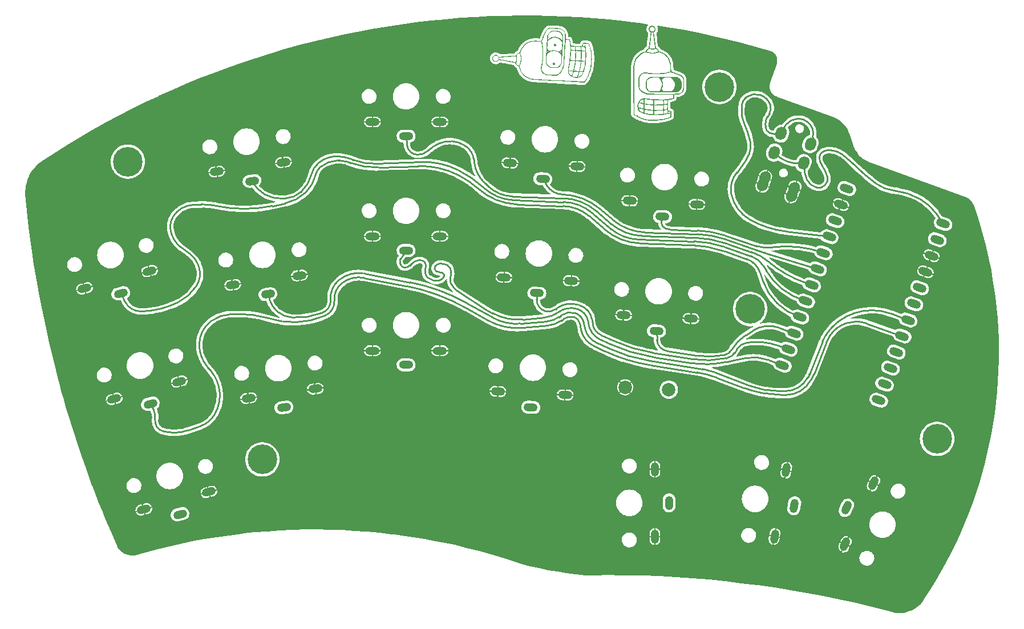
<source format=gbr>
%TF.GenerationSoftware,KiCad,Pcbnew,7.0.10*%
%TF.CreationDate,2024-03-06T23:25:22+01:00*%
%TF.ProjectId,routes,726f7574-6573-42e6-9b69-6361645f7063,rev?*%
%TF.SameCoordinates,Original*%
%TF.FileFunction,Copper,L1,Top*%
%TF.FilePolarity,Positive*%
%FSLAX46Y46*%
G04 Gerber Fmt 4.6, Leading zero omitted, Abs format (unit mm)*
G04 Created by KiCad (PCBNEW 7.0.10) date 2024-03-06 23:25:22*
%MOMM*%
%LPD*%
G01*
G04 APERTURE LIST*
G04 Aperture macros list*
%AMHorizOval*
0 Thick line with rounded ends*
0 $1 width*
0 $2 $3 position (X,Y) of the first rounded end (center of the circle)*
0 $4 $5 position (X,Y) of the second rounded end (center of the circle)*
0 Add line between two ends*
20,1,$1,$2,$3,$4,$5,0*
0 Add two circle primitives to create the rounded ends*
1,1,$1,$2,$3*
1,1,$1,$4,$5*%
G04 Aperture macros list end*
%TA.AperFunction,ComponentPad*%
%ADD10HorizOval,1.600000X0.068404X0.187939X-0.068404X-0.187939X0*%
%TD*%
%TA.AperFunction,ComponentPad*%
%ADD11HorizOval,1.600000X-0.068404X-0.187939X0.068404X0.187939X0*%
%TD*%
%TA.AperFunction,ComponentPad*%
%ADD12O,2.100000X1.200000*%
%TD*%
%TA.AperFunction,ComponentPad*%
%ADD13HorizOval,1.200000X0.422862X-0.153909X-0.422862X0.153909X0*%
%TD*%
%TA.AperFunction,ComponentPad*%
%ADD14HorizOval,1.200000X-0.449383X0.023551X0.449383X-0.023551X0*%
%TD*%
%TA.AperFunction,ComponentPad*%
%ADD15HorizOval,1.200000X-0.078142X-0.443163X0.078142X0.443163X0*%
%TD*%
%TA.AperFunction,ComponentPad*%
%ADD16HorizOval,1.200000X-0.445621X-0.062628X0.445621X0.062628X0*%
%TD*%
%TA.AperFunction,ComponentPad*%
%ADD17HorizOval,1.200000X-0.434667X-0.116469X0.434667X0.116469X0*%
%TD*%
%TA.AperFunction,ComponentPad*%
%ADD18C,4.400000*%
%TD*%
%TA.AperFunction,ComponentPad*%
%ADD19C,2.000000*%
%TD*%
%TA.AperFunction,ComponentPad*%
%ADD20HorizOval,1.200000X0.190178X0.407839X-0.190178X-0.407839X0*%
%TD*%
%TA.AperFunction,ComponentPad*%
%ADD21O,1.200000X2.100000*%
%TD*%
%TA.AperFunction,Conductor*%
%ADD22C,0.250000*%
%TD*%
G04 APERTURE END LIST*
%TA.AperFunction,EtchedComponent*%
%TO.C,G\u002A\u002A\u002A*%
G36*
X139190716Y-61191251D02*
G01*
X139420500Y-61191933D01*
X139612098Y-61193120D01*
X139769561Y-61194920D01*
X139896941Y-61197441D01*
X139998287Y-61200793D01*
X140077652Y-61205083D01*
X140139085Y-61210421D01*
X140186638Y-61216914D01*
X140224363Y-61224672D01*
X140256309Y-61233802D01*
X140286528Y-61244414D01*
X140291659Y-61246326D01*
X140462400Y-61336086D01*
X140619418Y-61467215D01*
X140748978Y-61626692D01*
X140812051Y-61739584D01*
X140841703Y-61805939D01*
X140862824Y-61863415D01*
X140876859Y-61923114D01*
X140885253Y-61996139D01*
X140889453Y-62093595D01*
X140890903Y-62226585D01*
X140891057Y-62346417D01*
X140891057Y-62782154D01*
X140801532Y-62963959D01*
X140686536Y-63146942D01*
X140537095Y-63293435D01*
X140345656Y-63410741D01*
X140333562Y-63416585D01*
X140183991Y-63487982D01*
X138266753Y-63493248D01*
X137886971Y-63494142D01*
X137557803Y-63494549D01*
X137275472Y-63494407D01*
X137036205Y-63493652D01*
X136836225Y-63492222D01*
X136671758Y-63490054D01*
X136539029Y-63487085D01*
X136434263Y-63483252D01*
X136353685Y-63478493D01*
X136293519Y-63472744D01*
X136249991Y-63465942D01*
X136223012Y-63459211D01*
X136107912Y-63408673D01*
X135979945Y-63329911D01*
X135859948Y-63237389D01*
X135768756Y-63145573D01*
X135765689Y-63141722D01*
X135669154Y-62991906D01*
X135603373Y-62822467D01*
X135564827Y-62622130D01*
X135552170Y-62457601D01*
X135549999Y-62293659D01*
X135697303Y-62293659D01*
X135698868Y-62459398D01*
X135707132Y-62614584D01*
X135722052Y-62743091D01*
X135735577Y-62805636D01*
X135782963Y-62916203D01*
X135865686Y-63032501D01*
X135925941Y-63100062D01*
X136004412Y-63179146D01*
X136078434Y-63240743D01*
X136156226Y-63287024D01*
X136246006Y-63320157D01*
X136355992Y-63342314D01*
X136494400Y-63355665D01*
X136669450Y-63362380D01*
X136889358Y-63364629D01*
X136928122Y-63364717D01*
X137479533Y-63365605D01*
X137599044Y-63246094D01*
X137768780Y-63040874D01*
X137890527Y-62815106D01*
X137962641Y-62574073D01*
X137983482Y-62323060D01*
X137957161Y-62093548D01*
X137887811Y-61863798D01*
X137777950Y-61658496D01*
X137774469Y-61654187D01*
X137944980Y-61654187D01*
X138015612Y-61823226D01*
X138051710Y-61921540D01*
X138075326Y-62020793D01*
X138089776Y-62139375D01*
X138097704Y-62278237D01*
X138096929Y-62475953D01*
X138074132Y-62649412D01*
X138024757Y-62821655D01*
X137957756Y-62985949D01*
X137963603Y-63032103D01*
X138003028Y-63098737D01*
X138065884Y-63173984D01*
X138142024Y-63245978D01*
X138221301Y-63302852D01*
X138235546Y-63310793D01*
X138278449Y-63330264D01*
X138328349Y-63344354D01*
X138394513Y-63353935D01*
X138486208Y-63359879D01*
X138612702Y-63363056D01*
X138783262Y-63364339D01*
X138805750Y-63364403D01*
X139276761Y-63365605D01*
X139393020Y-63285616D01*
X139558979Y-63144773D01*
X139694164Y-62968924D01*
X139773277Y-62822996D01*
X139810153Y-62741549D01*
X139834381Y-62673021D01*
X139848598Y-62602072D01*
X139855441Y-62513365D01*
X139857546Y-62391560D01*
X139857652Y-62332200D01*
X139856429Y-62190961D01*
X139851237Y-62089261D01*
X139839795Y-62012273D01*
X139819821Y-61945174D01*
X139789032Y-61873138D01*
X139785989Y-61866624D01*
X139674361Y-61681221D01*
X139524749Y-61510035D01*
X139398058Y-61403118D01*
X139291997Y-61325990D01*
X138805487Y-61325990D01*
X138600465Y-61327699D01*
X138441325Y-61334404D01*
X138319619Y-61348475D01*
X138226903Y-61372280D01*
X138154730Y-61408188D01*
X138094655Y-61458569D01*
X138038233Y-61525791D01*
X138023917Y-61545217D01*
X137944980Y-61654187D01*
X137774469Y-61654187D01*
X137624861Y-61468993D01*
X137486075Y-61322174D01*
X136877003Y-61330881D01*
X136267931Y-61339588D01*
X136118359Y-61423859D01*
X135971487Y-61531696D01*
X135846793Y-61671466D01*
X135757374Y-61827166D01*
X135733215Y-61894395D01*
X135714435Y-61995031D01*
X135702478Y-62133495D01*
X135697303Y-62293659D01*
X135549999Y-62293659D01*
X135549994Y-62293295D01*
X135555949Y-62133650D01*
X135569076Y-62000724D01*
X135573179Y-61975293D01*
X135637875Y-61762476D01*
X135748602Y-61571927D01*
X135899052Y-61411127D01*
X136082916Y-61287556D01*
X136194429Y-61238738D01*
X136223085Y-61229695D01*
X136258341Y-61221890D01*
X136304165Y-61215228D01*
X136364530Y-61209619D01*
X136443405Y-61204968D01*
X136544761Y-61201184D01*
X136672568Y-61198173D01*
X136830796Y-61195843D01*
X137023417Y-61194100D01*
X137254401Y-61192853D01*
X137527718Y-61192009D01*
X137847339Y-61191474D01*
X138217234Y-61191156D01*
X138231739Y-61191147D01*
X138600387Y-61190966D01*
X138918695Y-61190965D01*
X139190716Y-61191251D01*
G37*
%TD.AperFunction*%
%TA.AperFunction,EtchedComponent*%
G36*
X136646431Y-53610617D02*
G01*
X136781609Y-53664363D01*
X136896320Y-53757235D01*
X136958144Y-53844296D01*
X137015318Y-53998265D01*
X137023720Y-54155188D01*
X136985125Y-54304368D01*
X136901308Y-54435109D01*
X136852160Y-54482697D01*
X136768162Y-54553377D01*
X136912372Y-55714771D01*
X137056582Y-56876165D01*
X137138166Y-56918690D01*
X137232090Y-56981451D01*
X137327246Y-57067550D01*
X137411082Y-57163073D01*
X137471045Y-57254109D01*
X137492967Y-57311938D01*
X137507517Y-57367285D01*
X137534610Y-57402248D01*
X137588474Y-57428458D01*
X137664486Y-57452120D01*
X138011243Y-57577075D01*
X138319177Y-57739956D01*
X138587911Y-57940383D01*
X138817070Y-58177979D01*
X139006277Y-58452367D01*
X139155157Y-58763168D01*
X139246002Y-59041622D01*
X139268806Y-59136080D01*
X139286362Y-59233201D01*
X139299725Y-59343608D01*
X139309951Y-59477929D01*
X139318096Y-59646787D01*
X139324299Y-59829675D01*
X139340950Y-60386573D01*
X139993627Y-60619828D01*
X140220557Y-60701189D01*
X140402720Y-60767508D01*
X140546663Y-60821779D01*
X140658930Y-60866996D01*
X140746069Y-60906153D01*
X140814623Y-60942245D01*
X140871140Y-60978266D01*
X140922165Y-61017210D01*
X140974243Y-61062071D01*
X140988663Y-61074983D01*
X141059466Y-61139826D01*
X141115828Y-61197758D01*
X141159475Y-61255883D01*
X141192137Y-61321310D01*
X141215540Y-61401144D01*
X141231413Y-61502493D01*
X141241483Y-61632462D01*
X141247479Y-61798159D01*
X141251128Y-62006690D01*
X141252987Y-62162133D01*
X141255077Y-62397680D01*
X141255238Y-62586081D01*
X141253202Y-62734558D01*
X141248698Y-62850330D01*
X141241456Y-62940616D01*
X141231206Y-63012636D01*
X141219103Y-63068132D01*
X141140209Y-63288078D01*
X141025060Y-63470793D01*
X140872399Y-63617060D01*
X140680972Y-63727661D01*
X140449524Y-63803380D01*
X140176799Y-63845002D01*
X139959633Y-63854273D01*
X139789665Y-63855112D01*
X139789665Y-64123731D01*
X139786214Y-64273095D01*
X139775708Y-64370471D01*
X139757922Y-64417833D01*
X139755672Y-64419945D01*
X139706229Y-64445442D01*
X139616554Y-64478745D01*
X139499543Y-64516022D01*
X139368092Y-64553440D01*
X139235100Y-64587167D01*
X139113464Y-64613370D01*
X139090727Y-64617531D01*
X138992399Y-64639116D01*
X138918070Y-64663518D01*
X138882065Y-64685942D01*
X138881208Y-64687662D01*
X138877770Y-64723446D01*
X138875061Y-64806113D01*
X138873160Y-64928161D01*
X138872149Y-65082087D01*
X138872106Y-65260388D01*
X138873080Y-65451414D01*
X138878637Y-66179504D01*
X139021926Y-66200135D01*
X139126256Y-66220337D01*
X139225393Y-66247719D01*
X139260560Y-66260604D01*
X139355905Y-66300442D01*
X139348428Y-66743462D01*
X139340950Y-67186483D01*
X139164183Y-67274889D01*
X138903274Y-67386707D01*
X138595199Y-67485698D01*
X138246019Y-67570220D01*
X137861797Y-67638626D01*
X137779392Y-67650491D01*
X137627815Y-67666968D01*
X137437178Y-67680818D01*
X137220113Y-67691750D01*
X136989253Y-67699475D01*
X136757231Y-67703703D01*
X136536677Y-67704146D01*
X136340227Y-67700512D01*
X136180510Y-67692513D01*
X136131956Y-67688257D01*
X135650980Y-67621873D01*
X135205223Y-67525690D01*
X134797523Y-67400652D01*
X134430718Y-67247703D01*
X134107646Y-67067788D01*
X133960543Y-66965884D01*
X133752406Y-66810423D01*
X133752253Y-66733197D01*
X133888380Y-66733197D01*
X133990361Y-66812102D01*
X134073422Y-66874827D01*
X134155196Y-66934257D01*
X134174816Y-66948005D01*
X134257289Y-67005004D01*
X134256400Y-66932574D01*
X134265237Y-66878699D01*
X134303738Y-66860895D01*
X134323498Y-66860145D01*
X134376405Y-66872569D01*
X134398125Y-66920041D01*
X134399888Y-66932829D01*
X134396504Y-66988595D01*
X134360513Y-67011730D01*
X134345498Y-67014413D01*
X134316493Y-67022905D01*
X134325341Y-67038908D01*
X134377206Y-67067865D01*
X134412407Y-67084888D01*
X134516398Y-67123618D01*
X134596348Y-67132128D01*
X134607006Y-67130175D01*
X134661258Y-67128904D01*
X134688951Y-67167642D01*
X134689625Y-67169723D01*
X134711356Y-67200181D01*
X134761950Y-67231853D01*
X134849116Y-67268484D01*
X134980568Y-67313818D01*
X134998131Y-67319519D01*
X135430042Y-67435893D01*
X135895567Y-67518180D01*
X136385207Y-67565452D01*
X136889461Y-67576781D01*
X137382920Y-67552604D01*
X137753805Y-67511079D01*
X138116860Y-67451034D01*
X138461561Y-67374907D01*
X138777382Y-67285137D01*
X139053796Y-67184164D01*
X139143787Y-67144540D01*
X139218573Y-67109765D01*
X139218573Y-66748278D01*
X139218573Y-66386791D01*
X139116592Y-66358470D01*
X139008279Y-66332426D01*
X138941163Y-66329948D01*
X138905897Y-66354516D01*
X138893134Y-66409613D01*
X138892235Y-66442024D01*
X138894542Y-66512544D01*
X138908693Y-66541873D01*
X138945531Y-66543196D01*
X138971448Y-66538360D01*
X139041759Y-66538812D01*
X139086334Y-66565601D01*
X139092722Y-66609455D01*
X139085930Y-66623598D01*
X139063165Y-66645692D01*
X139018900Y-66667139D01*
X138946492Y-66689757D01*
X138839297Y-66715365D01*
X138690675Y-66745781D01*
X138525104Y-66777087D01*
X137980123Y-66857026D01*
X137430223Y-66895372D01*
X136868047Y-66892065D01*
X136286237Y-66847047D01*
X135769266Y-66773350D01*
X136825425Y-66773350D01*
X137376121Y-66755826D01*
X137551974Y-66749553D01*
X137716612Y-66742429D01*
X137859525Y-66735005D01*
X137970202Y-66727832D01*
X138038133Y-66721462D01*
X138042395Y-66720857D01*
X138157974Y-66703411D01*
X138157974Y-66689830D01*
X138291822Y-66689830D01*
X138394865Y-66670878D01*
X138488133Y-66652933D01*
X138595676Y-66631177D01*
X138627085Y-66624606D01*
X138756261Y-66597286D01*
X138756261Y-66372916D01*
X138754774Y-66268054D01*
X138750820Y-66185895D01*
X138745154Y-66140119D01*
X138743131Y-66135416D01*
X138711876Y-66132692D01*
X138640787Y-66137252D01*
X138543784Y-66148101D01*
X138518774Y-66151449D01*
X138307545Y-66180612D01*
X138299683Y-66435221D01*
X138291822Y-66689830D01*
X138157974Y-66689830D01*
X138157974Y-66445731D01*
X138157122Y-66326285D01*
X138153349Y-66252040D01*
X138144824Y-66213820D01*
X138129717Y-66202447D01*
X138110383Y-66207015D01*
X138070307Y-66213129D01*
X137984284Y-66219791D01*
X137860748Y-66226571D01*
X137708133Y-66233035D01*
X137534872Y-66238751D01*
X137444109Y-66241170D01*
X136825425Y-66256360D01*
X136825425Y-66514855D01*
X136825425Y-66773350D01*
X135769266Y-66773350D01*
X135677435Y-66760259D01*
X135642449Y-66754172D01*
X135379859Y-66701771D01*
X135162943Y-66643439D01*
X134983035Y-66575619D01*
X134964558Y-66565761D01*
X135356903Y-66565761D01*
X135622053Y-66614356D01*
X135838419Y-66651586D01*
X136051824Y-66683870D01*
X136249669Y-66709570D01*
X136419354Y-66727047D01*
X136546678Y-66734627D01*
X136689451Y-66737768D01*
X136689451Y-66493014D01*
X136687973Y-66385226D01*
X136684015Y-66301659D01*
X136678288Y-66254447D01*
X136675080Y-66248260D01*
X136621074Y-66244856D01*
X136524744Y-66235570D01*
X136397670Y-66221791D01*
X136251428Y-66204909D01*
X136097599Y-66186313D01*
X135947760Y-66167393D01*
X135813489Y-66149538D01*
X135706364Y-66134137D01*
X135656046Y-66125973D01*
X135547028Y-66107385D01*
X135456858Y-66093222D01*
X135400228Y-66085747D01*
X135390897Y-66085128D01*
X135373215Y-66102723D01*
X135362338Y-66159596D01*
X135357409Y-66261813D01*
X135356903Y-66325426D01*
X135356903Y-66565761D01*
X134964558Y-66565761D01*
X134831471Y-66494756D01*
X134699587Y-66397294D01*
X134639788Y-66342657D01*
X134500985Y-66170856D01*
X134401967Y-65968020D01*
X134380076Y-65881327D01*
X134518197Y-65881327D01*
X134519743Y-65914825D01*
X134548798Y-65977743D01*
X134597637Y-66058066D01*
X134658535Y-66143780D01*
X134723765Y-66222871D01*
X134765084Y-66265276D01*
X134847973Y-66333311D01*
X134943166Y-66397149D01*
X135038631Y-66450471D01*
X135122334Y-66486961D01*
X135182245Y-66500299D01*
X135201752Y-66494572D01*
X135211029Y-66459452D01*
X135216096Y-66384751D01*
X135216093Y-66285172D01*
X135215350Y-66261985D01*
X135207331Y-66049713D01*
X134867714Y-65960571D01*
X134800725Y-65943466D01*
X135356903Y-65943466D01*
X135602354Y-65988574D01*
X135729281Y-66009639D01*
X135886661Y-66032395D01*
X136059869Y-66055072D01*
X136234276Y-66075904D01*
X136395257Y-66093123D01*
X136528185Y-66104961D01*
X136601068Y-66109260D01*
X136689451Y-66112286D01*
X136825425Y-66112286D01*
X137321732Y-66109334D01*
X137494102Y-66107388D01*
X137660035Y-66103850D01*
X137806841Y-66099111D01*
X137921830Y-66093565D01*
X137981207Y-66088938D01*
X138144376Y-66071494D01*
X138144671Y-66058539D01*
X138293948Y-66058539D01*
X138409526Y-66041048D01*
X138515026Y-66024804D01*
X138621480Y-66008014D01*
X138633884Y-66006021D01*
X138742663Y-65988486D01*
X138750328Y-65652488D01*
X138757992Y-65316490D01*
X138670178Y-65334053D01*
X138590283Y-65347720D01*
X138487673Y-65362380D01*
X138438156Y-65368564D01*
X138293948Y-65385513D01*
X138293948Y-65722026D01*
X138293948Y-66058539D01*
X138144671Y-66058539D01*
X138152043Y-65734541D01*
X138159709Y-65397589D01*
X138029666Y-65415499D01*
X137961610Y-65422003D01*
X137850233Y-65429359D01*
X137706588Y-65436982D01*
X137541723Y-65444288D01*
X137366691Y-65450690D01*
X137362524Y-65450826D01*
X136825425Y-65468242D01*
X136825425Y-65790264D01*
X136825425Y-66112286D01*
X136689451Y-66112286D01*
X136689451Y-65776364D01*
X136689451Y-65440442D01*
X136437899Y-65422669D01*
X136325513Y-65412784D01*
X136185459Y-65397562D01*
X136029283Y-65378584D01*
X135868534Y-65357430D01*
X135714760Y-65335678D01*
X135689883Y-65331858D01*
X136825425Y-65331858D01*
X137416914Y-65314323D01*
X137595444Y-65308361D01*
X137759508Y-65301626D01*
X137899916Y-65294594D01*
X138007474Y-65287744D01*
X138072992Y-65281552D01*
X138084102Y-65279672D01*
X138159802Y-65262555D01*
X138155156Y-65099361D01*
X138293929Y-65099361D01*
X138300185Y-65182597D01*
X138322185Y-65227705D01*
X138369397Y-65242584D01*
X138451290Y-65235130D01*
X138577332Y-65213239D01*
X138584065Y-65212064D01*
X138756261Y-65182077D01*
X138756261Y-64922821D01*
X138756261Y-64663565D01*
X138630088Y-64680859D01*
X138525394Y-64691884D01*
X138421780Y-64697822D01*
X138398932Y-64698153D01*
X138293948Y-64698153D01*
X138293948Y-64970102D01*
X138293929Y-65099361D01*
X138155156Y-65099361D01*
X138152089Y-64991651D01*
X138144376Y-64720746D01*
X137709258Y-64710217D01*
X137538851Y-64705338D01*
X137366978Y-64699103D01*
X137210194Y-64692199D01*
X137085052Y-64685311D01*
X137049783Y-64682881D01*
X136825425Y-64666076D01*
X136825425Y-64998967D01*
X136825425Y-65331858D01*
X135689883Y-65331858D01*
X135579510Y-65314910D01*
X135474332Y-65296705D01*
X135410773Y-65282643D01*
X135407884Y-65281761D01*
X135386720Y-65278316D01*
X135372388Y-65289447D01*
X135363564Y-65323530D01*
X135358926Y-65388940D01*
X135357151Y-65494053D01*
X135356903Y-65604523D01*
X135356903Y-65943466D01*
X134800725Y-65943466D01*
X134739987Y-65927957D01*
X134632616Y-65902267D01*
X134555756Y-65885805D01*
X134519560Y-65880871D01*
X134518197Y-65881327D01*
X134380076Y-65881327D01*
X134345024Y-65742513D01*
X134336306Y-65576314D01*
X134466130Y-65576314D01*
X134472082Y-65645476D01*
X134482655Y-65679945D01*
X134503094Y-65706475D01*
X134542846Y-65729791D01*
X134611357Y-65754615D01*
X134718074Y-65785674D01*
X134793912Y-65806430D01*
X134954468Y-65850629D01*
X135069236Y-65879456D01*
X135145671Y-65888649D01*
X135191227Y-65873945D01*
X135213360Y-65831085D01*
X135219524Y-65755805D01*
X135217173Y-65643846D01*
X135214967Y-65565736D01*
X135207331Y-65236744D01*
X134908188Y-65158484D01*
X134785957Y-65127137D01*
X134681983Y-65101645D01*
X134608192Y-65084859D01*
X134577763Y-65079552D01*
X134553580Y-65103990D01*
X134528327Y-65169446D01*
X134504480Y-65262662D01*
X134484514Y-65370384D01*
X134470906Y-65479353D01*
X134466130Y-65576314D01*
X134336306Y-65576314D01*
X134332445Y-65502700D01*
X134355956Y-65305701D01*
X134428565Y-65044163D01*
X134482355Y-64933483D01*
X134632957Y-64933483D01*
X134635539Y-64938175D01*
X134669581Y-64954086D01*
X134741611Y-64977905D01*
X134837832Y-65005990D01*
X134944449Y-65034698D01*
X135047664Y-65060385D01*
X135133682Y-65079410D01*
X135188705Y-65088129D01*
X135200532Y-65087357D01*
X135209155Y-65056914D01*
X135215974Y-64984309D01*
X135220104Y-64881762D01*
X135220929Y-64805328D01*
X135219604Y-64671646D01*
X135211125Y-64586325D01*
X135188735Y-64543339D01*
X135145680Y-64536659D01*
X135075201Y-64560259D01*
X134989772Y-64599116D01*
X134916975Y-64641870D01*
X134836262Y-64702493D01*
X134757569Y-64771475D01*
X134690831Y-64839307D01*
X134645982Y-64896480D01*
X134632957Y-64933483D01*
X134482355Y-64933483D01*
X134534966Y-64825229D01*
X134675197Y-64648852D01*
X134849296Y-64514988D01*
X134878145Y-64502312D01*
X135356903Y-64502312D01*
X135356903Y-64815959D01*
X135357803Y-64952432D01*
X135361413Y-65043937D01*
X135369102Y-65099881D01*
X135382235Y-65129670D01*
X135402181Y-65142709D01*
X135404494Y-65143423D01*
X135492500Y-65163827D01*
X135621657Y-65187245D01*
X135778939Y-65211928D01*
X135951315Y-65236128D01*
X136125758Y-65258098D01*
X136289237Y-65276090D01*
X136428726Y-65288356D01*
X136519483Y-65292992D01*
X136689451Y-65296440D01*
X136689421Y-64976900D01*
X136689392Y-64666076D01*
X136689391Y-64657361D01*
X136138725Y-64593036D01*
X135963431Y-64572574D01*
X135799245Y-64553436D01*
X135656578Y-64536833D01*
X135545839Y-64523977D01*
X135477438Y-64516079D01*
X135472481Y-64515512D01*
X135356903Y-64502312D01*
X134878145Y-64502312D01*
X135057299Y-64423592D01*
X135098306Y-64411657D01*
X135174136Y-64393422D01*
X135249174Y-64381734D01*
X135332212Y-64376846D01*
X135432038Y-64379008D01*
X135557442Y-64388471D01*
X135717214Y-64405485D01*
X135920143Y-64430301D01*
X135968787Y-64436492D01*
X136431708Y-64488611D01*
X136888587Y-64526374D01*
X137333720Y-64549865D01*
X137761405Y-64559170D01*
X138165937Y-64554374D01*
X138541613Y-64535561D01*
X138882729Y-64502818D01*
X139183581Y-64456228D01*
X139438466Y-64395877D01*
X139477022Y-64384190D01*
X139562255Y-64352284D01*
X139624154Y-64319612D01*
X139645828Y-64298691D01*
X139650283Y-64254959D01*
X139648931Y-64173753D01*
X139642109Y-64071638D01*
X139640912Y-64058476D01*
X139621856Y-63855112D01*
X137876906Y-63854164D01*
X137500209Y-63853704D01*
X137174081Y-63852714D01*
X136894703Y-63851119D01*
X136658256Y-63848843D01*
X136460922Y-63845812D01*
X136298882Y-63841950D01*
X136168316Y-63837182D01*
X136065406Y-63831434D01*
X135986334Y-63824630D01*
X135927279Y-63816695D01*
X135921838Y-63815750D01*
X135812904Y-63799166D01*
X135718060Y-63789756D01*
X135655503Y-63789240D01*
X135649889Y-63790062D01*
X135609600Y-63796380D01*
X135620125Y-63788046D01*
X135640993Y-63778655D01*
X135675096Y-63760371D01*
X135661829Y-63747885D01*
X135627864Y-63738195D01*
X135567691Y-63734423D01*
X135535498Y-63747224D01*
X135492093Y-63771637D01*
X135480640Y-63773111D01*
X135473184Y-63762049D01*
X135487366Y-63750315D01*
X135505581Y-63720889D01*
X135479603Y-63691470D01*
X135419374Y-63667321D01*
X135334835Y-63653706D01*
X135302455Y-63652413D01*
X135229755Y-63647754D01*
X135188694Y-63637259D01*
X135185027Y-63629649D01*
X135218141Y-63619113D01*
X135250412Y-63624682D01*
X135295182Y-63633165D01*
X135296502Y-63619674D01*
X135257609Y-63590144D01*
X135220130Y-63569153D01*
X135155930Y-63545268D01*
X135109801Y-63544110D01*
X135107149Y-63545462D01*
X135089658Y-63548134D01*
X135098811Y-63528354D01*
X135104877Y-63503834D01*
X135077203Y-63509170D01*
X135045378Y-63510714D01*
X135046598Y-63491441D01*
X135035300Y-63455765D01*
X134997622Y-63428434D01*
X134912969Y-63374822D01*
X134813915Y-63290128D01*
X134715273Y-63189146D01*
X134631858Y-63086672D01*
X134590228Y-63021545D01*
X134545621Y-62923001D01*
X134511447Y-62808324D01*
X134486912Y-62670541D01*
X134471219Y-62502680D01*
X134463574Y-62297769D01*
X134463181Y-62048835D01*
X134465087Y-61924277D01*
X134466932Y-61839829D01*
X134625617Y-61839829D01*
X134627223Y-62081721D01*
X134627638Y-62115254D01*
X134630476Y-62322835D01*
X134633476Y-62483891D01*
X134637416Y-62606285D01*
X134643074Y-62697878D01*
X134651228Y-62766531D01*
X134662656Y-62820107D01*
X134678137Y-62866468D01*
X134698448Y-62913474D01*
X134708854Y-62935831D01*
X134759908Y-63029555D01*
X134822154Y-63106748D01*
X134910601Y-63184394D01*
X134964539Y-63225176D01*
X135266828Y-63416200D01*
X135587459Y-63560440D01*
X135919216Y-63655066D01*
X136148539Y-63689728D01*
X136227713Y-63694673D01*
X136353525Y-63699089D01*
X136520490Y-63702975D01*
X136723123Y-63706331D01*
X136955940Y-63709156D01*
X137213458Y-63711448D01*
X137490191Y-63713208D01*
X137780656Y-63714434D01*
X138079368Y-63715126D01*
X138380844Y-63715283D01*
X138679598Y-63714903D01*
X138970147Y-63713987D01*
X139247006Y-63712533D01*
X139504691Y-63710541D01*
X139737718Y-63708009D01*
X139940602Y-63704937D01*
X140107859Y-63701325D01*
X140234006Y-63697171D01*
X140313557Y-63692475D01*
X140331779Y-63690336D01*
X140547849Y-63638246D01*
X140723135Y-63557178D01*
X140864888Y-63443664D01*
X140879259Y-63428490D01*
X140957332Y-63332345D01*
X141020073Y-63226558D01*
X141068738Y-63104699D01*
X141104578Y-62960338D01*
X141128849Y-62787044D01*
X141142803Y-62578386D01*
X141147694Y-62327935D01*
X141145415Y-62063211D01*
X141141938Y-61879407D01*
X141138197Y-61740808D01*
X141132991Y-61638235D01*
X141125117Y-61562509D01*
X141113374Y-61504455D01*
X141096561Y-61454893D01*
X141073477Y-61404645D01*
X141054226Y-61366658D01*
X141012573Y-61292009D01*
X140966375Y-61227298D01*
X140909819Y-61169195D01*
X140837090Y-61114373D01*
X140742375Y-61059502D01*
X140619860Y-61001253D01*
X140463729Y-60936298D01*
X140268169Y-60861307D01*
X140027366Y-60772952D01*
X139999895Y-60763008D01*
X139789236Y-60687055D01*
X139623151Y-60628058D01*
X139495159Y-60584219D01*
X139398779Y-60553740D01*
X139327532Y-60534825D01*
X139274935Y-60525676D01*
X139234509Y-60524496D01*
X139199772Y-60529489D01*
X139177781Y-60535024D01*
X139101514Y-60556005D01*
X138992196Y-60586013D01*
X138869235Y-60619720D01*
X138824248Y-60632041D01*
X138510623Y-60703348D01*
X138155701Y-60758203D01*
X137770304Y-60795704D01*
X137365255Y-60814949D01*
X136951376Y-60815034D01*
X136728831Y-60806837D01*
X136538221Y-60796913D01*
X136387390Y-60787833D01*
X136261776Y-60778144D01*
X136146816Y-60766394D01*
X136027950Y-60751129D01*
X135890614Y-60730897D01*
X135754317Y-60709633D01*
X135560078Y-60683912D01*
X135405936Y-60676539D01*
X135280314Y-60688897D01*
X135171633Y-60722367D01*
X135068315Y-60778331D01*
X135044301Y-60794386D01*
X134911862Y-60908538D01*
X134791997Y-61053745D01*
X134698341Y-61211375D01*
X134652626Y-61329624D01*
X134640602Y-61396639D01*
X134632179Y-61501322D01*
X134627226Y-61647707D01*
X134625617Y-61839829D01*
X134466932Y-61839829D01*
X134469297Y-61731625D01*
X134474130Y-61584160D01*
X134480529Y-61472678D01*
X134489438Y-61387978D01*
X134501801Y-61320857D01*
X134518561Y-61262112D01*
X134538554Y-61207865D01*
X134644546Y-61005449D01*
X134789434Y-60826845D01*
X134963799Y-60680905D01*
X135158222Y-60576483D01*
X135240653Y-60547986D01*
X135308141Y-60529983D01*
X135367244Y-60520557D01*
X135431698Y-60520073D01*
X135515238Y-60528896D01*
X135631599Y-60547392D01*
X135706336Y-60560374D01*
X135966720Y-60603403D01*
X136200846Y-60635367D01*
X136425406Y-60657651D01*
X136657096Y-60671640D01*
X136912609Y-60678720D01*
X137151764Y-60680342D01*
X137509756Y-60675096D01*
X137828947Y-60658215D01*
X138123997Y-60628059D01*
X138409569Y-60582988D01*
X138700324Y-60521365D01*
X138807125Y-60495307D01*
X138939970Y-60461347D01*
X139052677Y-60431479D01*
X139135339Y-60408408D01*
X139178046Y-60394840D01*
X139181575Y-60393039D01*
X139188261Y-60359710D01*
X139192725Y-60282158D01*
X139195108Y-60170498D01*
X139195552Y-60034845D01*
X139194201Y-59885313D01*
X139191195Y-59732017D01*
X139186679Y-59585073D01*
X139180792Y-59454596D01*
X139173679Y-59350701D01*
X139166011Y-59286376D01*
X139079973Y-58941915D01*
X138951320Y-58630126D01*
X138781081Y-58352336D01*
X138570285Y-58109873D01*
X138319964Y-57904064D01*
X138031146Y-57736235D01*
X137926817Y-57689097D01*
X137752112Y-57619640D01*
X137616308Y-57576526D01*
X137511596Y-57558230D01*
X137430169Y-57563228D01*
X137378374Y-57582016D01*
X137257722Y-57631792D01*
X137100597Y-57678504D01*
X136924903Y-57717855D01*
X136748541Y-57745548D01*
X136662197Y-57753936D01*
X136346218Y-57749965D01*
X136027054Y-57693630D01*
X135832813Y-57633620D01*
X135705727Y-57592169D01*
X135602620Y-57572915D01*
X135505198Y-57576445D01*
X135395167Y-57603344D01*
X135259970Y-57651976D01*
X134958900Y-57796723D01*
X134688509Y-57984494D01*
X134451970Y-58211390D01*
X134252454Y-58473513D01*
X134093135Y-58766966D01*
X133977183Y-59087851D01*
X133931061Y-59284949D01*
X133924869Y-59322516D01*
X133919294Y-59368450D01*
X133914306Y-59425583D01*
X133909872Y-59496749D01*
X133905962Y-59584781D01*
X133902543Y-59692511D01*
X133899585Y-59822772D01*
X133897056Y-59978398D01*
X133894923Y-60162221D01*
X133893157Y-60377074D01*
X133891725Y-60625791D01*
X133890595Y-60911204D01*
X133889736Y-61236145D01*
X133889118Y-61603449D01*
X133888707Y-62015948D01*
X133888473Y-62476475D01*
X133888384Y-62987863D01*
X133888380Y-63121570D01*
X133888380Y-66733197D01*
X133752253Y-66733197D01*
X133745607Y-63381537D01*
X133744821Y-62948886D01*
X133744193Y-62527945D01*
X133743723Y-62122290D01*
X133743409Y-61735496D01*
X133743250Y-61371138D01*
X133743243Y-61032791D01*
X133743388Y-60724031D01*
X133743682Y-60448433D01*
X133744124Y-60209572D01*
X133744712Y-60011024D01*
X133745446Y-59856364D01*
X133746322Y-59749166D01*
X133747272Y-59694961D01*
X133783964Y-59319220D01*
X133867336Y-58967428D01*
X133995447Y-58642269D01*
X134166357Y-58346431D01*
X134378125Y-58082596D01*
X134628809Y-57853452D01*
X134916469Y-57661684D01*
X135239165Y-57509977D01*
X135356903Y-57467872D01*
X135451486Y-57434681D01*
X135510838Y-57403261D01*
X135514416Y-57399372D01*
X135704024Y-57399372D01*
X135723764Y-57435674D01*
X135770431Y-57463149D01*
X135834027Y-57487597D01*
X135882311Y-57480384D01*
X135907051Y-57466727D01*
X135950872Y-57446995D01*
X135984512Y-57462268D01*
X136016635Y-57501892D01*
X136067853Y-57549667D01*
X136124311Y-57572409D01*
X136170350Y-57567894D01*
X136190310Y-57533895D01*
X136190270Y-57532307D01*
X136254333Y-57532307D01*
X136267931Y-57545905D01*
X136281528Y-57532307D01*
X136267931Y-57518710D01*
X136254333Y-57532307D01*
X136190270Y-57532307D01*
X136190123Y-57526550D01*
X136206018Y-57484301D01*
X136246567Y-57470191D01*
X136287684Y-57488225D01*
X136300101Y-57508270D01*
X136300443Y-57554460D01*
X136283344Y-57567962D01*
X136262817Y-57583210D01*
X136285250Y-57603170D01*
X136338969Y-57617822D01*
X136432338Y-57625041D01*
X136551175Y-57625155D01*
X136681297Y-57618494D01*
X136808522Y-57605387D01*
X136907010Y-57588742D01*
X137031420Y-57557881D01*
X137162908Y-57518817D01*
X137237927Y-57492909D01*
X137322627Y-57459477D01*
X137366345Y-57433850D01*
X137379268Y-57405401D01*
X137371583Y-57363502D01*
X137369386Y-57355762D01*
X137303818Y-57221328D01*
X137191207Y-57113109D01*
X137141024Y-57081478D01*
X137078057Y-57047708D01*
X137031688Y-57035276D01*
X136979605Y-57043342D01*
X136899495Y-57071064D01*
X136896270Y-57072248D01*
X136759593Y-57105509D01*
X136593401Y-57121099D01*
X136419555Y-57118953D01*
X136259914Y-57099005D01*
X136168384Y-57074436D01*
X136063474Y-57046204D01*
X135987145Y-57049953D01*
X135975682Y-57053776D01*
X135889034Y-57106306D01*
X135803732Y-57188890D01*
X135738077Y-57281659D01*
X135714895Y-57336919D01*
X135704024Y-57399372D01*
X135514416Y-57399372D01*
X135551581Y-57358971D01*
X135590340Y-57287172D01*
X135610289Y-57244728D01*
X135645485Y-57172409D01*
X135679304Y-57117795D01*
X135721865Y-57071293D01*
X135783290Y-57023311D01*
X135873698Y-56964256D01*
X135966778Y-56906825D01*
X135979377Y-56890576D01*
X135980129Y-56888505D01*
X136157144Y-56888505D01*
X136157374Y-56914113D01*
X136190007Y-56929354D01*
X136256924Y-56951979D01*
X136301484Y-56965157D01*
X136436333Y-56986937D01*
X136594666Y-56988492D01*
X136749873Y-56970787D01*
X136848502Y-56945348D01*
X136908947Y-56918209D01*
X136929140Y-56884410D01*
X136924347Y-56837139D01*
X136917651Y-56793452D01*
X136905230Y-56702272D01*
X136887916Y-56570095D01*
X136866542Y-56403421D01*
X136841940Y-56208748D01*
X136814944Y-55992574D01*
X136786386Y-55761399D01*
X136784512Y-55746140D01*
X136755973Y-55514902D01*
X136729027Y-55298833D01*
X136704491Y-55104325D01*
X136683184Y-54937768D01*
X136665923Y-54805552D01*
X136653527Y-54714069D01*
X136646814Y-54669709D01*
X136646563Y-54668461D01*
X136629713Y-54627174D01*
X136591765Y-54612339D01*
X136532164Y-54614071D01*
X136431100Y-54622457D01*
X136410319Y-54799224D01*
X136401963Y-54867849D01*
X136387630Y-54982798D01*
X136368284Y-55136451D01*
X136344890Y-55321187D01*
X136318413Y-55529386D01*
X136289817Y-55753426D01*
X136266208Y-55937804D01*
X136238129Y-56160238D01*
X136213095Y-56365298D01*
X136191792Y-56546821D01*
X136174907Y-56698640D01*
X136163129Y-56814589D01*
X136157144Y-56888505D01*
X135980129Y-56888505D01*
X135992584Y-56854194D01*
X136007119Y-56793210D01*
X136023701Y-56703152D01*
X136043050Y-56579551D01*
X136065886Y-56417934D01*
X136092927Y-56213831D01*
X136124894Y-55962772D01*
X136146229Y-55791836D01*
X136176097Y-55552522D01*
X136204377Y-55328410D01*
X136230272Y-55125627D01*
X136252987Y-54950300D01*
X136271725Y-54808555D01*
X136285691Y-54706521D01*
X136294089Y-54650324D01*
X136295502Y-54642885D01*
X136293241Y-54595857D01*
X136260092Y-54540650D01*
X136189515Y-54466118D01*
X136097959Y-54350509D01*
X136281528Y-54350509D01*
X136295126Y-54364106D01*
X136308723Y-54350509D01*
X136295126Y-54336911D01*
X136281528Y-54350509D01*
X136097959Y-54350509D01*
X136082533Y-54331031D01*
X136026049Y-54184056D01*
X136023743Y-54117406D01*
X136152133Y-54117406D01*
X136173517Y-54228525D01*
X136181744Y-54246428D01*
X136219465Y-54302416D01*
X136265613Y-54319148D01*
X136307108Y-54315754D01*
X136366193Y-54313318D01*
X136388204Y-54334732D01*
X136389891Y-54354221D01*
X136385394Y-54387661D01*
X136367093Y-54370162D01*
X136363113Y-54364106D01*
X136341333Y-54343452D01*
X136336334Y-54355365D01*
X136358331Y-54415501D01*
X136417652Y-54453801D01*
X136501534Y-54469628D01*
X136597213Y-54462345D01*
X136691927Y-54431314D01*
X136771678Y-54377088D01*
X136857309Y-54262959D01*
X136895603Y-54138525D01*
X136889136Y-54014101D01*
X136840486Y-53899999D01*
X136752229Y-53806534D01*
X136626944Y-53744018D01*
X136612449Y-53739858D01*
X136530834Y-53723860D01*
X136462266Y-53730620D01*
X136378689Y-53762142D01*
X136296053Y-53809025D01*
X136229694Y-53864358D01*
X136213386Y-53884616D01*
X136166104Y-53994979D01*
X136152133Y-54117406D01*
X136023743Y-54117406D01*
X136020784Y-54031864D01*
X136067457Y-53881125D01*
X136117417Y-53798630D01*
X136226280Y-53690002D01*
X136357949Y-53622848D01*
X136501605Y-53596583D01*
X136646431Y-53610617D01*
G37*
%TD.AperFunction*%
%TA.AperFunction,EtchedComponent*%
G36*
X121938277Y-59124193D02*
G01*
X122091808Y-59138978D01*
X122091185Y-59278903D01*
X122088074Y-59353825D01*
X122080607Y-59408396D01*
X122071972Y-59428845D01*
X122040816Y-59434333D01*
X121979043Y-59438320D01*
X121917078Y-59439737D01*
X121780775Y-59440613D01*
X121782759Y-59275011D01*
X121784745Y-59109409D01*
X121938277Y-59124193D01*
G37*
%TD.AperFunction*%
%TA.AperFunction,EtchedComponent*%
G36*
X122085278Y-56338628D02*
G01*
X122237798Y-56353337D01*
X122237247Y-56490498D01*
X122234354Y-56565724D01*
X122227405Y-56621544D01*
X122219800Y-56642873D01*
X122189865Y-56649691D01*
X122128690Y-56652308D01*
X122059467Y-56650571D01*
X121916034Y-56643054D01*
X121924396Y-56483487D01*
X121932759Y-56323920D01*
X122085278Y-56338628D01*
G37*
%TD.AperFunction*%
%TA.AperFunction,EtchedComponent*%
G36*
X122099525Y-54315328D02*
G01*
X122250676Y-54322928D01*
X122394040Y-54335347D01*
X122516469Y-54352025D01*
X122570713Y-54362950D01*
X122747300Y-54426772D01*
X122913558Y-54528044D01*
X123059732Y-54658866D01*
X123176063Y-54811337D01*
X123216654Y-54886118D01*
X123236884Y-54928710D01*
X123254562Y-54968113D01*
X123269703Y-55007394D01*
X123282320Y-55049620D01*
X123292426Y-55097862D01*
X123300036Y-55155189D01*
X123305163Y-55224667D01*
X123307820Y-55309367D01*
X123308020Y-55412358D01*
X123305778Y-55536706D01*
X123301107Y-55685483D01*
X123294018Y-55861755D01*
X123284528Y-56068592D01*
X123272650Y-56309062D01*
X123258395Y-56586234D01*
X123241780Y-56903176D01*
X123226778Y-57187745D01*
X123125858Y-59102331D01*
X123059218Y-59269161D01*
X122960068Y-59459299D01*
X122827431Y-59621215D01*
X122665282Y-59751109D01*
X122477593Y-59845175D01*
X122445236Y-59856722D01*
X122387748Y-59873099D01*
X122323716Y-59883906D01*
X122243832Y-59889770D01*
X122138794Y-59891318D01*
X121999297Y-59889177D01*
X121973042Y-59888531D01*
X121842303Y-59883374D01*
X121824733Y-59882680D01*
X121687644Y-59873420D01*
X121572869Y-59861689D01*
X121491502Y-59848426D01*
X121486941Y-59847368D01*
X121294757Y-59778941D01*
X121123573Y-59673262D01*
X120977990Y-59535367D01*
X120862612Y-59370294D01*
X120782038Y-59183078D01*
X120748420Y-59039069D01*
X120745721Y-58990986D01*
X120745721Y-58978337D01*
X120855326Y-58978337D01*
X120857700Y-59041319D01*
X120863116Y-59089484D01*
X120871810Y-59128933D01*
X120884018Y-59165768D01*
X120899976Y-59206087D01*
X120900567Y-59207543D01*
X120946304Y-59297046D01*
X121010434Y-59394673D01*
X121068632Y-59467281D01*
X121164065Y-59562051D01*
X121263606Y-59635838D01*
X121374524Y-59691094D01*
X121504089Y-59730271D01*
X121659570Y-59755822D01*
X121848234Y-59770200D01*
X121979020Y-59774456D01*
X122150094Y-59775430D01*
X122280541Y-59770141D01*
X122374696Y-59758337D01*
X122411828Y-59749210D01*
X122557407Y-59684127D01*
X122698200Y-59584920D01*
X122823422Y-59461771D01*
X122922288Y-59324861D01*
X122972426Y-59219902D01*
X122985781Y-59171469D01*
X122997942Y-59100057D01*
X123009373Y-59001033D01*
X123020542Y-58869766D01*
X123031917Y-58701625D01*
X123041830Y-58531050D01*
X123074221Y-57943160D01*
X123052735Y-57919815D01*
X122927710Y-57783966D01*
X122806978Y-57666228D01*
X122679643Y-57572842D01*
X122595039Y-57523474D01*
X122592036Y-57521985D01*
X122899867Y-57521985D01*
X122901072Y-57545075D01*
X122927424Y-57578268D01*
X122981449Y-57630795D01*
X123015988Y-57663705D01*
X123063759Y-57709470D01*
X123071658Y-57558751D01*
X123073304Y-57482776D01*
X123070025Y-57428525D01*
X123062539Y-57407751D01*
X123035579Y-57420063D01*
X122987269Y-57451476D01*
X122962803Y-57469180D01*
X122921285Y-57499764D01*
X122899867Y-57521985D01*
X122592036Y-57521985D01*
X122437257Y-57445227D01*
X122294990Y-57393889D01*
X122151029Y-57364962D01*
X121988164Y-57353947D01*
X121944637Y-57353470D01*
X121697776Y-57373154D01*
X121469715Y-57433979D01*
X121276482Y-57528000D01*
X121258802Y-57536603D01*
X121063388Y-57681678D01*
X121021218Y-57720398D01*
X120923604Y-57813345D01*
X120896892Y-57838780D01*
X120871544Y-58456239D01*
X120864104Y-58639490D01*
X120858764Y-58783524D01*
X120855759Y-58894439D01*
X120855326Y-58978337D01*
X120745721Y-58978337D01*
X120745718Y-58902295D01*
X120748188Y-58777160D01*
X120752908Y-58619740D01*
X120759652Y-58434200D01*
X120768198Y-58224700D01*
X120778320Y-57995404D01*
X120789797Y-57750472D01*
X120797517Y-57593439D01*
X120935128Y-57593439D01*
X121029235Y-57523282D01*
X121082251Y-57481629D01*
X121115956Y-57451046D01*
X121122425Y-57441722D01*
X121106889Y-57420914D01*
X121068103Y-57380054D01*
X121036833Y-57349441D01*
X120952154Y-57268562D01*
X120943641Y-57431001D01*
X120935128Y-57593439D01*
X120797517Y-57593439D01*
X120802402Y-57494067D01*
X120815912Y-57230351D01*
X120830105Y-56963487D01*
X120840776Y-56769835D01*
X120959459Y-56769835D01*
X120961043Y-56882801D01*
X120969985Y-56971260D01*
X120987697Y-57042128D01*
X121015586Y-57102317D01*
X121055065Y-57158743D01*
X121107543Y-57218320D01*
X121137278Y-57249561D01*
X121191039Y-57302756D01*
X121237238Y-57336652D01*
X121285693Y-57352240D01*
X121346233Y-57350509D01*
X121428677Y-57332449D01*
X121542850Y-57299049D01*
X121564060Y-57292550D01*
X121796241Y-57244628D01*
X122036129Y-57239720D01*
X122278412Y-57277393D01*
X122517776Y-57357211D01*
X122554751Y-57373546D01*
X122649409Y-57410692D01*
X122722922Y-57427285D01*
X122750262Y-57426625D01*
X122824046Y-57395172D01*
X122907370Y-57332751D01*
X122989239Y-57248839D01*
X123048188Y-57169704D01*
X123120176Y-57058161D01*
X123146594Y-56558148D01*
X123173011Y-56058135D01*
X123108977Y-55949510D01*
X122981605Y-55776597D01*
X122820700Y-55627706D01*
X122633585Y-55507165D01*
X122427584Y-55419302D01*
X122210021Y-55368444D01*
X122109079Y-55358719D01*
X121892603Y-55368962D01*
X121677983Y-55419554D01*
X121473666Y-55506543D01*
X121288096Y-55625982D01*
X121129718Y-55773919D01*
X121073890Y-55842856D01*
X121019542Y-55916251D01*
X120998853Y-55944192D01*
X120972725Y-56442728D01*
X120963822Y-56625449D01*
X120959459Y-56769835D01*
X120840776Y-56769835D01*
X120844755Y-56697635D01*
X120859638Y-56436959D01*
X120874532Y-56185620D01*
X120889211Y-55947780D01*
X120903452Y-55727602D01*
X120907138Y-55673758D01*
X121032251Y-55673758D01*
X121178811Y-55551673D01*
X121382324Y-55410671D01*
X121603681Y-55310510D01*
X121838837Y-55252542D01*
X122083750Y-55238114D01*
X122113931Y-55239390D01*
X122362737Y-55272662D01*
X122591007Y-55345696D01*
X122801711Y-55459819D01*
X122997820Y-55616357D01*
X123032000Y-55649340D01*
X123169025Y-55785189D01*
X123178271Y-55458277D01*
X123181417Y-55327480D01*
X123181558Y-55231860D01*
X123177623Y-55161281D01*
X123168541Y-55105603D01*
X123153244Y-55054690D01*
X123130659Y-54998403D01*
X123129406Y-54995469D01*
X123041139Y-54840143D01*
X122919168Y-54698627D01*
X122775136Y-54583815D01*
X122736833Y-54560674D01*
X122608081Y-54487837D01*
X122166455Y-54464692D01*
X122013788Y-54456917D01*
X121898687Y-54452097D01*
X121813429Y-54450632D01*
X121750294Y-54452923D01*
X121701561Y-54459368D01*
X121659510Y-54470370D01*
X121616419Y-54486326D01*
X121597167Y-54494184D01*
X121420645Y-54589914D01*
X121274504Y-54718147D01*
X121163719Y-54872559D01*
X121131250Y-54932228D01*
X121107939Y-54982893D01*
X121091494Y-55034729D01*
X121079623Y-55097902D01*
X121070031Y-55182585D01*
X121060424Y-55298948D01*
X121056809Y-55346724D01*
X121032251Y-55673758D01*
X120907138Y-55673758D01*
X120917032Y-55529248D01*
X120929725Y-55356879D01*
X120941309Y-55214657D01*
X120951558Y-55106746D01*
X120960250Y-55037306D01*
X120964922Y-55014885D01*
X121050153Y-54820135D01*
X121169004Y-54650855D01*
X121316834Y-54511212D01*
X121489001Y-54405377D01*
X121680866Y-54337514D01*
X121730828Y-54327068D01*
X121826454Y-54316837D01*
X121953735Y-54313111D01*
X122099525Y-54315328D01*
G37*
%TD.AperFunction*%
%TA.AperFunction,EtchedComponent*%
G36*
X121647260Y-53914555D02*
G01*
X121836759Y-53920417D01*
X121969909Y-53925495D01*
X122232184Y-53937546D01*
X122454249Y-53952009D01*
X122641235Y-53970012D01*
X122798272Y-53992686D01*
X122930488Y-54021160D01*
X123043012Y-54056564D01*
X123140976Y-54100026D01*
X123229509Y-54152678D01*
X123313741Y-54215647D01*
X123323253Y-54223492D01*
X123458867Y-54364624D01*
X123563116Y-54536598D01*
X123636201Y-54740046D01*
X123678331Y-54975602D01*
X123689710Y-55243899D01*
X123686503Y-55344872D01*
X123675127Y-55577050D01*
X123966772Y-55592334D01*
X124103854Y-55601236D01*
X124199394Y-55611623D01*
X124257199Y-55624041D01*
X124279913Y-55637133D01*
X124300327Y-55681994D01*
X124325350Y-55762848D01*
X124352904Y-55870826D01*
X124380908Y-55997059D01*
X124407281Y-56132679D01*
X124429944Y-56268817D01*
X124433148Y-56290474D01*
X124450567Y-56403419D01*
X124465540Y-56479172D01*
X124480533Y-56525632D01*
X124498011Y-56550701D01*
X124517696Y-56561433D01*
X124554885Y-56567427D01*
X124629502Y-56574589D01*
X124735015Y-56582599D01*
X124864893Y-56591140D01*
X125012607Y-56599893D01*
X125171623Y-56608538D01*
X125335414Y-56616756D01*
X125497448Y-56624229D01*
X125651194Y-56630637D01*
X125790121Y-56635661D01*
X125907698Y-56638983D01*
X125997396Y-56640284D01*
X126052683Y-56639244D01*
X126067167Y-56637112D01*
X126087239Y-56607444D01*
X126109771Y-56546920D01*
X126127573Y-56478539D01*
X126158126Y-56362135D01*
X126194422Y-56263907D01*
X126232425Y-56193306D01*
X126262628Y-56162315D01*
X126293499Y-56158305D01*
X126361848Y-56156973D01*
X126459882Y-56158227D01*
X126579806Y-56161977D01*
X126700797Y-56167450D01*
X126851517Y-56175180D01*
X126963978Y-56182582D01*
X127045157Y-56192607D01*
X127102030Y-56208207D01*
X127141579Y-56232335D01*
X127170780Y-56267941D01*
X127196611Y-56317976D01*
X127226051Y-56385394D01*
X127228313Y-56390578D01*
X127310751Y-56610320D01*
X127383722Y-56867851D01*
X127446103Y-57156376D01*
X127496774Y-57469103D01*
X127534610Y-57799238D01*
X127558491Y-58139986D01*
X127567060Y-58441894D01*
X127567819Y-58601916D01*
X127566668Y-58734064D01*
X127562969Y-58853170D01*
X127556084Y-58974073D01*
X127545376Y-59111605D01*
X127531642Y-59265099D01*
X127485371Y-59638056D01*
X127417124Y-60004177D01*
X127328746Y-60358682D01*
X127222079Y-60696797D01*
X127098969Y-61013743D01*
X126961259Y-61304740D01*
X126810796Y-61565014D01*
X126649420Y-61789785D01*
X126489825Y-61964051D01*
X126416342Y-62034006D01*
X126375714Y-62031873D01*
X122621689Y-61834718D01*
X122127318Y-61808764D01*
X121676085Y-61785055D01*
X121265833Y-61763424D01*
X120894409Y-61743703D01*
X120559658Y-61725725D01*
X120259423Y-61709321D01*
X119991550Y-61694322D01*
X119753882Y-61680560D01*
X119544267Y-61667869D01*
X119360547Y-61656079D01*
X119200568Y-61645023D01*
X119062175Y-61634533D01*
X118943212Y-61624440D01*
X118841524Y-61614576D01*
X118754956Y-61604774D01*
X118681353Y-61594865D01*
X118618560Y-61584681D01*
X118564421Y-61574054D01*
X118516781Y-61562817D01*
X118473485Y-61550800D01*
X118432379Y-61537836D01*
X118391305Y-61523758D01*
X118348110Y-61508396D01*
X118323192Y-61499526D01*
X118018090Y-61369049D01*
X117738641Y-61204201D01*
X117487444Y-61007774D01*
X117267100Y-60782563D01*
X117080211Y-60531362D01*
X116929379Y-60256962D01*
X116817203Y-59962159D01*
X116786094Y-59848789D01*
X116760577Y-59749403D01*
X116738582Y-59683992D01*
X116714959Y-59645097D01*
X116713302Y-59642367D01*
X116689266Y-59623322D01*
X116847381Y-59623322D01*
X116880835Y-59779157D01*
X116923164Y-59929137D01*
X116987551Y-60098763D01*
X117067088Y-60272778D01*
X117154866Y-60435926D01*
X117234012Y-60559188D01*
X117431395Y-60799178D01*
X117658329Y-61006319D01*
X117916605Y-61181980D01*
X118208014Y-61327524D01*
X118280189Y-61356992D01*
X118330079Y-61376777D01*
X118375722Y-61394843D01*
X118419281Y-61411372D01*
X118462922Y-61426544D01*
X118508806Y-61440543D01*
X118559100Y-61453548D01*
X118615964Y-61465742D01*
X118681566Y-61477307D01*
X118758066Y-61488423D01*
X118847630Y-61499272D01*
X118952421Y-61510036D01*
X119074603Y-61520897D01*
X119216341Y-61532036D01*
X119379797Y-61543634D01*
X119567135Y-61555874D01*
X119780520Y-61568935D01*
X120022114Y-61583002D01*
X120294083Y-61598253D01*
X120598590Y-61614872D01*
X120937798Y-61633040D01*
X121313871Y-61652939D01*
X121728973Y-61674749D01*
X122185268Y-61698652D01*
X122629940Y-61721948D01*
X126381648Y-61918639D01*
X126482630Y-61810113D01*
X126569579Y-61707311D01*
X126662339Y-61582172D01*
X126751452Y-61448790D01*
X126827460Y-61321262D01*
X126877582Y-61221463D01*
X126909968Y-61150743D01*
X126937810Y-61096370D01*
X126951766Y-61074471D01*
X126976961Y-61032283D01*
X127011548Y-60954487D01*
X127052679Y-60849153D01*
X127097511Y-60724349D01*
X127143197Y-60588142D01*
X127186891Y-60448599D01*
X127225747Y-60313792D01*
X127242853Y-60249191D01*
X127353916Y-59731861D01*
X127424207Y-59207300D01*
X127454466Y-58669066D01*
X127454902Y-58398433D01*
X127437580Y-57970655D01*
X127399695Y-57567686D01*
X127341892Y-57193511D01*
X127264821Y-56852113D01*
X127169128Y-56547479D01*
X127143290Y-56479842D01*
X127081168Y-56323296D01*
X126869539Y-56308960D01*
X126695809Y-56297229D01*
X126561813Y-56288866D01*
X126462019Y-56284400D01*
X126390891Y-56284361D01*
X126342899Y-56289279D01*
X126312507Y-56299684D01*
X126294183Y-56316104D01*
X126282392Y-56339071D01*
X126272684Y-56366086D01*
X126247735Y-56446148D01*
X126225325Y-56533341D01*
X126222738Y-56545146D01*
X126202489Y-56640601D01*
X126350207Y-56648343D01*
X126497925Y-56656084D01*
X126485237Y-56581612D01*
X126479685Y-56504848D01*
X126496965Y-56463768D01*
X126536026Y-56453694D01*
X126557903Y-56463050D01*
X126575965Y-56493690D01*
X126593172Y-56553366D01*
X126612482Y-56649831D01*
X126613899Y-56657663D01*
X126642249Y-56833202D01*
X126670181Y-57039493D01*
X126695948Y-57261946D01*
X126717804Y-57485975D01*
X126727979Y-57610593D01*
X126732471Y-57721060D01*
X126732843Y-57867868D01*
X126729550Y-58042231D01*
X126723047Y-58235366D01*
X126713787Y-58438486D01*
X126702229Y-58642807D01*
X126688825Y-58839546D01*
X126674032Y-59019915D01*
X126658304Y-59175130D01*
X126642097Y-59296407D01*
X126639981Y-59309208D01*
X126612395Y-59460476D01*
X126578279Y-59630687D01*
X126542427Y-59798158D01*
X126539839Y-59810249D01*
X126499280Y-59989566D01*
X126458811Y-60159045D01*
X126420636Y-60309095D01*
X126386961Y-60430121D01*
X126369134Y-60486902D01*
X126270176Y-60718756D01*
X126142866Y-60916440D01*
X125990053Y-61078703D01*
X125814589Y-61204295D01*
X125619321Y-61291968D01*
X125527065Y-61313052D01*
X125407101Y-61340468D01*
X125233492Y-61346665D01*
X125180778Y-61348547D01*
X124943202Y-61314954D01*
X124697223Y-61238440D01*
X124675763Y-61229813D01*
X124533232Y-61155556D01*
X124477221Y-61126374D01*
X124391728Y-61057752D01*
X124685084Y-61057752D01*
X124685615Y-61090844D01*
X124693731Y-61105572D01*
X124744002Y-61134702D01*
X124823992Y-61162002D01*
X124923639Y-61186046D01*
X125032880Y-61205410D01*
X125141655Y-61218673D01*
X125239899Y-61224410D01*
X125317553Y-61221197D01*
X125364553Y-61207609D01*
X125371086Y-61201419D01*
X125387686Y-61165863D01*
X125391804Y-61154964D01*
X125516030Y-61154964D01*
X125520917Y-61177214D01*
X125533661Y-61187182D01*
X125579432Y-61187009D01*
X125650279Y-61163313D01*
X125736111Y-61121215D01*
X125826836Y-61065836D01*
X125912359Y-61002296D01*
X125933138Y-60984504D01*
X125989967Y-60925992D01*
X126051424Y-60849633D01*
X126112118Y-60764035D01*
X126166661Y-60677803D01*
X126209662Y-60599544D01*
X126235731Y-60537864D01*
X126239477Y-60501370D01*
X126237587Y-60498378D01*
X126208562Y-60489448D01*
X126144315Y-60481193D01*
X126054979Y-60474646D01*
X125971687Y-60471315D01*
X125751844Y-60465556D01*
X125724320Y-60464835D01*
X125686104Y-60587735D01*
X125662312Y-60663442D01*
X125629768Y-60765940D01*
X125593677Y-60878869D01*
X125573628Y-60941277D01*
X125541110Y-61044842D01*
X125522336Y-61113456D01*
X125516030Y-61154964D01*
X125391804Y-61154964D01*
X125413822Y-61096682D01*
X125446288Y-61003783D01*
X125481880Y-60897073D01*
X125517393Y-60786456D01*
X125549621Y-60681839D01*
X125575361Y-60593131D01*
X125591408Y-60530235D01*
X125595038Y-60509155D01*
X125600036Y-60446966D01*
X125248515Y-60428543D01*
X125118924Y-60420600D01*
X125023515Y-60415928D01*
X124955185Y-60419835D01*
X124913381Y-60435214D01*
X124906830Y-60437624D01*
X124871350Y-60474602D01*
X124841641Y-60536074D01*
X124810601Y-60627344D01*
X124771127Y-60753719D01*
X124757968Y-60794963D01*
X124719901Y-60916387D01*
X124696059Y-61001792D01*
X124685084Y-61057752D01*
X124391728Y-61057752D01*
X124310677Y-60992695D01*
X124178386Y-60831234D01*
X124110687Y-60699213D01*
X124082603Y-60644447D01*
X124051024Y-60549269D01*
X124023424Y-60385909D01*
X124023391Y-60381735D01*
X124138680Y-60381735D01*
X124142502Y-60450063D01*
X124158669Y-60525841D01*
X124196039Y-60616926D01*
X124248881Y-60715055D01*
X124311463Y-60811970D01*
X124378054Y-60899409D01*
X124442922Y-60969113D01*
X124500335Y-61012820D01*
X124540167Y-61023215D01*
X124569108Y-60998529D01*
X124603375Y-60931218D01*
X124637246Y-60839347D01*
X124669216Y-60744383D01*
X124699291Y-60655931D01*
X124721769Y-60590741D01*
X124724570Y-60582762D01*
X124744933Y-60514757D01*
X124756834Y-60456020D01*
X124757130Y-60453247D01*
X124762146Y-60401772D01*
X124450413Y-60391753D01*
X124138680Y-60381735D01*
X124023391Y-60381735D01*
X124023088Y-60343204D01*
X125758257Y-60343204D01*
X126026756Y-60350851D01*
X126295256Y-60358497D01*
X126375172Y-60045583D01*
X126425177Y-59838565D01*
X126468898Y-59635407D01*
X126504763Y-59444819D01*
X126531200Y-59275514D01*
X126546640Y-59136200D01*
X126549828Y-59077387D01*
X126553268Y-58941309D01*
X126307756Y-58921972D01*
X126194226Y-58915256D01*
X126104775Y-58914408D01*
X126047602Y-58919352D01*
X126032853Y-58924535D01*
X126016105Y-58958040D01*
X125998933Y-59030175D01*
X125982800Y-59134253D01*
X125977565Y-59177915D01*
X125963841Y-59279856D01*
X125942205Y-59415616D01*
X125914590Y-59574736D01*
X125882930Y-59746759D01*
X125865624Y-59836159D01*
X125849158Y-59921226D01*
X125815207Y-60087681D01*
X125783010Y-60235667D01*
X125777830Y-60258321D01*
X125758257Y-60343204D01*
X124023088Y-60343204D01*
X124022732Y-60297808D01*
X124920582Y-60297808D01*
X125285924Y-60316955D01*
X125408838Y-60322800D01*
X125514192Y-60326670D01*
X125594428Y-60328381D01*
X125641983Y-60327746D01*
X125651799Y-60325928D01*
X125657069Y-60301030D01*
X125670894Y-60241733D01*
X125690996Y-60157684D01*
X125708684Y-60084780D01*
X125753403Y-59885676D01*
X125797962Y-59658945D01*
X125839279Y-59422228D01*
X125874267Y-59193163D01*
X125899280Y-58994626D01*
X125894173Y-58932372D01*
X125871864Y-58908028D01*
X125828221Y-58897684D01*
X125753081Y-58888714D01*
X125656475Y-58881428D01*
X125548434Y-58876139D01*
X125438995Y-58873159D01*
X125338189Y-58872797D01*
X125256049Y-58875367D01*
X125202608Y-58881180D01*
X125188058Y-58886793D01*
X125175478Y-58919870D01*
X125160888Y-58986956D01*
X125146471Y-59076893D01*
X125138528Y-59139682D01*
X125127984Y-59222592D01*
X125113614Y-59317529D01*
X125094453Y-59429668D01*
X125069535Y-59564184D01*
X125037892Y-59726252D01*
X124998562Y-59921046D01*
X124950576Y-60153745D01*
X124938131Y-60213567D01*
X124920582Y-60297808D01*
X124022732Y-60297808D01*
X124022418Y-60257791D01*
X124133821Y-60257791D01*
X124468155Y-60269028D01*
X124802490Y-60280265D01*
X124850288Y-60101093D01*
X124889146Y-59943120D01*
X124929949Y-59755875D01*
X124969536Y-59555154D01*
X125004749Y-59356752D01*
X125025564Y-59224600D01*
X125044474Y-59093418D01*
X125056429Y-59000076D01*
X125061588Y-58937619D01*
X125060112Y-58899092D01*
X125052163Y-58877539D01*
X125037901Y-58866007D01*
X125033907Y-58864113D01*
X124979293Y-58851548D01*
X124883503Y-58843088D01*
X124750543Y-58838938D01*
X124584427Y-58839300D01*
X124555111Y-58839789D01*
X124360112Y-58843396D01*
X124349879Y-58843586D01*
X124325556Y-59015113D01*
X124313585Y-59093295D01*
X124295245Y-59205291D01*
X124272367Y-59340303D01*
X124246775Y-59487537D01*
X124222746Y-59622609D01*
X124197770Y-59764957D01*
X124175511Y-59898633D01*
X124157371Y-60014673D01*
X124144750Y-60104112D01*
X124139051Y-60157985D01*
X124139041Y-60158185D01*
X124133821Y-60257791D01*
X124022418Y-60257791D01*
X124021881Y-60189484D01*
X124046259Y-59963958D01*
X124076878Y-59799236D01*
X124110903Y-59625906D01*
X124147056Y-59416037D01*
X124184097Y-59178319D01*
X124220785Y-58921443D01*
X124238144Y-58789207D01*
X126034301Y-58789207D01*
X126314034Y-58803868D01*
X126593767Y-58818528D01*
X126613414Y-58439170D01*
X126619894Y-58284984D01*
X126624277Y-58120532D01*
X126626278Y-57962334D01*
X126625612Y-57826910D01*
X126624662Y-57786856D01*
X126621170Y-57648427D01*
X126617192Y-57548605D01*
X126607711Y-57480869D01*
X126587711Y-57438697D01*
X126575654Y-57430848D01*
X126552176Y-57415563D01*
X126496091Y-57404948D01*
X126414439Y-57400327D01*
X126324407Y-57396411D01*
X126050264Y-57382043D01*
X126057237Y-57512989D01*
X126058586Y-57572296D01*
X126058650Y-57668915D01*
X126057519Y-57794827D01*
X126055284Y-57942008D01*
X126052036Y-58102432D01*
X126049256Y-58216571D01*
X126034301Y-58789207D01*
X124238144Y-58789207D01*
X124243909Y-58745287D01*
X125196242Y-58745287D01*
X125558523Y-58764273D01*
X125920805Y-58783259D01*
X125939289Y-58154034D01*
X125943798Y-57985712D01*
X125947173Y-57828936D01*
X125949335Y-57690409D01*
X125950204Y-57576834D01*
X125949701Y-57494910D01*
X125947747Y-57451342D01*
X125947634Y-57450471D01*
X125937495Y-57376133D01*
X125919988Y-57375216D01*
X125574760Y-57357123D01*
X125212025Y-57338113D01*
X125221045Y-57446457D01*
X125222861Y-57498531D01*
X125223258Y-57588492D01*
X125222320Y-57708892D01*
X125220133Y-57852284D01*
X125216777Y-58011221D01*
X125213154Y-58150044D01*
X125196242Y-58745287D01*
X124243909Y-58745287D01*
X124249610Y-58701856D01*
X124367530Y-58701856D01*
X124724864Y-58720583D01*
X125082197Y-58739310D01*
X125102721Y-58098836D01*
X125107656Y-57929790D01*
X125111318Y-57772958D01*
X125113629Y-57634822D01*
X125114510Y-57521864D01*
X125113880Y-57440565D01*
X125111663Y-57397407D01*
X125111322Y-57395287D01*
X125099398Y-57332211D01*
X125082031Y-57331300D01*
X124799901Y-57316515D01*
X124500404Y-57300819D01*
X124459699Y-57793574D01*
X124446016Y-57954217D01*
X124431658Y-58114125D01*
X124417636Y-58262617D01*
X124404965Y-58389008D01*
X124394657Y-58482614D01*
X124393262Y-58494093D01*
X124367530Y-58701856D01*
X124249610Y-58701856D01*
X124255878Y-58654103D01*
X124288139Y-58384989D01*
X124316325Y-58122795D01*
X124316708Y-58118972D01*
X124345869Y-57771414D01*
X124363298Y-57431448D01*
X124369206Y-57104131D01*
X124363803Y-56794516D01*
X124362980Y-56780209D01*
X124481084Y-56780209D01*
X124481493Y-56865620D01*
X124482843Y-56939327D01*
X124488400Y-57175285D01*
X124788148Y-57197331D01*
X125087896Y-57219377D01*
X125091560Y-57149478D01*
X125090996Y-57091429D01*
X125085982Y-57006821D01*
X125077739Y-56915321D01*
X125066071Y-56829768D01*
X125051882Y-56759738D01*
X125048449Y-56749730D01*
X125168930Y-56749730D01*
X125170238Y-56811990D01*
X125175231Y-56895128D01*
X125182867Y-56987087D01*
X125192105Y-57075811D01*
X125201902Y-57149246D01*
X125211220Y-57195333D01*
X125213976Y-57202421D01*
X125240579Y-57212085D01*
X125305943Y-57222213D01*
X125403484Y-57232055D01*
X125526621Y-57240864D01*
X125576223Y-57243651D01*
X125925922Y-57261978D01*
X125927987Y-57199635D01*
X125926510Y-57147156D01*
X125920712Y-57065909D01*
X125911785Y-56972148D01*
X125910271Y-56958202D01*
X125896832Y-56867912D01*
X125879959Y-56798461D01*
X126003685Y-56798461D01*
X126003851Y-56864230D01*
X126008345Y-56953538D01*
X126016546Y-57055650D01*
X126027832Y-57159830D01*
X126033844Y-57205183D01*
X126042759Y-57268101D01*
X126312729Y-57282250D01*
X126582700Y-57296399D01*
X126585717Y-57238825D01*
X126583809Y-57188874D01*
X126575992Y-57110022D01*
X126563877Y-57018096D01*
X126561886Y-57004802D01*
X126546428Y-56917123D01*
X126529891Y-56845293D01*
X126515421Y-56802591D01*
X126513127Y-56798817D01*
X126482120Y-56784889D01*
X126418406Y-56772529D01*
X126333761Y-56762481D01*
X126239957Y-56755488D01*
X126148767Y-56752292D01*
X126071964Y-56753636D01*
X126021321Y-56760264D01*
X126008467Y-56766969D01*
X126003685Y-56798461D01*
X125879959Y-56798461D01*
X125879792Y-56797772D01*
X125862095Y-56759466D01*
X125859557Y-56757182D01*
X125826037Y-56747566D01*
X125758874Y-56738102D01*
X125667897Y-56729314D01*
X125562938Y-56721731D01*
X125453825Y-56715876D01*
X125350390Y-56712277D01*
X125262460Y-56711460D01*
X125199868Y-56713951D01*
X125172441Y-56720275D01*
X125172345Y-56720404D01*
X125168930Y-56749730D01*
X125048449Y-56749730D01*
X125038124Y-56719632D01*
X125037352Y-56718457D01*
X125018218Y-56703866D01*
X124980251Y-56694398D01*
X124915888Y-56689234D01*
X124817562Y-56687559D01*
X124753461Y-56687773D01*
X124649811Y-56689089D01*
X124564278Y-56691223D01*
X124506164Y-56693873D01*
X124484879Y-56696530D01*
X124482240Y-56720588D01*
X124481084Y-56780209D01*
X124362980Y-56780209D01*
X124347299Y-56507657D01*
X124319905Y-56248608D01*
X124281830Y-56022425D01*
X124233286Y-55834162D01*
X124220029Y-55794983D01*
X124191849Y-55716175D01*
X123935886Y-55709190D01*
X123679924Y-55702204D01*
X123567157Y-57603909D01*
X123546551Y-57951228D01*
X123528307Y-58256490D01*
X123512076Y-58522914D01*
X123497508Y-58753719D01*
X123484251Y-58952125D01*
X123471956Y-59121351D01*
X123460273Y-59264615D01*
X123448851Y-59385136D01*
X123437339Y-59486135D01*
X123425389Y-59570829D01*
X123412646Y-59642437D01*
X123398765Y-59704180D01*
X123383392Y-59759276D01*
X123366178Y-59810943D01*
X123346772Y-59862402D01*
X123324825Y-59916871D01*
X123312000Y-59948163D01*
X123239650Y-60103754D01*
X123149295Y-60265494D01*
X123046706Y-60425470D01*
X122937654Y-60575771D01*
X122827910Y-60708483D01*
X122723247Y-60815698D01*
X122629433Y-60889501D01*
X122622059Y-60894031D01*
X122556933Y-60931363D01*
X122495649Y-60961229D01*
X122432649Y-60984134D01*
X122362379Y-61000575D01*
X122279278Y-61011058D01*
X122177793Y-61016083D01*
X122052367Y-61016152D01*
X121897444Y-61011768D01*
X121707466Y-61003433D01*
X121517698Y-60993794D01*
X121446009Y-60989985D01*
X121315941Y-60983074D01*
X121154009Y-60973939D01*
X121026422Y-60965790D01*
X120927700Y-60958027D01*
X120852363Y-60950051D01*
X120794933Y-60941262D01*
X120749928Y-60931060D01*
X120711869Y-60918847D01*
X120675277Y-60904022D01*
X120667943Y-60900819D01*
X120479446Y-60796284D01*
X120310728Y-60660060D01*
X120169882Y-60500004D01*
X120064998Y-60323974D01*
X120058015Y-60308558D01*
X120004284Y-60140020D01*
X119996254Y-60032434D01*
X120103915Y-60032434D01*
X120105319Y-60051787D01*
X120144137Y-60214715D01*
X120222482Y-60372474D01*
X120334540Y-60518651D01*
X120474501Y-60646830D01*
X120636548Y-60750592D01*
X120800493Y-60819086D01*
X120873190Y-60835253D01*
X120982928Y-60850847D01*
X121121396Y-60865424D01*
X121280278Y-60878539D01*
X121451262Y-60889748D01*
X121626032Y-60898607D01*
X121796275Y-60904670D01*
X121953676Y-60907495D01*
X122089923Y-60906636D01*
X122196699Y-60901648D01*
X122244532Y-60896276D01*
X122383579Y-60866542D01*
X122504081Y-60821389D01*
X122612856Y-60755622D01*
X122716726Y-60664045D01*
X122822513Y-60541466D01*
X122937038Y-60382687D01*
X122956094Y-60354377D01*
X123114589Y-60086435D01*
X123231965Y-59816160D01*
X123311928Y-59534280D01*
X123336430Y-59402827D01*
X123343063Y-59345707D01*
X123351471Y-59248349D01*
X123361445Y-59114718D01*
X123372778Y-58948779D01*
X123385263Y-58754496D01*
X123398690Y-58535832D01*
X123412852Y-58296754D01*
X123427542Y-58041224D01*
X123442549Y-57773207D01*
X123457667Y-57496669D01*
X123472687Y-57215573D01*
X123487401Y-56933883D01*
X123501601Y-56655565D01*
X123515080Y-56384582D01*
X123527628Y-56124900D01*
X123539037Y-55880481D01*
X123549101Y-55655291D01*
X123557611Y-55453295D01*
X123564357Y-55278455D01*
X123569134Y-55134738D01*
X123571730Y-55026107D01*
X123571941Y-54956527D01*
X123570913Y-54935854D01*
X123528219Y-54725341D01*
X123449292Y-54541859D01*
X123334769Y-54386236D01*
X123185282Y-54259297D01*
X123001464Y-54161873D01*
X122968142Y-54148792D01*
X122922998Y-54132493D01*
X122879473Y-54119082D01*
X122831984Y-54107953D01*
X122774950Y-54098498D01*
X122702789Y-54090113D01*
X122609917Y-54082190D01*
X122490753Y-54074124D01*
X122339714Y-54065308D01*
X122151219Y-54055137D01*
X122062802Y-54050486D01*
X121314978Y-54011294D01*
X121157324Y-54078891D01*
X121044639Y-54135677D01*
X120955239Y-54203637D01*
X120892074Y-54269377D01*
X120859953Y-54307499D01*
X120829922Y-54347387D01*
X120799952Y-54393290D01*
X120768011Y-54449457D01*
X120732068Y-54520132D01*
X120690094Y-54609567D01*
X120640058Y-54722009D01*
X120579929Y-54861704D01*
X120507677Y-55032901D01*
X120421270Y-55239848D01*
X120375187Y-55350681D01*
X120142992Y-55909603D01*
X120205550Y-56163032D01*
X120270683Y-56460131D01*
X120318739Y-56758515D01*
X120350590Y-57067734D01*
X120367115Y-57397338D01*
X120369185Y-57756877D01*
X120366075Y-57914593D01*
X120348564Y-58316632D01*
X120316811Y-58691650D01*
X120268887Y-59056278D01*
X120202865Y-59427148D01*
X120175262Y-59560859D01*
X120140841Y-59729967D01*
X120118016Y-59861138D01*
X120105977Y-59960064D01*
X120103915Y-60032434D01*
X119996254Y-60032434D01*
X119991238Y-59965228D01*
X120017531Y-59779161D01*
X120066090Y-59564760D01*
X120105822Y-59374205D01*
X120138061Y-59197604D01*
X120164145Y-59025068D01*
X120185405Y-58846708D01*
X120203178Y-58652633D01*
X120218799Y-58432953D01*
X120233557Y-58178622D01*
X120246212Y-57926301D01*
X120254697Y-57711378D01*
X120258909Y-57526077D01*
X120258742Y-57362621D01*
X120254091Y-57213234D01*
X120244852Y-57070140D01*
X120230918Y-56925563D01*
X120214855Y-56792206D01*
X120199749Y-56690334D01*
X120178498Y-56566761D01*
X120153406Y-56433039D01*
X120126780Y-56300726D01*
X120100926Y-56181379D01*
X120078149Y-56086551D01*
X120064403Y-56038254D01*
X120042822Y-55972201D01*
X119459449Y-55952680D01*
X119270311Y-55946840D01*
X119119417Y-55943524D01*
X118999713Y-55942895D01*
X118904146Y-55945112D01*
X118825661Y-55950341D01*
X118757210Y-55958743D01*
X118692448Y-55970335D01*
X118394746Y-56047178D01*
X118128076Y-56152218D01*
X117885487Y-56288861D01*
X117660027Y-56460514D01*
X117620263Y-56495815D01*
X117418870Y-56703121D01*
X117249754Y-56932043D01*
X117108718Y-57189093D01*
X116998556Y-57460587D01*
X116968776Y-57547643D01*
X116953000Y-57604881D01*
X116950066Y-57645230D01*
X116958812Y-57681619D01*
X116975200Y-57720524D01*
X117015176Y-57830238D01*
X117053278Y-57970773D01*
X117086380Y-58127613D01*
X117111356Y-58286239D01*
X117123778Y-58410415D01*
X117124243Y-58653948D01*
X117091737Y-58899689D01*
X117024693Y-59156367D01*
X116954669Y-59351542D01*
X116847381Y-59623322D01*
X116689266Y-59623322D01*
X116677926Y-59614337D01*
X116625644Y-59589713D01*
X116608112Y-59582476D01*
X116470452Y-59502361D01*
X116353547Y-59385991D01*
X116266915Y-59245587D01*
X116215279Y-59135817D01*
X116348410Y-59135817D01*
X116372353Y-59214594D01*
X116430080Y-59299542D01*
X116457711Y-59332238D01*
X116520373Y-59392931D01*
X116592352Y-59446239D01*
X116663132Y-59486237D01*
X116722197Y-59506994D01*
X116759029Y-59502586D01*
X116759402Y-59502259D01*
X116779175Y-59469915D01*
X116808540Y-59404394D01*
X116843763Y-59315871D01*
X116881105Y-59214521D01*
X116916829Y-59110522D01*
X116947199Y-59014050D01*
X116968477Y-58935282D01*
X116969896Y-58929062D01*
X117003432Y-58750718D01*
X117018213Y-58589374D01*
X117015877Y-58421513D01*
X117010434Y-58346317D01*
X116996719Y-58240468D01*
X116973433Y-58113668D01*
X116944832Y-57988167D01*
X116934432Y-57948949D01*
X116905632Y-57848597D01*
X116883369Y-57783852D01*
X116863137Y-57746328D01*
X116840431Y-57727640D01*
X116811129Y-57719467D01*
X116734678Y-57725997D01*
X116645680Y-57763012D01*
X116556715Y-57823237D01*
X116480369Y-57899399D01*
X116465181Y-57919437D01*
X116419027Y-57991237D01*
X116396869Y-58051730D01*
X116396972Y-58116642D01*
X116417599Y-58201705D01*
X116429763Y-58240436D01*
X116457127Y-58374702D01*
X116464163Y-58532657D01*
X116451746Y-58697892D01*
X116420756Y-58854002D01*
X116392361Y-58939607D01*
X116355872Y-59048919D01*
X116348410Y-59135817D01*
X116215279Y-59135817D01*
X116214142Y-59133401D01*
X116210676Y-59126032D01*
X116030919Y-59089397D01*
X115952260Y-59074027D01*
X115839160Y-59052817D01*
X115701872Y-59027647D01*
X115550649Y-59000392D01*
X115395744Y-58972932D01*
X115378599Y-58969923D01*
X115203011Y-58938943D01*
X114999491Y-58902708D01*
X114784706Y-58864206D01*
X114575326Y-58826427D01*
X114388672Y-58792476D01*
X114238030Y-58765254D01*
X114099674Y-58740864D01*
X113980738Y-58720516D01*
X113888356Y-58705417D01*
X113829658Y-58696776D01*
X113814671Y-58695230D01*
X113763363Y-58708598D01*
X113708845Y-58757455D01*
X113690192Y-58780424D01*
X113602936Y-58861145D01*
X113488254Y-58922092D01*
X113362256Y-58956220D01*
X113278445Y-58960516D01*
X113239410Y-58952589D01*
X113163880Y-58937250D01*
X113048017Y-58884925D01*
X112947772Y-58812731D01*
X112893100Y-58751200D01*
X112823147Y-58612920D01*
X112794572Y-58470015D01*
X112799862Y-58401981D01*
X112902255Y-58401981D01*
X112911309Y-58529686D01*
X112911902Y-58532161D01*
X112960704Y-58650785D01*
X113037898Y-58743029D01*
X113135435Y-58806985D01*
X113245272Y-58840746D01*
X113359363Y-58842401D01*
X113469663Y-58810043D01*
X113568127Y-58741762D01*
X113607647Y-58697219D01*
X113650879Y-58637761D01*
X113682735Y-58589075D01*
X113689062Y-58577343D01*
X113820849Y-58577343D01*
X113939026Y-58597362D01*
X114017250Y-58610856D01*
X114135379Y-58631572D01*
X114288680Y-58658665D01*
X114472423Y-58691294D01*
X114681878Y-58728617D01*
X114912313Y-58769791D01*
X115158997Y-58813973D01*
X115417201Y-58860321D01*
X115564631Y-58886831D01*
X115728745Y-58916244D01*
X115878799Y-58942919D01*
X116008851Y-58965816D01*
X116112957Y-58983897D01*
X116185175Y-58996123D01*
X116219562Y-59001454D01*
X116221050Y-59001593D01*
X116243628Y-58983061D01*
X116271972Y-58934189D01*
X116287728Y-58897250D01*
X116334314Y-58755615D01*
X116356982Y-58629205D01*
X116357704Y-58498389D01*
X116341452Y-58362145D01*
X116326056Y-58279731D01*
X116309435Y-58214325D01*
X116295102Y-58179663D01*
X116294677Y-58179166D01*
X116270492Y-58171348D01*
X116214430Y-58167811D01*
X116124415Y-58168649D01*
X115998372Y-58173957D01*
X115834226Y-58183834D01*
X115629902Y-58198374D01*
X115383325Y-58217672D01*
X115281328Y-58226008D01*
X115140450Y-58237248D01*
X114972404Y-58250057D01*
X114795282Y-58263089D01*
X114627180Y-58274997D01*
X114574571Y-58278600D01*
X114430470Y-58288682D01*
X114287086Y-58299283D01*
X114156944Y-58309437D01*
X114052564Y-58318179D01*
X114010227Y-58322080D01*
X113833323Y-58339317D01*
X113827086Y-58458331D01*
X113820849Y-58577343D01*
X113689062Y-58577343D01*
X113690970Y-58573805D01*
X113707217Y-58506025D01*
X113711662Y-58418358D01*
X113703739Y-58334862D01*
X113697221Y-58308772D01*
X113639470Y-58198532D01*
X113548631Y-58110891D01*
X113434241Y-58052944D01*
X113325573Y-58032333D01*
X113198338Y-58046357D01*
X113086418Y-58097551D01*
X112995782Y-58178696D01*
X112932403Y-58282579D01*
X112902255Y-58401981D01*
X112799862Y-58401981D01*
X112805497Y-58329497D01*
X112854035Y-58198381D01*
X112938305Y-58083678D01*
X113056422Y-57992404D01*
X113103352Y-57968231D01*
X113185079Y-57934612D01*
X113251712Y-57920582D01*
X113327088Y-57922450D01*
X113368110Y-57927220D01*
X113514654Y-57966298D01*
X113637691Y-58040438D01*
X113730935Y-58145848D01*
X113731048Y-58146026D01*
X113747531Y-58172128D01*
X113763423Y-58191611D01*
X113784771Y-58204917D01*
X113817621Y-58212479D01*
X113868024Y-58214737D01*
X113942024Y-58212128D01*
X114045671Y-58205088D01*
X114185012Y-58194055D01*
X114284197Y-58186029D01*
X114397323Y-58177165D01*
X114540479Y-58166337D01*
X114698440Y-58154673D01*
X114855986Y-58143304D01*
X114922554Y-58138596D01*
X115066003Y-58128458D01*
X115208129Y-58118291D01*
X115336617Y-58108986D01*
X115439151Y-58101432D01*
X115481055Y-58098265D01*
X115571389Y-58091372D01*
X115691396Y-58082268D01*
X115825519Y-58072134D01*
X115958199Y-58062147D01*
X115959858Y-58062022D01*
X116267650Y-58038907D01*
X116329688Y-57938467D01*
X116431509Y-57798194D01*
X116541139Y-57698017D01*
X116665140Y-57632692D01*
X116740683Y-57609992D01*
X116802900Y-57590468D01*
X116839459Y-57559760D01*
X116866891Y-57502650D01*
X116871815Y-57489281D01*
X116897076Y-57423955D01*
X116934410Y-57332876D01*
X116977351Y-57231686D01*
X116995858Y-57189125D01*
X117145386Y-56900982D01*
X117327213Y-56643123D01*
X117539323Y-56417390D01*
X117779699Y-56225625D01*
X118046322Y-56069670D01*
X118337176Y-55951366D01*
X118359025Y-55944342D01*
X118485505Y-55906394D01*
X118601362Y-55877029D01*
X118714759Y-55855471D01*
X118833859Y-55840940D01*
X118966830Y-55832660D01*
X119121833Y-55829852D01*
X119307036Y-55831741D01*
X119492457Y-55836402D01*
X120057481Y-55853006D01*
X120082672Y-55786197D01*
X120091367Y-55763648D01*
X120103912Y-55732162D01*
X120121879Y-55687945D01*
X120146838Y-55627202D01*
X120180361Y-55546137D01*
X120224022Y-55440956D01*
X120279390Y-55307864D01*
X120348040Y-55143064D01*
X120431541Y-54942762D01*
X120496927Y-54785971D01*
X120578538Y-54598199D01*
X120652336Y-54447231D01*
X120722612Y-54326157D01*
X120793664Y-54228070D01*
X120869784Y-54146062D01*
X120925066Y-54097240D01*
X120993314Y-54043019D01*
X121056036Y-53999708D01*
X121119144Y-53966335D01*
X121188546Y-53941930D01*
X121270150Y-53925521D01*
X121369864Y-53916135D01*
X121493599Y-53912805D01*
X121647260Y-53914555D01*
G37*
%TD.AperFunction*%
%TD*%
D10*
%TO.P,J2,R1*%
%TO.N,Switch18*%
X154624171Y-72447981D03*
D11*
X158981788Y-74012741D03*
D10*
%TO.P,J2,R2*%
%TO.N,vcc*%
X155650231Y-69628903D03*
D11*
X160007849Y-71193663D03*
%TO.P,J2,S*%
%TO.N,gnd*%
X152914899Y-77231880D03*
D10*
X157202454Y-78813706D03*
%TO.P,J2,T*%
X153256090Y-76206752D03*
D11*
X157613708Y-77771511D03*
%TD*%
D12*
%TO.P,SW12,1*%
%TO.N,Switch12*%
X100000000Y-104000000D03*
%TO.P,SW12,2*%
%TO.N,gnd*%
X95000000Y-101900000D03*
X105000000Y-101900000D03*
%TD*%
D13*
%TO.P,U1,1*%
%TO.N,Switch18*%
X179700000Y-83000000D03*
%TO.P,U1,2*%
%TO.N,Switch15*%
X178831269Y-85386820D03*
%TO.P,U1,3*%
%TO.N,gnd*%
X177962538Y-87773638D03*
%TO.P,U1,4*%
X177093807Y-90160458D03*
%TO.P,U1,5*%
%TO.N,Switch16*%
X176225076Y-92547277D03*
%TO.P,U1,6*%
%TO.N,Switch17*%
X175356344Y-94934096D03*
%TO.P,U1,7*%
%TO.N,Switch9*%
X174487614Y-97320914D03*
%TO.P,U1,8*%
%TO.N,Switch10*%
X173618882Y-99707735D03*
%TO.P,U1,9*%
%TO.N,Switch11*%
X172750151Y-102094554D03*
%TO.P,U1,10*%
%TO.N,Switch12*%
X171881420Y-104481373D03*
%TO.P,U1,11*%
%TO.N,Switch13*%
X171012689Y-106868192D03*
%TO.P,U1,12*%
%TO.N,Switch14*%
X170143957Y-109255013D03*
%TO.P,U1,13*%
%TO.N,Switch8*%
X155841836Y-104049465D03*
%TO.P,U1,14*%
%TO.N,Switch7*%
X156710568Y-101662646D03*
%TO.P,U1,15*%
%TO.N,Switch6*%
X157579298Y-99275826D03*
%TO.P,U1,16*%
%TO.N,Switch5*%
X158448029Y-96889007D03*
%TO.P,U1,17*%
%TO.N,Switch4*%
X159316760Y-94502188D03*
%TO.P,U1,18*%
%TO.N,Switch3*%
X160185492Y-92115369D03*
%TO.P,U1,19*%
%TO.N,Switch2*%
X161054223Y-89728549D03*
%TO.P,U1,20*%
%TO.N,Switch1*%
X161922954Y-87341730D03*
%TO.P,U1,21*%
%TO.N,vcc*%
X162791685Y-84954911D03*
%TO.P,U1,22*%
%TO.N,reset*%
X163660416Y-82568092D03*
%TO.P,U1,23*%
%TO.N,gnd*%
X164529147Y-80181272D03*
%TO.P,U1,24*%
%TO.N,raw*%
X165397879Y-77794453D03*
%TD*%
D14*
%TO.P,SW6,1*%
%TO.N,Switch6*%
X137163396Y-98958908D03*
%TO.P,SW6,2*%
%TO.N,gnd*%
X132280154Y-96600106D03*
X142266449Y-97123466D03*
%TD*%
D15*
%TO.P,SW16,1*%
%TO.N,Switch16*%
X157607582Y-124934414D03*
%TO.P,SW16,2*%
%TO.N,gnd*%
X154671245Y-129493792D03*
X156407726Y-119645714D03*
%TD*%
D16*
%TO.P,SW4,1*%
%TO.N,Switch4*%
X77134057Y-76665443D03*
%TO.P,SW4,2*%
%TO.N,gnd*%
X71890453Y-75281745D03*
X81793134Y-73890014D03*
%TD*%
D17*
%TO.P,SW14,1*%
%TO.N,Switch14*%
X66439924Y-126210739D03*
%TO.P,SW14,2*%
%TO.N,gnd*%
X61066775Y-125476390D03*
X70726034Y-122888200D03*
%TD*%
D18*
%TO.P,,*%
%TO.N,*%
X58700000Y-73800000D03*
%TD*%
D16*
%TO.P,SW9,1*%
%TO.N,Switch9*%
X79500000Y-93500000D03*
%TO.P,SW9,2*%
%TO.N,gnd*%
X74256396Y-92116302D03*
X84159077Y-90724571D03*
%TD*%
D14*
%TO.P,SW2,1*%
%TO.N,Switch2*%
X120286659Y-76358740D03*
%TO.P,SW2,2*%
%TO.N,gnd*%
X115403417Y-73999938D03*
X125389712Y-74523298D03*
%TD*%
D18*
%TO.P,,*%
%TO.N,*%
X146500000Y-62700000D03*
%TD*%
D16*
%TO.P,SW13,1*%
%TO.N,Switch13*%
X81865943Y-110334557D03*
%TO.P,SW13,2*%
%TO.N,gnd*%
X76622339Y-108950859D03*
X86525020Y-107559128D03*
%TD*%
D18*
%TO.P,,*%
%TO.N,*%
X178800000Y-115000000D03*
%TD*%
D19*
%TO.P,RSW2,1*%
%TO.N,reset*%
X138995546Y-107670092D03*
%TO.P,RSW2,2*%
%TO.N,gnd*%
X132504454Y-107329908D03*
%TD*%
D20*
%TO.P,SW15,1*%
%TO.N,Switch15*%
X165350000Y-125250000D03*
%TO.P,SW15,2*%
%TO.N,gnd*%
X169366338Y-121605960D03*
X165140155Y-130669038D03*
%TD*%
D18*
%TO.P,,*%
%TO.N,*%
X151050000Y-95700000D03*
%TD*%
D17*
%TO.P,SW5,1*%
%TO.N,Switch5*%
X57640076Y-93369261D03*
%TO.P,SW5,2*%
%TO.N,gnd*%
X52266927Y-92634912D03*
X61926186Y-90046722D03*
%TD*%
D18*
%TO.P,,*%
%TO.N,*%
X78650000Y-118050000D03*
%TD*%
D14*
%TO.P,SW7,1*%
%TO.N,Switch7*%
X119396947Y-93335442D03*
%TO.P,SW7,2*%
%TO.N,gnd*%
X114513705Y-90976640D03*
X124500000Y-91500000D03*
%TD*%
D12*
%TO.P,SW8,1*%
%TO.N,Switch8*%
X100000000Y-87000000D03*
%TO.P,SW8,2*%
%TO.N,gnd*%
X95000000Y-84900000D03*
X105000000Y-84900000D03*
%TD*%
D14*
%TO.P,SW1,1*%
%TO.N,Switch1*%
X138053107Y-81982206D03*
%TO.P,SW1,2*%
%TO.N,gnd*%
X133169865Y-79623404D03*
X143156160Y-80146764D03*
%TD*%
D12*
%TO.P,SW3,1*%
%TO.N,Switch3*%
X100000000Y-70000000D03*
%TO.P,SW3,2*%
%TO.N,gnd*%
X95000000Y-67900000D03*
X105000000Y-67900000D03*
%TD*%
D17*
%TO.P,SW10,1*%
%TO.N,Switch10*%
X62040000Y-109790000D03*
%TO.P,SW10,2*%
%TO.N,gnd*%
X56666851Y-109055651D03*
X66326110Y-106467461D03*
%TD*%
D21*
%TO.P,SW17,1*%
%TO.N,Switch17*%
X139026310Y-124510908D03*
%TO.P,SW17,2*%
%TO.N,gnd*%
X136926310Y-129510908D03*
X136926310Y-119510908D03*
%TD*%
D14*
%TO.P,SW11,1*%
%TO.N,Switch11*%
X118507236Y-110312144D03*
%TO.P,SW11,2*%
%TO.N,gnd*%
X113623994Y-107953342D03*
X123610289Y-108476702D03*
%TD*%
D22*
%TO.N,vcc*%
X155650231Y-69628903D02*
X155850025Y-69136251D01*
X151074182Y-70932636D02*
X150993938Y-70552609D01*
X149102214Y-75399960D02*
X149489673Y-74946617D01*
X149793381Y-65614650D02*
X149831435Y-65329243D01*
X154497069Y-69656136D02*
X155650231Y-69628903D01*
X150885636Y-72728997D02*
X150886604Y-72726809D01*
X153317896Y-68363789D02*
X153332953Y-68643415D01*
X162791685Y-84954911D02*
X156279814Y-84156820D01*
X160344997Y-70171516D02*
X160007849Y-71193663D01*
X153907885Y-66632551D02*
X153647523Y-67058598D01*
X149102197Y-75399946D02*
G75*
G03*
X148273578Y-78669545I2893703J-2473154D01*
G01*
X160345026Y-70171526D02*
G75*
G03*
X160320188Y-68937170I-1764326J581926D01*
G01*
X150886601Y-72726808D02*
G75*
G03*
X151074181Y-70932636I-2685001J1187608D01*
G01*
X150980026Y-82386444D02*
G75*
G03*
X156279814Y-84156820I7006774J12157544D01*
G01*
X150548022Y-64172509D02*
G75*
G03*
X149831436Y-65329243I929578J-1376191D01*
G01*
X153907892Y-66632555D02*
G75*
G03*
X154054690Y-65379719I-1285592J785655D01*
G01*
X149793398Y-65614652D02*
G75*
G03*
X150209217Y-68241462I4616402J-615548D01*
G01*
X159625167Y-67939901D02*
G75*
G03*
X158173914Y-67400000I-1451167J-1680299D01*
G01*
X160320202Y-68937165D02*
G75*
G03*
X159625159Y-67939911I-2301102J-862935D01*
G01*
X148273554Y-78669550D02*
G75*
G03*
X150980026Y-82386445I5530646J1183350D01*
G01*
X153332925Y-68643417D02*
G75*
G03*
X153546341Y-69208933I998575J53817D01*
G01*
X158173914Y-67400014D02*
G75*
G03*
X157188179Y-67647404I-14J-2087486D01*
G01*
X154054674Y-65379725D02*
G75*
G03*
X152475882Y-63862649I-2211074J-720975D01*
G01*
X153647536Y-67058606D02*
G75*
G03*
X153317897Y-68363789I1936064J-1183194D01*
G01*
X152475875Y-63862673D02*
G75*
G03*
X150548031Y-64172523I-630275J-2230827D01*
G01*
X149489672Y-74946616D02*
G75*
G03*
X150885635Y-72728997I-6875172J5876016D01*
G01*
X150993928Y-70552611D02*
G75*
G03*
X150209216Y-68241462I-10038728J-2119689D01*
G01*
X153546319Y-69208950D02*
G75*
G03*
X154497069Y-69656136I922981J728050D01*
G01*
X157188183Y-67647411D02*
G75*
G03*
X155850025Y-69136251I1390317J-2595389D01*
G01*
%TO.N,Switch18*%
X169763934Y-77071403D02*
X169759918Y-77068437D01*
X179700000Y-83000000D02*
X178747128Y-81618087D01*
X163263848Y-72132825D02*
X163086278Y-72108921D01*
X159139245Y-75383869D02*
X158981788Y-74012741D01*
X166237956Y-74016995D02*
X166238871Y-74017921D01*
X161708124Y-74355386D02*
X161708677Y-74356139D01*
X154909633Y-72729720D02*
X154624171Y-72447981D01*
X158981788Y-74012741D02*
X158604810Y-74048069D01*
X159139260Y-75383867D02*
G75*
G03*
X159507233Y-76544282I3156740J362467D01*
G01*
X161347632Y-73112395D02*
G75*
G03*
X161708124Y-74355386I1875268J-129905D01*
G01*
X166238873Y-74017919D02*
G75*
G03*
X164711653Y-72709901I-8577773J-8469681D01*
G01*
X164711647Y-72709908D02*
G75*
G03*
X163263848Y-72132825I-1875647J-2600992D01*
G01*
X176331648Y-79383385D02*
G75*
G03*
X172394011Y-78095205I-4993248J-8600815D01*
G01*
X166237963Y-74016989D02*
G75*
G03*
X169759918Y-77068437I21332437J21063489D01*
G01*
X160936984Y-77649220D02*
G75*
G03*
X162134109Y-77338905I313616J1254420D01*
G01*
X163086274Y-72108950D02*
G75*
G03*
X161955303Y-72260639I-288374J-2141950D01*
G01*
X162134109Y-77338905D02*
G75*
G03*
X162510166Y-76037001I-904409J966505D01*
G01*
X161955309Y-72260653D02*
G75*
G03*
X161347604Y-73112393I389891J-920847D01*
G01*
X159507240Y-76544277D02*
G75*
G03*
X160936978Y-77649245I1975660J1078877D01*
G01*
X162510174Y-76036999D02*
G75*
G03*
X161708676Y-74356139I-4799374J-1257001D01*
G01*
X154909606Y-72729747D02*
G75*
G03*
X158604810Y-74048068I3261894J3305047D01*
G01*
X178747113Y-81618097D02*
G75*
G03*
X176331659Y-79383366I-6190813J-4268703D01*
G01*
X169763926Y-77071413D02*
G75*
G03*
X172394011Y-78095204I3201874J4335313D01*
G01*
%TO.N,Switch1*%
X143228637Y-84035270D02*
X139304361Y-83912637D01*
X154279510Y-86538107D02*
X154243464Y-86543054D01*
X137916387Y-82531165D02*
X138053107Y-81982206D01*
X152005044Y-86335015D02*
X147266021Y-84755341D01*
X161922959Y-87341717D02*
G75*
G03*
X154279510Y-86538107I-5455459J-15137283D01*
G01*
X147266024Y-84755331D02*
G75*
G03*
X143228637Y-84035271I-4479824J-13439569D01*
G01*
X138526274Y-83744317D02*
G75*
G03*
X139304361Y-83912637I846826J2032017D01*
G01*
X137916413Y-82531171D02*
G75*
G03*
X138526275Y-83744314I1010787J-251729D01*
G01*
X152005048Y-86335002D02*
G75*
G03*
X154243464Y-86543054I1565352J4696002D01*
G01*
%TO.N,Switch2*%
X120844045Y-77287318D02*
X120286659Y-76358740D01*
X153276101Y-87335273D02*
X147438930Y-85350192D01*
X143206644Y-84572626D02*
X135405028Y-84294878D01*
X130707888Y-82473182D02*
X128739755Y-80800731D01*
X161054223Y-89728549D02*
X153304032Y-87344317D01*
X153276101Y-87335272D02*
G75*
G03*
X153304032Y-87344316I320399J941772D01*
G01*
X147438933Y-85350182D02*
G75*
G03*
X143206644Y-84572627I-4758033J-13991218D01*
G01*
X130707892Y-82473177D02*
G75*
G03*
X135405028Y-84294878I4970208J5848877D01*
G01*
X120844018Y-77287334D02*
G75*
G03*
X123215343Y-78676626I2456582J1474634D01*
G01*
X128739766Y-80800718D02*
G75*
G03*
X123215343Y-78676627I-5790666J-6814482D01*
G01*
%TO.N,Switch3*%
X112242775Y-77514998D02*
X111753561Y-77065719D01*
X160185492Y-92115369D02*
X159312122Y-91816104D01*
X153755327Y-88640843D02*
X153754853Y-88640437D01*
X110087608Y-73792711D02*
X110054797Y-73505415D01*
X123377864Y-79240326D02*
X115771466Y-78963841D01*
X151340784Y-87262838D02*
X147635290Y-85997910D01*
X100124084Y-71317198D02*
X100000000Y-70000000D01*
X108745291Y-71423527D02*
X108682208Y-71383839D01*
X142648732Y-85084092D02*
X135016157Y-84828085D01*
X130398992Y-83025256D02*
X128199140Y-81130647D01*
X104921897Y-71086282D02*
G75*
G03*
X103267920Y-72164681I2237503J-5239318D01*
G01*
X101709137Y-72772351D02*
G75*
G03*
X103267918Y-72164679I19163J2253951D01*
G01*
X153754844Y-88640447D02*
G75*
G03*
X151340784Y-87262839I-4796344J-5600953D01*
G01*
X110087645Y-73792707D02*
G75*
G03*
X111753562Y-77065718I5219155J596007D01*
G01*
X147635291Y-85997907D02*
G75*
G03*
X142648732Y-85084092I-5563891J-16298993D01*
G01*
X128199156Y-81130628D02*
G75*
G03*
X123377864Y-79240326I-5105456J-5928072D01*
G01*
X153755326Y-88640844D02*
G75*
G03*
X159312122Y-91816103I11077274J12935644D01*
G01*
X108682222Y-71383817D02*
G75*
G03*
X104921894Y-71086275I-2164122J-3439883D01*
G01*
X110054775Y-73505417D02*
G75*
G03*
X108745291Y-71423528I-2822075J-322283D01*
G01*
X112242768Y-77515005D02*
G75*
G03*
X115771466Y-78963840I3728932J4060405D01*
G01*
X100124086Y-71317198D02*
G75*
G03*
X101709137Y-72772333I1598714J150598D01*
G01*
X130398999Y-83025248D02*
G75*
G03*
X135016157Y-84828084I4867201J5651348D01*
G01*
%TO.N,Switch4*%
X102296597Y-73860031D02*
X95438416Y-74100458D01*
X123393696Y-79794269D02*
X115985550Y-79530335D01*
X82133884Y-79252581D02*
X81507180Y-79278005D01*
X130400795Y-83793569D02*
X127634051Y-81440097D01*
X153393391Y-89922977D02*
X153069344Y-89361148D01*
X151248918Y-87860114D02*
X147147960Y-86448852D01*
X92158754Y-73537249D02*
X91868120Y-73422779D01*
X142791389Y-85645206D02*
X134468281Y-85367122D01*
X159316760Y-94502188D02*
X159167677Y-94458666D01*
X77155095Y-76707559D02*
X77134057Y-76665443D01*
X84527537Y-78163721D02*
X84373189Y-78309454D01*
X92158754Y-73537250D02*
G75*
G03*
X95438416Y-74100457I2993446J7600750D01*
G01*
X89693696Y-73009997D02*
G75*
G03*
X86981686Y-74018998I4J-4149203D01*
G01*
X86981703Y-74019018D02*
G75*
G03*
X85918939Y-75762543I2179997J-2524482D01*
G01*
X130400795Y-83793569D02*
G75*
G03*
X134468281Y-85367122I4288505J5041569D01*
G01*
X147147960Y-86448853D02*
G75*
G03*
X142791389Y-85645206I-4854760J-14107347D01*
G01*
X153393398Y-89922973D02*
G75*
G03*
X159167677Y-94458666I8535602J4923073D01*
G01*
X127634035Y-81440116D02*
G75*
G03*
X123393696Y-79794270I-4486935J-5274784D01*
G01*
X107701861Y-75041396D02*
G75*
G03*
X102296597Y-73860031I-5013861J-9984204D01*
G01*
X82133884Y-79252574D02*
G75*
G03*
X84373189Y-78309454I-140484J3463574D01*
G01*
X77155080Y-76707566D02*
G75*
G03*
X81507180Y-79278005I4163420J2079666D01*
G01*
X153069343Y-89361149D02*
G75*
G03*
X151248918Y-87860115I-2915743J-1681751D01*
G01*
X84527526Y-78163710D02*
G75*
G03*
X85918938Y-75762543I-3343526J3541210D01*
G01*
X91868119Y-73422781D02*
G75*
G03*
X89693696Y-73009999I-2174419J-5520719D01*
G01*
X111582748Y-77722282D02*
G75*
G03*
X115985550Y-79530335I4647252J5051882D01*
G01*
X111582724Y-77722307D02*
G75*
G03*
X107701867Y-75041386I-11509724J-12511893D01*
G01*
%TO.N,Switch5*%
X123328395Y-80397043D02*
X116399815Y-80133577D01*
X152938918Y-91502492D02*
X152498262Y-90220072D01*
X91678206Y-73957429D02*
X91392904Y-73849477D01*
X82067593Y-79983110D02*
X80108020Y-80386841D01*
X150550893Y-88268925D02*
X147319539Y-87151583D01*
X71641512Y-80341814D02*
X71639607Y-80341400D01*
X58295841Y-94639345D02*
X57640076Y-93369261D01*
X86582098Y-75697927D02*
X86555676Y-75808019D01*
X129521254Y-83914557D02*
X127168342Y-81899923D01*
X110728208Y-77839404D02*
X110729527Y-77840586D01*
X90083335Y-73615759D02*
X89918978Y-73617158D01*
X101759276Y-74465126D02*
X95901882Y-74658112D01*
X66708354Y-86641345D02*
X67761357Y-87388371D01*
X142073816Y-86180819D02*
X134728818Y-85937869D01*
X69577606Y-80165103D02*
X68431425Y-80214698D01*
X107789844Y-75818287D02*
G75*
G03*
X101759276Y-74465126I-5625044J-10954213D01*
G01*
X91678202Y-73957439D02*
G75*
G03*
X95901882Y-74658112I3864098J10212339D01*
G01*
X58295827Y-94639352D02*
G75*
G03*
X60693271Y-96056081I2327473J1201752D01*
G01*
X85113194Y-78358467D02*
G75*
G03*
X86555675Y-75808019I-3727194J3791167D01*
G01*
X68855683Y-92311484D02*
G75*
G03*
X69323854Y-89728958I-2796083J1840584D01*
G01*
X89918978Y-73617131D02*
G75*
G03*
X87256978Y-74603511I35622J-4181369D01*
G01*
X87256972Y-74603504D02*
G75*
G03*
X86582098Y-75697927I1330428J-1575696D01*
G01*
X91392905Y-73849473D02*
G75*
G03*
X90083335Y-73615760I-1278805J-3379727D01*
G01*
X69323899Y-89728948D02*
G75*
G03*
X67761357Y-87388371I-3842499J-873352D01*
G01*
X129521260Y-83914550D02*
G75*
G03*
X134728818Y-85937869I5486440J6407650D01*
G01*
X66100388Y-94732780D02*
G75*
G03*
X68855679Y-92311482I-3036588J6233780D01*
G01*
X127168328Y-81899939D02*
G75*
G03*
X123328395Y-80397044I-4078228J-4762961D01*
G01*
X152498261Y-90220072D02*
G75*
G03*
X150550893Y-88268926I-2975561J-1022428D01*
G01*
X64995640Y-83671871D02*
G75*
G03*
X66708354Y-86641344I4088660J379571D01*
G01*
X60693271Y-96056071D02*
G75*
G03*
X66100390Y-94732784I-351271J13144071D01*
G01*
X147319535Y-87151594D02*
G75*
G03*
X142073816Y-86180819I-5836135J-16878006D01*
G01*
X110728202Y-77839411D02*
G75*
G03*
X116399815Y-80133577I6013998J6710011D01*
G01*
X82067590Y-79983097D02*
G75*
G03*
X85113192Y-78358465I-1230890J5974497D01*
G01*
X68431425Y-80214702D02*
G75*
G03*
X65405009Y-81967566I163175J-3770798D01*
G01*
X110729524Y-77840589D02*
G75*
G03*
X107789840Y-75818296I-9315224J-10393211D01*
G01*
X65405008Y-81967565D02*
G75*
G03*
X64995602Y-83671875I2296692J-1453035D01*
G01*
X71639608Y-80341394D02*
G75*
G03*
X69577606Y-80165103I-1713008J-7889006D01*
G01*
X71641514Y-80341803D02*
G75*
G03*
X80108020Y-80386841I4339686J19985303D01*
G01*
X152938950Y-91502481D02*
G75*
G03*
X158448029Y-96889007I8113850J2787981D01*
G01*
%TO.N,Switch6*%
X147251740Y-102539652D02*
X147250688Y-102539863D01*
X137230647Y-100308358D02*
X137163396Y-98958908D01*
X143134392Y-102623164D02*
X138676248Y-101917761D01*
X157579298Y-99275826D02*
X155299070Y-98462788D01*
X151505072Y-98882514D02*
X150448863Y-99548933D01*
X137230681Y-100308356D02*
G75*
G03*
X138676248Y-101917760I1713719J85356D01*
G01*
X143134392Y-102623165D02*
G75*
G03*
X147250688Y-102539863I1825508J11537265D01*
G01*
X155299084Y-98462749D02*
G75*
G03*
X151505072Y-98882514I-1465484J-4110151D01*
G01*
X147251739Y-102539648D02*
G75*
G03*
X148304979Y-101782646I-307939J1539648D01*
G01*
X150448859Y-99548926D02*
G75*
G03*
X148304980Y-101782646I3432441J-5440074D01*
G01*
%TO.N,Switch7*%
X149024000Y-101741914D02*
X148758202Y-102192615D01*
X122198376Y-95718621D02*
X122331187Y-95617569D01*
X147711412Y-102951895D02*
X147429003Y-103014191D01*
X130805335Y-100423971D02*
X128862761Y-99520845D01*
X127685131Y-97945374D02*
X127581828Y-97253251D01*
X119377465Y-94295976D02*
X119396947Y-93335442D01*
X125862225Y-95197091D02*
X125548410Y-95091015D01*
X142544450Y-103153252D02*
X136538028Y-102182782D01*
X156710568Y-101662646D02*
X155123380Y-101115899D01*
X127685086Y-97945381D02*
G75*
G03*
X128862761Y-99520845I2052514J306381D01*
G01*
X120654496Y-96014060D02*
G75*
G03*
X122198375Y-95718620I474804J1700460D01*
G01*
X130805337Y-100423966D02*
G75*
G03*
X136538028Y-102182782I9221763J19835466D01*
G01*
X142544448Y-103153266D02*
G75*
G03*
X147429003Y-103014191I2078052J12861766D01*
G01*
X147711416Y-102951912D02*
G75*
G03*
X148758202Y-102192615I-349116J1582512D01*
G01*
X125548396Y-95091058D02*
G75*
G03*
X122331187Y-95617569I-1112896J-3292242D01*
G01*
X155123380Y-101115898D02*
G75*
G03*
X150574166Y-100697140I-3130380J-9087402D01*
G01*
X150574171Y-100697174D02*
G75*
G03*
X149024001Y-101741914I320529J-2148026D01*
G01*
X127581828Y-97253251D02*
G75*
G03*
X125862225Y-95197091I-2542928J-379549D01*
G01*
X119377434Y-94295975D02*
G75*
G03*
X120654498Y-96014051I1746566J-35425D01*
G01*
%TO.N,Switch8*%
X99156805Y-88217948D02*
X100000000Y-87000000D01*
X153844274Y-103292248D02*
X155841836Y-104049465D01*
X127004979Y-97543862D02*
X127052928Y-97869911D01*
X148709012Y-103298302D02*
X150369413Y-102985473D01*
X107774022Y-93162456D02*
X111766945Y-95712860D01*
X99073557Y-88423402D02*
X99079066Y-88397693D01*
X128839176Y-100267413D02*
X129955826Y-100787885D01*
X100591428Y-89208572D02*
X100691587Y-89108413D01*
X100708003Y-89091197D02*
X100739047Y-89057049D01*
X117254123Y-97242284D02*
X120597313Y-96947298D01*
X102901775Y-90605327D02*
X102923187Y-90669563D01*
X104047774Y-91467914D02*
X104049742Y-91468653D01*
X136735708Y-102856686D02*
X142231035Y-103721907D01*
X102914654Y-89398968D02*
X102914830Y-89398474D01*
X111766945Y-95712860D02*
X112833168Y-96304033D01*
X147634365Y-103541544D02*
X148691057Y-103302027D01*
X104226483Y-89714827D02*
X104221811Y-89668106D01*
X105160361Y-90250000D02*
X105004418Y-90250000D01*
X102320629Y-88455153D02*
G75*
G03*
X101875948Y-88437343I-265129J-1059447D01*
G01*
X112833153Y-96304060D02*
G75*
G03*
X117254123Y-97242284I3742547J6750060D01*
G01*
X102914654Y-89398968D02*
G75*
G03*
X102901775Y-90605327I1740746J-621832D01*
G01*
X100691589Y-89108415D02*
G75*
G03*
X100708003Y-89091197I-353689J353615D01*
G01*
X106149717Y-89191049D02*
G75*
G03*
X104981013Y-88961899I-963717J-1820251D01*
G01*
X106590454Y-91038444D02*
G75*
G03*
X106562243Y-89670695I-2105154J640744D01*
G01*
X104226500Y-89714825D02*
G75*
G03*
X104446651Y-90081101I497500J49725D01*
G01*
X103202095Y-91034736D02*
G75*
G03*
X104047774Y-91467914I2304205J3456336D01*
G01*
X148709012Y-103298302D02*
G75*
G03*
X148691057Y-103302028I92288J-489798D01*
G01*
X153844275Y-103292246D02*
G75*
G03*
X150369413Y-102985474I-2282575J-6021554D01*
G01*
X120597311Y-96947277D02*
G75*
G03*
X122585812Y-96185641I-341211J3867477D01*
G01*
X127004922Y-97543870D02*
G75*
G03*
X125461108Y-95711397I-2252622J-331230D01*
G01*
X104981012Y-88961885D02*
G75*
G03*
X104345620Y-89286180I97588J-975815D01*
G01*
X106665718Y-91931472D02*
G75*
G03*
X107774022Y-93162456I2783382J1391572D01*
G01*
X106590453Y-91038443D02*
G75*
G03*
X106665732Y-91931465I1156947J-352157D01*
G01*
X129955821Y-100787896D02*
G75*
G03*
X136735708Y-102856686I10730179J23021196D01*
G01*
X104345594Y-89286157D02*
G75*
G03*
X104221812Y-89668106I373706J-332143D01*
G01*
X106562240Y-89670696D02*
G75*
G03*
X106149727Y-89191031I-818040J-286304D01*
G01*
X102923191Y-90669562D02*
G75*
G03*
X103202098Y-91034732I671609J223862D01*
G01*
X125461113Y-95711383D02*
G75*
G03*
X122585812Y-96185642I-982213J-2998317D01*
G01*
X104762986Y-91509228D02*
G75*
G03*
X105503033Y-91066664I-360786J1443328D01*
G01*
X99073584Y-88423408D02*
G75*
G03*
X99386329Y-89396662I1002316J-214792D01*
G01*
X99386318Y-89396674D02*
G75*
G03*
X99652007Y-89521715I336482J370174D01*
G01*
X104049732Y-91468680D02*
G75*
G03*
X104762992Y-91509251I421768J1124880D01*
G01*
X105503006Y-91066640D02*
G75*
G03*
X105607403Y-90572213I-369906J336340D01*
G01*
X102914815Y-89398469D02*
G75*
G03*
X102942551Y-89195698I-468515J167369D01*
G01*
X99156789Y-88217937D02*
G75*
G03*
X99079066Y-88397693I410711J-284263D01*
G01*
X104446648Y-90081106D02*
G75*
G03*
X105004418Y-90250000I557752J836506D01*
G01*
X99652011Y-89521687D02*
G75*
G03*
X100591428Y-89208572I156589J1095987D01*
G01*
X142231035Y-103721907D02*
G75*
G03*
X147634365Y-103541544I2231565J14173407D01*
G01*
X105607424Y-90572206D02*
G75*
G03*
X105160361Y-90250000I-447024J-148994D01*
G01*
X101875946Y-88437328D02*
G75*
G03*
X100739047Y-89057049I324754J-1948472D01*
G01*
X102942551Y-89195698D02*
G75*
G03*
X102320628Y-88455157I-821751J-58702D01*
G01*
X127052931Y-97869910D02*
G75*
G03*
X128839176Y-100267413I3117369J458410D01*
G01*
%TO.N,Switch9*%
X87571010Y-96262611D02*
X87570472Y-96262818D01*
X174487614Y-97320914D02*
X171937941Y-96384915D01*
X161807506Y-100483472D02*
X159859312Y-105376611D01*
X112837207Y-96975286D02*
X108975562Y-94805599D01*
X88788277Y-94319948D02*
X88789055Y-94329903D01*
X123070126Y-96614196D02*
X123054495Y-96625361D01*
X162284774Y-99567291D02*
X162286082Y-99565304D01*
X144018285Y-104613501D02*
X136129762Y-103392265D01*
X130034844Y-101538000D02*
X128230307Y-100694897D01*
X156276854Y-107900000D02*
X155352255Y-107900000D01*
X123054495Y-96625361D02*
X122674469Y-96896807D01*
X100630297Y-91739234D02*
X93859576Y-90420592D01*
X120951581Y-97529588D02*
X116936350Y-97866530D01*
X79694148Y-94211874D02*
X79500000Y-93500000D01*
X126542777Y-98557771D02*
X126375511Y-97745341D01*
X159838386Y-105422334D02*
X159598721Y-105883228D01*
X150807686Y-107047433D02*
X145731549Y-105073381D01*
X159838388Y-105422335D02*
G75*
G03*
X159859312Y-105376611I-443588J230635D01*
G01*
X130034839Y-101538011D02*
G75*
G03*
X136129762Y-103392265I9544561J20428811D01*
G01*
X90012097Y-91411256D02*
G75*
G03*
X88788277Y-94319948I2207603J-2640644D01*
G01*
X145731549Y-105073380D02*
G75*
G03*
X144018285Y-104613502I-2964649J-7623420D01*
G01*
X83077847Y-96960649D02*
G75*
G03*
X87570472Y-96262817I641053J10683549D01*
G01*
X156276854Y-107899982D02*
G75*
G03*
X159598720Y-105883228I46J3744082D01*
G01*
X162286088Y-99565308D02*
G75*
G03*
X161807506Y-100483472I4264812J-2806792D01*
G01*
X79694172Y-94211868D02*
G75*
G03*
X83077846Y-96960670I3607628J983868D01*
G01*
X126375511Y-97745341D02*
G75*
G03*
X125086574Y-96303768I-1884511J-387959D01*
G01*
X171937929Y-96384947D02*
G75*
G03*
X162284774Y-99567291I-2819329J-7679853D01*
G01*
X125086577Y-96303757D02*
G75*
G03*
X123070126Y-96614196I-700777J-2152243D01*
G01*
X93859581Y-90420564D02*
G75*
G03*
X90012068Y-91411222I-883381J-4535936D01*
G01*
X150807692Y-107047418D02*
G75*
G03*
X155352255Y-107900000I4544608J11686018D01*
G01*
X126542787Y-98557769D02*
G75*
G03*
X128230307Y-100694897I2971913J611869D01*
G01*
X112837203Y-96975293D02*
G75*
G03*
X116936350Y-97866529I3501397J6231893D01*
G01*
X87570998Y-96262580D02*
G75*
G03*
X88789054Y-94329903I-687998J1783780D01*
G01*
X120951583Y-97529611D02*
G75*
G03*
X122674469Y-96896807I-289583J3450211D01*
G01*
X108975566Y-94805592D02*
G75*
G03*
X100630297Y-91739234I-13686666J-24359808D01*
G01*
%TO.N,Switch10*%
X173618882Y-99707735D02*
X168361897Y-97833950D01*
X150136960Y-107424338D02*
X146063996Y-105884559D01*
X79445928Y-97033893D02*
X79447167Y-97034251D01*
X123371544Y-97172994D02*
X123028003Y-97419656D01*
X156331680Y-108478774D02*
X155750338Y-108473970D01*
X112152892Y-97392454D02*
X109005862Y-95610208D01*
X162322145Y-100777974D02*
X160509263Y-105376503D01*
X129380727Y-101918159D02*
X127875232Y-101200697D01*
X79448139Y-97034531D02*
X79445928Y-97033893D01*
X62505386Y-110686299D02*
X62040000Y-109790000D01*
X87925484Y-96705898D02*
X87924534Y-96706275D01*
X79447167Y-97034251D02*
X79447665Y-97034395D01*
X74963137Y-96447152D02*
X74061823Y-96465736D01*
X125943090Y-98741926D02*
X125736892Y-97755123D01*
X162891032Y-99677567D02*
X162889599Y-99679763D01*
X121073890Y-98149114D02*
X117293215Y-98497335D01*
X70492484Y-104266951D02*
X71024084Y-104898617D01*
X160488416Y-105422445D02*
X160077983Y-106217659D01*
X99949061Y-92265965D02*
X93760706Y-91062006D01*
X143156133Y-105118732D02*
X136333641Y-104062530D01*
X89343167Y-94363950D02*
X89349237Y-94462591D01*
X69389810Y-113141549D02*
X67635372Y-113732153D01*
X90427878Y-91894318D02*
G75*
G03*
X89343168Y-94363950I1856822J-2288582D01*
G01*
X62746635Y-112090943D02*
G75*
G03*
X62505385Y-110686299I-2321935J324243D01*
G01*
X121073888Y-98149094D02*
G75*
G03*
X123028003Y-97419656I-364588J3958894D01*
G01*
X150136963Y-107424329D02*
G75*
G03*
X155750338Y-108473970I5747737J15203629D01*
G01*
X74061823Y-96465746D02*
G75*
G03*
X71065080Y-97490426I107377J-5208454D01*
G01*
X93760708Y-91061995D02*
G75*
G03*
X90427901Y-91894346I-775208J-3984605D01*
G01*
X79447665Y-97034394D02*
G75*
G03*
X74963137Y-96447152I-4174265J-14460306D01*
G01*
X124958980Y-96907659D02*
G75*
G03*
X123371544Y-97172994I-523980J-1746441D01*
G01*
X109005869Y-95610196D02*
G75*
G03*
X99949061Y-92265966I-14787369J-26111104D01*
G01*
X162889592Y-99679758D02*
G75*
G03*
X162322145Y-100777974I5112908J-3337542D01*
G01*
X125943096Y-98741925D02*
G75*
G03*
X127875232Y-101200696I3447204J720325D01*
G01*
X62746622Y-112090941D02*
G75*
G03*
X63926429Y-113859989I1584578J-221159D01*
G01*
X71065081Y-97490427D02*
G75*
G03*
X69300000Y-100997920I2602289J-3507423D01*
G01*
X129380733Y-101918147D02*
G75*
G03*
X136333641Y-104062529I10790067J22641347D01*
G01*
X168361885Y-97833985D02*
G75*
G03*
X162891033Y-99677568I-1565785J-4392715D01*
G01*
X146063997Y-105884555D02*
G75*
G03*
X143156133Y-105118732I-5125197J-13557045D01*
G01*
X79448144Y-97034515D02*
G75*
G03*
X87925484Y-96705898I3811356J11187715D01*
G01*
X112152885Y-97392466D02*
G75*
G03*
X117293215Y-98497334I4333715J7652366D01*
G01*
X69389809Y-113141546D02*
G75*
G03*
X71611448Y-111310415I-1287909J3825846D01*
G01*
X125736879Y-97755126D02*
G75*
G03*
X124958970Y-96907691I-1101179J-230074D01*
G01*
X71611450Y-111310416D02*
G75*
G03*
X71024084Y-104898617I-4897950J2784116D01*
G01*
X156331680Y-108478773D02*
G75*
G03*
X160077983Y-106217659I34520J4176873D01*
G01*
X63926427Y-113859996D02*
G75*
G03*
X67635372Y-113732152I1640473J6272396D01*
G01*
X69299972Y-100997920D02*
G75*
G03*
X70492485Y-104266951I5076728J-80D01*
G01*
X160488415Y-105422444D02*
G75*
G03*
X160509262Y-105376503I-443915J229144D01*
G01*
X87925492Y-96705918D02*
G75*
G03*
X89349237Y-94462591I-836292J2104218D01*
G01*
%TD*%
%TA.AperFunction,Conductor*%
%TO.N,gnd*%
G36*
X119076003Y-52092821D02*
G01*
X119076933Y-52092832D01*
X121287269Y-52136461D01*
X121288281Y-52136490D01*
X123497597Y-52217865D01*
X123498537Y-52217908D01*
X125706061Y-52337001D01*
X125707030Y-52337061D01*
X127912239Y-52493842D01*
X127913303Y-52493927D01*
X130115407Y-52688340D01*
X130116470Y-52688443D01*
X130929289Y-52774216D01*
X132314953Y-52920439D01*
X132315986Y-52920557D01*
X133605155Y-53078904D01*
X134510192Y-53190069D01*
X134511250Y-53190208D01*
X135894714Y-53384176D01*
X135935938Y-53408441D01*
X135947931Y-53454749D01*
X135930182Y-53490312D01*
X135894103Y-53526313D01*
X135882820Y-53537572D01*
X135878727Y-53541308D01*
X135847908Y-53567034D01*
X135847908Y-53567035D01*
X135825800Y-53603538D01*
X135823168Y-53607531D01*
X135798348Y-53642215D01*
X135798345Y-53642221D01*
X135796703Y-53647713D01*
X135790284Y-53662181D01*
X135776895Y-53684290D01*
X135773904Y-53688780D01*
X135769369Y-53694986D01*
X135749936Y-53721586D01*
X135737459Y-53761883D01*
X135735817Y-53766529D01*
X135720206Y-53805708D01*
X135720204Y-53805717D01*
X135719903Y-53811928D01*
X135717180Y-53827381D01*
X135704759Y-53867496D01*
X135703593Y-53870411D01*
X135702607Y-53873643D01*
X135685789Y-53928765D01*
X135682059Y-53940812D01*
X135677123Y-53956755D01*
X135676336Y-53959750D01*
X135668471Y-53985530D01*
X135669280Y-54008925D01*
X135668749Y-54019488D01*
X135665603Y-54042670D01*
X135665603Y-54042676D01*
X135670488Y-54067311D01*
X135671645Y-54077305D01*
X135672614Y-54105303D01*
X135672438Y-54112624D01*
X135669611Y-54146750D01*
X135669611Y-54146751D01*
X135673064Y-54160390D01*
X135674935Y-54173466D01*
X135675760Y-54196228D01*
X135675761Y-54196330D01*
X135675764Y-54196330D01*
X135675764Y-54196331D01*
X135676745Y-54224681D01*
X135676828Y-54227063D01*
X135676920Y-54228267D01*
X135677896Y-54255196D01*
X135686482Y-54277540D01*
X135689395Y-54287542D01*
X135694102Y-54310764D01*
X135694148Y-54310989D01*
X135696141Y-54314385D01*
X135706595Y-54332202D01*
X135711029Y-54341411D01*
X135753315Y-54451443D01*
X135753915Y-54453071D01*
X135771453Y-54502788D01*
X135771454Y-54502790D01*
X135771456Y-54502793D01*
X135790106Y-54526342D01*
X135794960Y-54533420D01*
X135810202Y-54559299D01*
X135813001Y-54561694D01*
X135815864Y-54564144D01*
X135827550Y-54577445D01*
X135836522Y-54591178D01*
X135843443Y-54596565D01*
X135854048Y-54607080D01*
X135883522Y-54644296D01*
X135891402Y-54657190D01*
X135894798Y-54664646D01*
X135894798Y-54664647D01*
X135911521Y-54682307D01*
X135928616Y-54726983D01*
X135928100Y-54733471D01*
X135924364Y-54761731D01*
X135924326Y-54762011D01*
X135920432Y-54790471D01*
X135920118Y-54793855D01*
X135913839Y-54841347D01*
X135913422Y-54843283D01*
X135905485Y-54904550D01*
X135905464Y-54904710D01*
X135901512Y-54934602D01*
X135901339Y-54936545D01*
X135890845Y-55017540D01*
X135890553Y-55018909D01*
X135887112Y-55045855D01*
X135882631Y-55080941D01*
X135882629Y-55080959D01*
X135878720Y-55111134D01*
X135878600Y-55112504D01*
X135864757Y-55220914D01*
X135864519Y-55222039D01*
X135856691Y-55284078D01*
X135856680Y-55284168D01*
X135852775Y-55314750D01*
X135852680Y-55315864D01*
X135836316Y-55445545D01*
X135836101Y-55446567D01*
X135829194Y-55501910D01*
X135828335Y-55508792D01*
X135824719Y-55537453D01*
X135824472Y-55539411D01*
X135824388Y-55540416D01*
X135805671Y-55690388D01*
X135805671Y-55690389D01*
X135777136Y-55919013D01*
X135777116Y-55919166D01*
X135745381Y-56168402D01*
X135745341Y-56168717D01*
X135718645Y-56370202D01*
X135718571Y-56370737D01*
X135696433Y-56527426D01*
X135696296Y-56528349D01*
X135678271Y-56643489D01*
X135677990Y-56645137D01*
X135676919Y-56650955D01*
X135650915Y-56691105D01*
X135649633Y-56691965D01*
X135634389Y-56701923D01*
X135620608Y-56708675D01*
X135613617Y-56711089D01*
X135581278Y-56736349D01*
X135576987Y-56739418D01*
X135567301Y-56745745D01*
X135558210Y-56754111D01*
X135554364Y-56757374D01*
X135532882Y-56774154D01*
X135524316Y-56779779D01*
X135502798Y-56791505D01*
X135502797Y-56791506D01*
X135480674Y-56815678D01*
X135466214Y-56831477D01*
X135463121Y-56834856D01*
X135463074Y-56834907D01*
X135440604Y-56859402D01*
X135434121Y-56865528D01*
X135412104Y-56883539D01*
X135412103Y-56883540D01*
X135383597Y-56929573D01*
X135382881Y-56930702D01*
X135370258Y-56950144D01*
X135362115Y-56960220D01*
X135355921Y-56966436D01*
X135355919Y-56966439D01*
X135339499Y-57000177D01*
X135336445Y-57005720D01*
X135332203Y-57012571D01*
X135326191Y-57027233D01*
X135324565Y-57030863D01*
X135322899Y-57034287D01*
X135318121Y-57042467D01*
X135317959Y-57042701D01*
X135306878Y-57066278D01*
X135295130Y-57091273D01*
X135294268Y-57093106D01*
X135293902Y-57093870D01*
X135290742Y-57100363D01*
X135255592Y-57131862D01*
X135240063Y-57137416D01*
X135239712Y-57137541D01*
X135213269Y-57146820D01*
X135209209Y-57148450D01*
X135166982Y-57163551D01*
X135152723Y-57166831D01*
X135142981Y-57167895D01*
X135142972Y-57167897D01*
X135108004Y-57184337D01*
X135102463Y-57186625D01*
X135093794Y-57189725D01*
X135093789Y-57189727D01*
X135080948Y-57196890D01*
X135077096Y-57198867D01*
X134801481Y-57328439D01*
X134790797Y-57332320D01*
X134770715Y-57337605D01*
X134770714Y-57337605D01*
X134770712Y-57337606D01*
X134747601Y-57353012D01*
X134743242Y-57355473D01*
X134743293Y-57355562D01*
X134741066Y-57356842D01*
X134720065Y-57371359D01*
X134719196Y-57371949D01*
X134465074Y-57541358D01*
X134455313Y-57546677D01*
X134435502Y-57555284D01*
X134435500Y-57555286D01*
X134415626Y-57573452D01*
X134412150Y-57576196D01*
X134412248Y-57576320D01*
X134410223Y-57577926D01*
X134391018Y-57595936D01*
X134390434Y-57596478D01*
X134168661Y-57799196D01*
X134159892Y-57805892D01*
X134141394Y-57817586D01*
X134124547Y-57838574D01*
X134121656Y-57841925D01*
X134120222Y-57843472D01*
X134103763Y-57864464D01*
X134103320Y-57865021D01*
X133916114Y-58098257D01*
X133908408Y-58106277D01*
X133892121Y-58120453D01*
X133892120Y-58120454D01*
X133878633Y-58143798D01*
X133876140Y-58147454D01*
X133876278Y-58147548D01*
X133874833Y-58149689D01*
X133861946Y-58172672D01*
X133861550Y-58173369D01*
X133710817Y-58434280D01*
X133704261Y-58443563D01*
X133690784Y-58459370D01*
X133680611Y-58485191D01*
X133678436Y-58489699D01*
X133678530Y-58489744D01*
X133677421Y-58492091D01*
X133668440Y-58516055D01*
X133668065Y-58517030D01*
X133555511Y-58802705D01*
X133550203Y-58813172D01*
X133539772Y-58829685D01*
X133539769Y-58829691D01*
X133533083Y-58857903D01*
X133531331Y-58863490D01*
X133531334Y-58863491D01*
X133530588Y-58865964D01*
X133525515Y-58889765D01*
X133525204Y-58891147D01*
X133452241Y-59199018D01*
X133448289Y-59210545D01*
X133440807Y-59226945D01*
X133440807Y-59226946D01*
X133437843Y-59257296D01*
X133436458Y-59265617D01*
X133436216Y-59266637D01*
X133436214Y-59266653D01*
X133434677Y-59289430D01*
X133434523Y-59291297D01*
X133403491Y-59609065D01*
X133400039Y-59624309D01*
X133397850Y-59630339D01*
X133397850Y-59630342D01*
X133397114Y-59672327D01*
X133396829Y-59677300D01*
X133395754Y-59688320D01*
X133395609Y-59689802D01*
X133396060Y-59696434D01*
X133396202Y-59701185D01*
X133395848Y-59744421D01*
X133395840Y-59745003D01*
X133395366Y-59772051D01*
X133395445Y-59773261D01*
X133395575Y-59777832D01*
X133395476Y-59789945D01*
X133395244Y-59792541D01*
X133394954Y-59853706D01*
X133394953Y-59853918D01*
X133394710Y-59883693D01*
X133394800Y-59886254D01*
X133394517Y-59945764D01*
X133394400Y-59947119D01*
X133394215Y-60009477D01*
X133394214Y-60009586D01*
X133394069Y-60040169D01*
X133394119Y-60041524D01*
X133393813Y-60144949D01*
X133393742Y-60145795D01*
X133393733Y-60150435D01*
X133393733Y-60150436D01*
X133393665Y-60186749D01*
X133393629Y-60206516D01*
X133393624Y-60208978D01*
X133393542Y-60237089D01*
X133393534Y-60239666D01*
X133393565Y-60240484D01*
X133393299Y-60384227D01*
X133393249Y-60384830D01*
X133393183Y-60447468D01*
X133393183Y-60447518D01*
X133393124Y-60478994D01*
X133393148Y-60479600D01*
X133392955Y-60660109D01*
X133392917Y-60660568D01*
X133392889Y-60722330D01*
X133392889Y-60722368D01*
X133392854Y-60754906D01*
X133392872Y-60755379D01*
X133392772Y-60969059D01*
X133392742Y-60969432D01*
X133392742Y-60974309D01*
X133392742Y-60974310D01*
X133392743Y-61031031D01*
X133392732Y-61056225D01*
X133392728Y-61063892D01*
X133392743Y-61064276D01*
X133392748Y-61307560D01*
X133392723Y-61307876D01*
X133392725Y-61312802D01*
X133392725Y-61312803D01*
X133392730Y-61323320D01*
X133392750Y-61369047D01*
X133392750Y-61402583D01*
X133392764Y-61402899D01*
X133392880Y-61672196D01*
X133392858Y-61672484D01*
X133392909Y-61734657D01*
X133392909Y-61734681D01*
X133392922Y-61766902D01*
X133392933Y-61767188D01*
X133393171Y-62058958D01*
X133393149Y-62059236D01*
X133393225Y-62124685D01*
X133393225Y-62124706D01*
X133393248Y-62153947D01*
X133393258Y-62154193D01*
X133393619Y-62464892D01*
X133393599Y-62465148D01*
X133393606Y-62469979D01*
X133393606Y-62469980D01*
X133393656Y-62503536D01*
X133393692Y-62527367D01*
X133393692Y-62527387D01*
X133393729Y-62559722D01*
X133393739Y-62559965D01*
X133394226Y-62885861D01*
X133394206Y-62886115D01*
X133394324Y-62951279D01*
X133394324Y-62951297D01*
X133394368Y-62980683D01*
X133394377Y-62980899D01*
X133394991Y-63318624D01*
X133394982Y-63318746D01*
X133395098Y-63376999D01*
X133395098Y-63377010D01*
X133395163Y-63413524D01*
X133395169Y-63413671D01*
X133401718Y-66716404D01*
X133401505Y-66721687D01*
X133398121Y-66762540D01*
X133398121Y-66762541D01*
X133399942Y-66769734D01*
X133401854Y-66784953D01*
X133401879Y-66797740D01*
X133401756Y-66801784D01*
X133398925Y-66846794D01*
X133398926Y-66846798D01*
X133408906Y-66883161D01*
X133410262Y-66889290D01*
X133416543Y-66926469D01*
X133416544Y-66926471D01*
X133421678Y-66935913D01*
X133427040Y-66949223D01*
X133429886Y-66959593D01*
X133429888Y-66959597D01*
X133429889Y-66959599D01*
X133451144Y-66990763D01*
X133454414Y-66996118D01*
X133472421Y-67029237D01*
X133480345Y-67036502D01*
X133489740Y-67047352D01*
X133495801Y-67056238D01*
X133526022Y-67078810D01*
X133530842Y-67082802D01*
X133558640Y-67108291D01*
X133568495Y-67112590D01*
X133580897Y-67119797D01*
X133685420Y-67197867D01*
X133701633Y-67209977D01*
X133708932Y-67217328D01*
X133709162Y-67217092D01*
X133712872Y-67220698D01*
X133754892Y-67249807D01*
X133756703Y-67251110D01*
X133774064Y-67264077D01*
X133776048Y-67265100D01*
X133782981Y-67269265D01*
X133868330Y-67328390D01*
X133879227Y-67337992D01*
X133886018Y-67345550D01*
X133913510Y-67360860D01*
X133919470Y-67364179D01*
X133924648Y-67367403D01*
X133931926Y-67372445D01*
X133942731Y-67377538D01*
X133945561Y-67378872D01*
X133949320Y-67380802D01*
X134220768Y-67531968D01*
X134231842Y-67539823D01*
X134241842Y-67548697D01*
X134274249Y-67562209D01*
X134280603Y-67565290D01*
X134285559Y-67568050D01*
X134302755Y-67574186D01*
X134305762Y-67575349D01*
X134612955Y-67703441D01*
X134617977Y-67705535D01*
X134630658Y-67712657D01*
X134635004Y-67715814D01*
X134638835Y-67718597D01*
X134675489Y-67729838D01*
X134681213Y-67731903D01*
X134689433Y-67735331D01*
X134689442Y-67735333D01*
X134704057Y-67738751D01*
X134708153Y-67739856D01*
X135053714Y-67845837D01*
X135067695Y-67852088D01*
X135074120Y-67855968D01*
X135074122Y-67855968D01*
X135074123Y-67855969D01*
X135114134Y-67864601D01*
X135119249Y-67865935D01*
X135130216Y-67869300D01*
X135142563Y-67870941D01*
X135147496Y-67871800D01*
X135525232Y-67953306D01*
X135540230Y-67958614D01*
X135545120Y-67961085D01*
X135587648Y-67966954D01*
X135592243Y-67967765D01*
X135605439Y-67970613D01*
X135615885Y-67971105D01*
X135621465Y-67971622D01*
X136026176Y-68027479D01*
X136043008Y-68032276D01*
X136043086Y-68032311D01*
X136089132Y-68036347D01*
X136099447Y-68038808D01*
X136099506Y-68038543D01*
X136104559Y-68039648D01*
X136104560Y-68039648D01*
X136104563Y-68039649D01*
X136155288Y-68042189D01*
X136157610Y-68042349D01*
X136178833Y-68044210D01*
X136181073Y-68044034D01*
X136181394Y-68044010D01*
X136189392Y-68043897D01*
X136260538Y-68047460D01*
X136270088Y-68049394D01*
X136270176Y-68048923D01*
X136275261Y-68049868D01*
X136275266Y-68049870D01*
X136327221Y-68050830D01*
X136329141Y-68050896D01*
X136351699Y-68052026D01*
X136353063Y-68051867D01*
X136361405Y-68051463D01*
X136466663Y-68053410D01*
X136475666Y-68054231D01*
X136478889Y-68054761D01*
X136478893Y-68054763D01*
X136533206Y-68054653D01*
X136534441Y-68054663D01*
X136559230Y-68055123D01*
X136559230Y-68055122D01*
X136559231Y-68055123D01*
X136561814Y-68054957D01*
X136561816Y-68054997D01*
X136567328Y-68054584D01*
X136694475Y-68054328D01*
X136703767Y-68055006D01*
X136705134Y-68055208D01*
X136705139Y-68055210D01*
X136760378Y-68054202D01*
X136761156Y-68054195D01*
X136786975Y-68054144D01*
X136786978Y-68054143D01*
X136789546Y-68053925D01*
X136789555Y-68054041D01*
X136794452Y-68053582D01*
X136932192Y-68051072D01*
X136941548Y-68051606D01*
X136942517Y-68051734D01*
X136942520Y-68051735D01*
X136997902Y-68049881D01*
X136998662Y-68049861D01*
X137024675Y-68049388D01*
X137024682Y-68049386D01*
X137027241Y-68049128D01*
X137027254Y-68049261D01*
X137032010Y-68048739D01*
X137168397Y-68044176D01*
X137177667Y-68044555D01*
X137179320Y-68044745D01*
X137179329Y-68044748D01*
X137234351Y-68041976D01*
X137235233Y-68041939D01*
X137258582Y-68041159D01*
X137260860Y-68041083D01*
X137263425Y-68040784D01*
X137263436Y-68040885D01*
X137268421Y-68040261D01*
X137391305Y-68034072D01*
X137400245Y-68034262D01*
X137404234Y-68034633D01*
X137404241Y-68034635D01*
X137458059Y-68030724D01*
X137459341Y-68030646D01*
X137483811Y-68029414D01*
X137486375Y-68029071D01*
X137486376Y-68029083D01*
X137492099Y-68028251D01*
X137592027Y-68020991D01*
X137602358Y-68021769D01*
X137602377Y-68021441D01*
X137607544Y-68021736D01*
X137607546Y-68021735D01*
X137607547Y-68021736D01*
X137658419Y-68016205D01*
X137660535Y-68016013D01*
X137682176Y-68014442D01*
X137684354Y-68013913D01*
X137692318Y-68012520D01*
X137756066Y-68005591D01*
X137766264Y-68005998D01*
X137766273Y-68005634D01*
X137771446Y-68005749D01*
X137771449Y-68005748D01*
X137771452Y-68005749D01*
X137822317Y-67998424D01*
X137824334Y-67998169D01*
X137846140Y-67995800D01*
X137846149Y-67995797D01*
X137848681Y-67995309D01*
X137848903Y-67996458D01*
X137860502Y-67996730D01*
X137860473Y-67994008D01*
X137865650Y-67993952D01*
X137865650Y-67993951D01*
X137865651Y-67993952D01*
X137916517Y-67984895D01*
X137918482Y-67984578D01*
X137940492Y-67981410D01*
X137942119Y-67980891D01*
X137950136Y-67978909D01*
X138252353Y-67925103D01*
X138269129Y-67924408D01*
X138271630Y-67924642D01*
X138271630Y-67924641D01*
X138271633Y-67924642D01*
X138316179Y-67913858D01*
X138319891Y-67913079D01*
X138336046Y-67910204D01*
X138343146Y-67907679D01*
X138349369Y-67905825D01*
X138625736Y-67838927D01*
X138641676Y-67837186D01*
X138646739Y-67837287D01*
X138687995Y-67824029D01*
X138692391Y-67822793D01*
X138705884Y-67819528D01*
X138715131Y-67815586D01*
X138720481Y-67813590D01*
X138963749Y-67735423D01*
X138978230Y-67732601D01*
X138987584Y-67731907D01*
X139023499Y-67716513D01*
X139028973Y-67714466D01*
X139038145Y-67711520D01*
X139050855Y-67704962D01*
X139054863Y-67703072D01*
X139250335Y-67619298D01*
X139266665Y-67614798D01*
X139268653Y-67614532D01*
X139310120Y-67593792D01*
X139313416Y-67592263D01*
X139328943Y-67585610D01*
X139334856Y-67581817D01*
X139340626Y-67578535D01*
X139454585Y-67521541D01*
X139468212Y-67516607D01*
X139478179Y-67514262D01*
X139510523Y-67493900D01*
X139515844Y-67490904D01*
X139523704Y-67486974D01*
X139535974Y-67478044D01*
X139539402Y-67475720D01*
X139577172Y-67451945D01*
X139579538Y-67449007D01*
X139591427Y-67437689D01*
X139594481Y-67435467D01*
X139620087Y-67398907D01*
X139622577Y-67395595D01*
X139650568Y-67360859D01*
X139651849Y-67357321D01*
X139659424Y-67342746D01*
X139661589Y-67339656D01*
X139673932Y-67296777D01*
X139675220Y-67292809D01*
X139690413Y-67250878D01*
X139690476Y-67247110D01*
X139692909Y-67230864D01*
X139693951Y-67227246D01*
X139693439Y-67217092D01*
X139691703Y-67182679D01*
X139691634Y-67178512D01*
X139697936Y-66805211D01*
X139705898Y-66333403D01*
X139706567Y-66325285D01*
X139711196Y-66294193D01*
X139701845Y-66243650D01*
X139701491Y-66241529D01*
X139693896Y-66190749D01*
X139692296Y-66185818D01*
X139692653Y-66185702D01*
X139692038Y-66183913D01*
X139691686Y-66184042D01*
X139689917Y-66179171D01*
X139689917Y-66179170D01*
X139664669Y-66134417D01*
X139663650Y-66132535D01*
X139639966Y-66086947D01*
X139639965Y-66086946D01*
X139636857Y-66082811D01*
X139637156Y-66082586D01*
X139635984Y-66081081D01*
X139635693Y-66081317D01*
X139632441Y-66077287D01*
X139594045Y-66043167D01*
X139592461Y-66041710D01*
X139555253Y-66006279D01*
X139550967Y-66003375D01*
X139551176Y-66003065D01*
X139549581Y-66002024D01*
X139549383Y-66002341D01*
X139544997Y-65999584D01*
X139497596Y-65979778D01*
X139495625Y-65978914D01*
X139444234Y-65955331D01*
X139444297Y-65955191D01*
X139437203Y-65952268D01*
X139436066Y-65951622D01*
X139394496Y-65936391D01*
X139380697Y-65929282D01*
X139375087Y-65925442D01*
X139375085Y-65925441D01*
X139334994Y-65914367D01*
X139330139Y-65912810D01*
X139318713Y-65908624D01*
X139318709Y-65908623D01*
X139318708Y-65908623D01*
X139314985Y-65907923D01*
X139307129Y-65906445D01*
X139302044Y-65905266D01*
X139272392Y-65897076D01*
X139234667Y-65867665D01*
X139226534Y-65837311D01*
X139223574Y-65449320D01*
X139222606Y-65259524D01*
X139222648Y-65083235D01*
X139223194Y-64999997D01*
X139241790Y-64955926D01*
X139270325Y-64939829D01*
X139314081Y-64928732D01*
X139316191Y-64928237D01*
X139337300Y-64923691D01*
X139339463Y-64922832D01*
X139347134Y-64920349D01*
X139393393Y-64908618D01*
X139402711Y-64907712D01*
X139402647Y-64907141D01*
X139407790Y-64906562D01*
X139407794Y-64906560D01*
X139407798Y-64906561D01*
X139458360Y-64892167D01*
X139460046Y-64891714D01*
X139471351Y-64888848D01*
X139482390Y-64886049D01*
X139482391Y-64886048D01*
X139482401Y-64886046D01*
X139483158Y-64885713D01*
X139491170Y-64882827D01*
X139535548Y-64870195D01*
X139545148Y-64868966D01*
X139545078Y-64868476D01*
X139550199Y-64867737D01*
X139550207Y-64867738D01*
X139599862Y-64851918D01*
X139601606Y-64851392D01*
X139623433Y-64845180D01*
X139624576Y-64844638D01*
X139632383Y-64841557D01*
X139666787Y-64830597D01*
X139681064Y-64828196D01*
X139683741Y-64827680D01*
X139683749Y-64827680D01*
X139729480Y-64810695D01*
X139732192Y-64809760D01*
X139750616Y-64803892D01*
X139754721Y-64801787D01*
X139761458Y-64798820D01*
X139787422Y-64789177D01*
X139800113Y-64785930D01*
X139814891Y-64783767D01*
X139814892Y-64783766D01*
X139814894Y-64783766D01*
X139844728Y-64768380D01*
X139851618Y-64765337D01*
X139855476Y-64763905D01*
X139872099Y-64754366D01*
X139889609Y-64747571D01*
X139891317Y-64747191D01*
X139912036Y-64734481D01*
X139919036Y-64730778D01*
X139952908Y-64715528D01*
X139967047Y-64702255D01*
X139977138Y-64694552D01*
X139991031Y-64686032D01*
X139995717Y-64680353D01*
X140006518Y-64670064D01*
X140012262Y-64665775D01*
X140032171Y-64636586D01*
X140035590Y-64632034D01*
X140065486Y-64595810D01*
X140065487Y-64595805D01*
X140068080Y-64591327D01*
X140068290Y-64591448D01*
X140069860Y-64588611D01*
X140069645Y-64588498D01*
X140072063Y-64583922D01*
X140072063Y-64583920D01*
X140072067Y-64583916D01*
X140073080Y-64580867D01*
X140076456Y-64574057D01*
X140076002Y-64573847D01*
X140078175Y-64569147D01*
X140078180Y-64569141D01*
X140083440Y-64549979D01*
X140084392Y-64546843D01*
X140084738Y-64545802D01*
X140088037Y-64535879D01*
X140088804Y-64533713D01*
X140098105Y-64508945D01*
X140100013Y-64504417D01*
X140117911Y-64466222D01*
X140117911Y-64466220D01*
X140117912Y-64466219D01*
X140119365Y-64452746D01*
X140122272Y-64425808D01*
X140123082Y-64420468D01*
X140123552Y-64418074D01*
X140130909Y-64380612D01*
X140130120Y-64374881D01*
X140133408Y-64344701D01*
X140135270Y-64339663D01*
X140136218Y-64298620D01*
X140136562Y-64293355D01*
X140137807Y-64281821D01*
X140137807Y-64281820D01*
X140137093Y-64269516D01*
X140137006Y-64264481D01*
X140137159Y-64257850D01*
X140156482Y-64214093D01*
X140190210Y-64197513D01*
X140207451Y-64194881D01*
X140214218Y-64194223D01*
X140214214Y-64194223D01*
X140220762Y-64193944D01*
X140220769Y-64193942D01*
X140220773Y-64193942D01*
X140226948Y-64192638D01*
X140237738Y-64190360D01*
X140241177Y-64189734D01*
X140468460Y-64155047D01*
X140478783Y-64154340D01*
X140501649Y-64154673D01*
X140502915Y-64154692D01*
X140502915Y-64154691D01*
X140502918Y-64154692D01*
X140528450Y-64146338D01*
X140528900Y-64146212D01*
X140531111Y-64145487D01*
X140558139Y-64136625D01*
X140558184Y-64136628D01*
X140558179Y-64136612D01*
X140558180Y-64136612D01*
X140765798Y-64068689D01*
X140773223Y-64066757D01*
X140805671Y-64060409D01*
X140805671Y-64060408D01*
X140805675Y-64060408D01*
X140848797Y-64035492D01*
X140851034Y-64034262D01*
X140895137Y-64011217D01*
X140895141Y-64011213D01*
X140899275Y-64008092D01*
X140899335Y-64008172D01*
X140908222Y-64001158D01*
X141031559Y-63929897D01*
X141036554Y-63927306D01*
X141072651Y-63910608D01*
X141103745Y-63880815D01*
X141107234Y-63877714D01*
X141140441Y-63850349D01*
X141143236Y-63845798D01*
X141153252Y-63833382D01*
X141254692Y-63736190D01*
X141258720Y-63732651D01*
X141290403Y-63707149D01*
X141312890Y-63671466D01*
X141315664Y-63667427D01*
X141340889Y-63633651D01*
X141342800Y-63627697D01*
X141349429Y-63613486D01*
X141424321Y-63494651D01*
X141428386Y-63488941D01*
X141450379Y-63461472D01*
X141466469Y-63416612D01*
X141467646Y-63413585D01*
X141486063Y-63369657D01*
X141486108Y-63368976D01*
X141489638Y-63352018D01*
X141534960Y-63225668D01*
X141540352Y-63214360D01*
X141549091Y-63199961D01*
X141555836Y-63169027D01*
X141558076Y-63161226D01*
X141558826Y-63159137D01*
X141562058Y-63141276D01*
X141567898Y-63123980D01*
X141569968Y-63119927D01*
X141576077Y-63076993D01*
X141576880Y-63072535D01*
X141579844Y-63058948D01*
X141580255Y-63050608D01*
X141585382Y-63028720D01*
X141586157Y-63026941D01*
X141589821Y-62981251D01*
X141590238Y-62977497D01*
X141592551Y-62961252D01*
X141592370Y-62953709D01*
X141592552Y-62947218D01*
X141593261Y-62938374D01*
X141595749Y-62927495D01*
X141595609Y-62927466D01*
X141596659Y-62922397D01*
X141597299Y-62905928D01*
X141598602Y-62872425D01*
X141598754Y-62869888D01*
X141600398Y-62849415D01*
X141600398Y-62849409D01*
X141600398Y-62849407D01*
X141600110Y-62846054D01*
X141599930Y-62838294D01*
X141600092Y-62834140D01*
X141600964Y-62811717D01*
X141602679Y-62803078D01*
X141601944Y-62802945D01*
X141602864Y-62797852D01*
X141602867Y-62797846D01*
X141603598Y-62744505D01*
X141603634Y-62743088D01*
X141604566Y-62719165D01*
X141604565Y-62719157D01*
X141604560Y-62719113D01*
X141604066Y-62710371D01*
X141604082Y-62709186D01*
X141604208Y-62700000D01*
X143944457Y-62700000D01*
X143964608Y-63020297D01*
X143964609Y-63020301D01*
X144024743Y-63335537D01*
X144123914Y-63640753D01*
X144123916Y-63640758D01*
X144139104Y-63673033D01*
X144260561Y-63931142D01*
X144260571Y-63931160D01*
X144409746Y-64166221D01*
X144432522Y-64202110D01*
X144432524Y-64202113D01*
X144432530Y-64202121D01*
X144614245Y-64421776D01*
X144637089Y-64449390D01*
X144871036Y-64669080D01*
X144871039Y-64669082D01*
X144871040Y-64669083D01*
X144894371Y-64686034D01*
X145130672Y-64857716D01*
X145130675Y-64857717D01*
X145130677Y-64857719D01*
X145130679Y-64857720D01*
X145148900Y-64867737D01*
X145411903Y-65012324D01*
X145458495Y-65030771D01*
X145710288Y-65130464D01*
X145710307Y-65130470D01*
X145928202Y-65186415D01*
X146021135Y-65210276D01*
X146021136Y-65210276D01*
X146021139Y-65210277D01*
X146339536Y-65250500D01*
X146339537Y-65250500D01*
X146660463Y-65250500D01*
X146660464Y-65250500D01*
X146978861Y-65210277D01*
X147139407Y-65169056D01*
X147289692Y-65130470D01*
X147289698Y-65130467D01*
X147289706Y-65130466D01*
X147588097Y-65012324D01*
X147869328Y-64857716D01*
X148128964Y-64669080D01*
X148362911Y-64449390D01*
X148560156Y-64210961D01*
X148567469Y-64202121D01*
X148567469Y-64202120D01*
X148567478Y-64202110D01*
X148711872Y-63974581D01*
X148739428Y-63931160D01*
X148739430Y-63931154D01*
X148739439Y-63931142D01*
X148876084Y-63640758D01*
X148975256Y-63335538D01*
X149035392Y-63020294D01*
X149055543Y-62700000D01*
X149035392Y-62379706D01*
X148975256Y-62064462D01*
X148876084Y-61759242D01*
X148739439Y-61468858D01*
X148739435Y-61468852D01*
X148739428Y-61468839D01*
X148587488Y-61229421D01*
X148567478Y-61197890D01*
X148567473Y-61197884D01*
X148567469Y-61197878D01*
X148374047Y-60964071D01*
X148362911Y-60950610D01*
X148128964Y-60730920D01*
X148128960Y-60730917D01*
X148128959Y-60730916D01*
X147986402Y-60627343D01*
X147869328Y-60542284D01*
X147869325Y-60542282D01*
X147869322Y-60542280D01*
X147869320Y-60542279D01*
X147692787Y-60445230D01*
X147588097Y-60387676D01*
X147588095Y-60387675D01*
X147588093Y-60387674D01*
X147289711Y-60269535D01*
X147289692Y-60269529D01*
X146978863Y-60189723D01*
X146978865Y-60189723D01*
X146706510Y-60155317D01*
X146660464Y-60149500D01*
X146339536Y-60149500D01*
X146293490Y-60155317D01*
X146021135Y-60189723D01*
X145710307Y-60269529D01*
X145710288Y-60269535D01*
X145411906Y-60387674D01*
X145411901Y-60387677D01*
X145130679Y-60542279D01*
X145130677Y-60542280D01*
X144871040Y-60730916D01*
X144637089Y-60950609D01*
X144432530Y-61197878D01*
X144432515Y-61197900D01*
X144260571Y-61468839D01*
X144260561Y-61468857D01*
X144123917Y-61759239D01*
X144123914Y-61759246D01*
X144024743Y-62064462D01*
X143964609Y-62379698D01*
X143964608Y-62379702D01*
X143944457Y-62700000D01*
X141604208Y-62700000D01*
X141604834Y-62654336D01*
X141605673Y-62644953D01*
X141605784Y-62644279D01*
X141605788Y-62644269D01*
X141605740Y-62588705D01*
X141605746Y-62587844D01*
X141605801Y-62583895D01*
X141606103Y-62561849D01*
X141605925Y-62559271D01*
X141606072Y-62559260D01*
X141605710Y-62554597D01*
X141605630Y-62460869D01*
X141606098Y-62454888D01*
X141606041Y-62448422D01*
X141605575Y-62395975D01*
X141605552Y-62368340D01*
X141605499Y-62367707D01*
X141605283Y-62363046D01*
X141605181Y-62351597D01*
X141604037Y-62222610D01*
X141604206Y-62220283D01*
X141604159Y-62216428D01*
X141604161Y-62216425D01*
X141603470Y-62158677D01*
X141603216Y-62129984D01*
X141603215Y-62129979D01*
X141603204Y-62128707D01*
X141603084Y-62126391D01*
X141603020Y-62121048D01*
X141602362Y-62066022D01*
X141602647Y-62061848D01*
X141602598Y-62059037D01*
X141601591Y-62001502D01*
X141601256Y-61973461D01*
X141601255Y-61973455D01*
X141601251Y-61973113D01*
X141601022Y-61969020D01*
X141600990Y-61967175D01*
X141599035Y-61855520D01*
X141599548Y-61846369D01*
X141599865Y-61843931D01*
X141599323Y-61828947D01*
X141597885Y-61789246D01*
X141597856Y-61788125D01*
X141597593Y-61773093D01*
X141597417Y-61762991D01*
X141597415Y-61762982D01*
X141597158Y-61760418D01*
X141597229Y-61760410D01*
X141596653Y-61755181D01*
X141593930Y-61679957D01*
X141595141Y-61668872D01*
X141594998Y-61668860D01*
X141595454Y-61663696D01*
X141593978Y-61644665D01*
X141591590Y-61613845D01*
X141591446Y-61611296D01*
X141590704Y-61590770D01*
X141590704Y-61590766D01*
X141590030Y-61587468D01*
X141588952Y-61579790D01*
X141584917Y-61527713D01*
X141585688Y-61511987D01*
X141586742Y-61506043D01*
X141580182Y-61464162D01*
X141579621Y-61459362D01*
X141578622Y-61446464D01*
X141575976Y-61435778D01*
X141574904Y-61430460D01*
X141568257Y-61388024D01*
X141567570Y-61375524D01*
X141568339Y-61358672D01*
X141560967Y-61333523D01*
X141559435Y-61328296D01*
X141557664Y-61320387D01*
X141557450Y-61319022D01*
X141557325Y-61318221D01*
X141556489Y-61315703D01*
X141550487Y-61297632D01*
X141549825Y-61295516D01*
X141537374Y-61253043D01*
X141535400Y-61243722D01*
X141531856Y-61217089D01*
X141506856Y-61167013D01*
X141506525Y-61166337D01*
X141485290Y-61122433D01*
X141482100Y-61114493D01*
X141474872Y-61092188D01*
X141441596Y-61047874D01*
X141441162Y-61047286D01*
X141419571Y-61017572D01*
X141413617Y-61007520D01*
X141407835Y-60995266D01*
X141407832Y-60995263D01*
X141407831Y-60995261D01*
X141385441Y-60972247D01*
X141380270Y-60966207D01*
X141378667Y-60964072D01*
X141363294Y-60949421D01*
X141361617Y-60947761D01*
X141350251Y-60936078D01*
X141340160Y-60922386D01*
X141339322Y-60920847D01*
X141339098Y-60920642D01*
X141304969Y-60889386D01*
X141302383Y-60886877D01*
X141290437Y-60874598D01*
X141290263Y-60874470D01*
X141284967Y-60870578D01*
X141279781Y-60866318D01*
X141272184Y-60859361D01*
X141266504Y-60853290D01*
X141255366Y-60843316D01*
X141249032Y-60836750D01*
X141247311Y-60834684D01*
X141213144Y-60805250D01*
X141211727Y-60803992D01*
X141203969Y-60796888D01*
X141202378Y-60795656D01*
X141198953Y-60792803D01*
X141196987Y-60791043D01*
X141192070Y-60786639D01*
X141181765Y-60774756D01*
X141181311Y-60774075D01*
X141181308Y-60774073D01*
X141181307Y-60774071D01*
X141144520Y-60745994D01*
X141141648Y-60743664D01*
X141128918Y-60732698D01*
X141128197Y-60732260D01*
X141127636Y-60731766D01*
X141126828Y-60731179D01*
X141126883Y-60731103D01*
X141111751Y-60717780D01*
X141108844Y-60714130D01*
X141076714Y-60693652D01*
X141074240Y-60692075D01*
X141069916Y-60689055D01*
X141068066Y-60687643D01*
X141060708Y-60682027D01*
X141060703Y-60682024D01*
X141060700Y-60682022D01*
X141050562Y-60676659D01*
X141034290Y-60664265D01*
X141033953Y-60663907D01*
X141029659Y-60659348D01*
X140993045Y-60640072D01*
X140988566Y-60637471D01*
X140978518Y-60631066D01*
X140967477Y-60626370D01*
X140962834Y-60624165D01*
X140958701Y-60621990D01*
X140945064Y-60612280D01*
X140943082Y-60610422D01*
X140937249Y-60607801D01*
X140901472Y-60591723D01*
X140897985Y-60590024D01*
X140883657Y-60582481D01*
X140876295Y-60580047D01*
X140870300Y-60577715D01*
X140857845Y-60572118D01*
X140848655Y-60566255D01*
X140848552Y-60566426D01*
X140844135Y-60563729D01*
X140827887Y-60557185D01*
X140797416Y-60544912D01*
X140795205Y-60543971D01*
X140776105Y-60535388D01*
X140776101Y-60535387D01*
X140776097Y-60535385D01*
X140776092Y-60535383D01*
X140773194Y-60534622D01*
X140765735Y-60532150D01*
X140736586Y-60520410D01*
X140728568Y-60516494D01*
X140725046Y-60514450D01*
X140674661Y-60495453D01*
X140673363Y-60494947D01*
X140650670Y-60485808D01*
X140648199Y-60485043D01*
X140648201Y-60485034D01*
X140642635Y-60483378D01*
X140585752Y-60461931D01*
X140578092Y-60458348D01*
X140524805Y-60438948D01*
X140524139Y-60438701D01*
X140499197Y-60429297D01*
X140497189Y-60428725D01*
X140492946Y-60427350D01*
X140400167Y-60393572D01*
X140396799Y-60392030D01*
X140339878Y-60371621D01*
X140339595Y-60371519D01*
X140312636Y-60361705D01*
X140309171Y-60360613D01*
X140255342Y-60341314D01*
X140171856Y-60311382D01*
X140171148Y-60311060D01*
X140111556Y-60289763D01*
X140111497Y-60289742D01*
X140104452Y-60287216D01*
X140084582Y-60280092D01*
X140084580Y-60280091D01*
X140082576Y-60279373D01*
X140081846Y-60279145D01*
X139724307Y-60151366D01*
X139688852Y-60119255D01*
X139682869Y-60094380D01*
X139682563Y-60084155D01*
X139676542Y-59882729D01*
X139676697Y-59879694D01*
X139674621Y-59818477D01*
X139674613Y-59818226D01*
X139674561Y-59816490D01*
X139673775Y-59790173D01*
X139673774Y-59790170D01*
X139673747Y-59789252D01*
X139673527Y-59786273D01*
X139670544Y-59698322D01*
X139670939Y-59688890D01*
X139671004Y-59688329D01*
X139671007Y-59688320D01*
X139668327Y-59632787D01*
X139668293Y-59631948D01*
X139667410Y-59605883D01*
X139667407Y-59605871D01*
X139667108Y-59603307D01*
X139667259Y-59603289D01*
X139666683Y-59598690D01*
X139663080Y-59524003D01*
X139664035Y-59514860D01*
X139663418Y-59514805D01*
X139663880Y-59509648D01*
X139662979Y-59497811D01*
X139659869Y-59456963D01*
X139659770Y-59455384D01*
X139658645Y-59432036D01*
X139658520Y-59431460D01*
X139657280Y-59422960D01*
X139653730Y-59376336D01*
X139654512Y-59364731D01*
X139654480Y-59364730D01*
X139654713Y-59359553D01*
X139648790Y-59310621D01*
X139648517Y-59307857D01*
X139648296Y-59304957D01*
X139647009Y-59288045D01*
X139646038Y-59284101D01*
X139644684Y-59276697D01*
X139641120Y-59247251D01*
X139641387Y-59230291D01*
X139641676Y-59228409D01*
X139633412Y-59182696D01*
X139632875Y-59179136D01*
X139630833Y-59162256D01*
X139628878Y-59155603D01*
X139627338Y-59149095D01*
X139625898Y-59141127D01*
X139623792Y-59129480D01*
X139623072Y-59112504D01*
X139623166Y-59111505D01*
X139623244Y-59110680D01*
X139612324Y-59065448D01*
X139611589Y-59061964D01*
X139608551Y-59045156D01*
X139606236Y-59038697D01*
X139604316Y-59032276D01*
X139599001Y-59010262D01*
X139597262Y-58994638D01*
X139597357Y-58988515D01*
X139584244Y-58948324D01*
X139582911Y-58943616D01*
X139579900Y-58931143D01*
X139579899Y-58931142D01*
X139579899Y-58931139D01*
X139575551Y-58920920D01*
X139573649Y-58915847D01*
X139545539Y-58829685D01*
X139501179Y-58693714D01*
X139498518Y-58681566D01*
X139497950Y-58676692D01*
X139496529Y-58664496D01*
X139482997Y-58636246D01*
X139479945Y-58628627D01*
X139479366Y-58626853D01*
X139479365Y-58626849D01*
X139479362Y-58626843D01*
X139469187Y-58607333D01*
X139468236Y-58605433D01*
X139337919Y-58333382D01*
X139334100Y-58323232D01*
X139328029Y-58301546D01*
X139328027Y-58301543D01*
X139328027Y-58301542D01*
X139312724Y-58279351D01*
X139310222Y-58275417D01*
X139309834Y-58274753D01*
X139294180Y-58252454D01*
X139293881Y-58252024D01*
X139223314Y-58149689D01*
X139125243Y-58007468D01*
X139120068Y-57998433D01*
X139109953Y-57976756D01*
X139109951Y-57976754D01*
X139109951Y-57976753D01*
X139091253Y-57957367D01*
X139090407Y-57956416D01*
X139069428Y-57934738D01*
X139069354Y-57934662D01*
X138977293Y-57839212D01*
X138864331Y-57722090D01*
X138857716Y-57713965D01*
X138844343Y-57694388D01*
X138822741Y-57678277D01*
X138821185Y-57677016D01*
X138797203Y-57659229D01*
X138797070Y-57659130D01*
X138557999Y-57480827D01*
X138549792Y-57473497D01*
X138534760Y-57457476D01*
X138510959Y-57444886D01*
X138507092Y-57442660D01*
X138505444Y-57441631D01*
X138481653Y-57429381D01*
X138481050Y-57429066D01*
X138209918Y-57285651D01*
X138200009Y-57279137D01*
X138185095Y-57267161D01*
X138185090Y-57267158D01*
X138169041Y-57261375D01*
X138157427Y-57257189D01*
X138149770Y-57253804D01*
X138149455Y-57253670D01*
X138126771Y-57246123D01*
X138125314Y-57245618D01*
X138118021Y-57242990D01*
X138067524Y-57224793D01*
X137839374Y-57142578D01*
X137829148Y-57137135D01*
X137829129Y-57137175D01*
X137820938Y-57133043D01*
X137796893Y-57111620D01*
X137769973Y-57070750D01*
X137768170Y-57067843D01*
X137744416Y-57027087D01*
X137744415Y-57027086D01*
X137743552Y-57026340D01*
X137732211Y-57013421D01*
X137725758Y-57003624D01*
X137720140Y-56992991D01*
X137713094Y-56975831D01*
X137701956Y-56963141D01*
X137693323Y-56953304D01*
X137688102Y-56946455D01*
X137687817Y-56946022D01*
X137671918Y-56928880D01*
X137670773Y-56927610D01*
X137670564Y-56927372D01*
X137620170Y-56869953D01*
X137612438Y-56858948D01*
X137605779Y-56846891D01*
X137598593Y-56840389D01*
X137580030Y-56823592D01*
X137574992Y-56818476D01*
X137571523Y-56814524D01*
X137561830Y-56806603D01*
X137557089Y-56802728D01*
X137554738Y-56800707D01*
X137495547Y-56747151D01*
X137487768Y-56738684D01*
X137482213Y-56731392D01*
X137475454Y-56722520D01*
X137451998Y-56706847D01*
X137447814Y-56703583D01*
X137447774Y-56703637D01*
X137445720Y-56702066D01*
X137424627Y-56688543D01*
X137423637Y-56687895D01*
X137406803Y-56676647D01*
X137380227Y-56636873D01*
X137379502Y-56632381D01*
X137379110Y-56629228D01*
X137267314Y-55728863D01*
X137143156Y-54728967D01*
X137155877Y-54682855D01*
X137161344Y-54677344D01*
X137164807Y-54673516D01*
X137164811Y-54673514D01*
X137189020Y-54635749D01*
X137191333Y-54632390D01*
X137217990Y-54596302D01*
X137219049Y-54592940D01*
X137226036Y-54578012D01*
X137278723Y-54495829D01*
X137279127Y-54495208D01*
X137309803Y-54448781D01*
X137316601Y-54422501D01*
X137319651Y-54413568D01*
X137330337Y-54388625D01*
X137331920Y-54367276D01*
X137333738Y-54356263D01*
X137361825Y-54247699D01*
X137362197Y-54246333D01*
X137376846Y-54194853D01*
X137375280Y-54165617D01*
X137375431Y-54156804D01*
X137377998Y-54127665D01*
X137373365Y-54108966D01*
X137371621Y-54097290D01*
X137365629Y-53985377D01*
X137365562Y-53983671D01*
X137364256Y-53931083D01*
X137359255Y-53917617D01*
X137353734Y-53902748D01*
X137351320Y-53894577D01*
X137344760Y-53865080D01*
X137335201Y-53849473D01*
X137329910Y-53838590D01*
X137326526Y-53829478D01*
X137311724Y-53789615D01*
X137291659Y-53735578D01*
X137290303Y-53731501D01*
X137277785Y-53689055D01*
X137277783Y-53689048D01*
X137277778Y-53689041D01*
X137277022Y-53687484D01*
X137276946Y-53686209D01*
X137276318Y-53684080D01*
X137276810Y-53683934D01*
X137274177Y-53639733D01*
X137305930Y-53603956D01*
X137342973Y-53598437D01*
X138885342Y-53841613D01*
X138886271Y-53841768D01*
X141063885Y-54223325D01*
X141064850Y-54223502D01*
X143235640Y-54642197D01*
X143236564Y-54642383D01*
X145399878Y-55098092D01*
X145400832Y-55098301D01*
X147556030Y-55590886D01*
X147557029Y-55591124D01*
X149703419Y-56120427D01*
X149704371Y-56120670D01*
X151841553Y-56686593D01*
X151842433Y-56686834D01*
X153966820Y-57288378D01*
X153972469Y-57290273D01*
X154171852Y-57367930D01*
X154179753Y-57371664D01*
X154365154Y-57475721D01*
X154372461Y-57480523D01*
X154541111Y-57609123D01*
X154541522Y-57609436D01*
X154548088Y-57615213D01*
X154575242Y-57642701D01*
X154690537Y-57759413D01*
X154697496Y-57766457D01*
X154703191Y-57773092D01*
X154830034Y-57943717D01*
X154834742Y-57951074D01*
X154878122Y-58030625D01*
X154936530Y-58137738D01*
X154940169Y-58145690D01*
X155014902Y-58344721D01*
X155017396Y-58353102D01*
X155063620Y-58560622D01*
X155064919Y-58569270D01*
X155081725Y-58781203D01*
X155081805Y-58789948D01*
X155068866Y-59002161D01*
X155067725Y-59010827D01*
X155025354Y-59218847D01*
X155023081Y-59227080D01*
X154025966Y-62065271D01*
X154025150Y-62066815D01*
X154020214Y-62081619D01*
X154019893Y-62082557D01*
X154017063Y-62090612D01*
X154016568Y-62092704D01*
X153984057Y-62190163D01*
X153984055Y-62190172D01*
X153942766Y-62413822D01*
X153942765Y-62413828D01*
X153932911Y-62641036D01*
X153954684Y-62867432D01*
X154007665Y-63088616D01*
X154090816Y-63300285D01*
X154090822Y-63300297D01*
X154090823Y-63300299D01*
X154179890Y-63458216D01*
X154202551Y-63498393D01*
X154202555Y-63498400D01*
X154340692Y-63679072D01*
X154340693Y-63679073D01*
X154487695Y-63824153D01*
X154502567Y-63838830D01*
X154502567Y-63838831D01*
X154599050Y-63910606D01*
X154685048Y-63974581D01*
X154884600Y-64083694D01*
X154961718Y-64112804D01*
X154980845Y-64120024D01*
X154982090Y-64120629D01*
X154990820Y-64123796D01*
X154991470Y-64124036D01*
X154998740Y-64126782D01*
X154998740Y-64126781D01*
X155006637Y-64129764D01*
X155008049Y-64130045D01*
X162826769Y-66966247D01*
X163367733Y-67162479D01*
X163367732Y-67162481D01*
X163367747Y-67162484D01*
X163371122Y-67163709D01*
X163373728Y-67164722D01*
X163700537Y-67300220D01*
X163705635Y-67302608D01*
X163713157Y-67306554D01*
X164017677Y-67466309D01*
X164022525Y-67469137D01*
X164292985Y-67643736D01*
X164318580Y-67660259D01*
X164323168Y-67663522D01*
X164600822Y-67880506D01*
X164605081Y-67884155D01*
X164862078Y-68125238D01*
X164866003Y-68129266D01*
X165082965Y-68373060D01*
X165100266Y-68392500D01*
X165103812Y-68396866D01*
X165140774Y-68446808D01*
X165313438Y-68680110D01*
X165316580Y-68684782D01*
X165499861Y-68985730D01*
X165502569Y-68990665D01*
X165658035Y-69306898D01*
X165660286Y-69312052D01*
X165700700Y-69417240D01*
X165787061Y-69642024D01*
X165788012Y-69644675D01*
X166355718Y-71347792D01*
X166355715Y-71347830D01*
X166421479Y-71545016D01*
X166529276Y-71791789D01*
X166566750Y-71877576D01*
X166741350Y-72195715D01*
X166768496Y-72236081D01*
X166943863Y-72496854D01*
X167068650Y-72650501D01*
X167157148Y-72759467D01*
X167172652Y-72778556D01*
X167172665Y-72778571D01*
X167416598Y-73029026D01*
X167425853Y-73038528D01*
X167670084Y-73247816D01*
X167701424Y-73274672D01*
X167854212Y-73383382D01*
X167997111Y-73485056D01*
X167997113Y-73485057D01*
X167997121Y-73485063D01*
X168176219Y-73589595D01*
X168310533Y-73667989D01*
X168310536Y-73667990D01*
X168310542Y-73667994D01*
X168493005Y-73753499D01*
X168639142Y-73821982D01*
X168798479Y-73879838D01*
X168798504Y-73879850D01*
X168804928Y-73882181D01*
X168804929Y-73882182D01*
X183029555Y-79044661D01*
X183058850Y-79055293D01*
X183064698Y-79057758D01*
X183270301Y-79157080D01*
X183276057Y-79160246D01*
X183437118Y-79260244D01*
X183470183Y-79280773D01*
X183475583Y-79284534D01*
X183655935Y-79424861D01*
X183660900Y-79429164D01*
X183825448Y-79587713D01*
X183829937Y-79592521D01*
X183955630Y-79742248D01*
X183976854Y-79767530D01*
X183980821Y-79772798D01*
X183995498Y-79794588D01*
X184108462Y-79962303D01*
X184111854Y-79967962D01*
X184217585Y-80167560D01*
X184221541Y-80176736D01*
X184723724Y-81656906D01*
X184724185Y-81658317D01*
X185192834Y-83155613D01*
X185193260Y-83157034D01*
X185626202Y-84664969D01*
X185626595Y-84666401D01*
X186023619Y-86184238D01*
X186023977Y-86185678D01*
X186384839Y-87712486D01*
X186385163Y-87713935D01*
X186637173Y-88905976D01*
X186708021Y-89241099D01*
X186709661Y-89248854D01*
X186709950Y-89250304D01*
X186834055Y-89914967D01*
X186997917Y-90792552D01*
X186998172Y-90794014D01*
X187249426Y-92342610D01*
X187249647Y-92344078D01*
X187464067Y-93898280D01*
X187464252Y-93899753D01*
X187641699Y-95458561D01*
X187641849Y-95460038D01*
X187782226Y-97022572D01*
X187782342Y-97024051D01*
X187885580Y-98589565D01*
X187885660Y-98591047D01*
X187951693Y-100158566D01*
X187951737Y-100160050D01*
X187980527Y-101728610D01*
X187980537Y-101730094D01*
X187972069Y-103298981D01*
X187972043Y-103300465D01*
X187926325Y-104868623D01*
X187926265Y-104870106D01*
X187843318Y-106436820D01*
X187843222Y-106438302D01*
X187723093Y-108002612D01*
X187722961Y-108004090D01*
X187565727Y-109565022D01*
X187565561Y-109566497D01*
X187371298Y-111123305D01*
X187371097Y-111124775D01*
X187139921Y-112676525D01*
X187139685Y-112677991D01*
X186871723Y-114223833D01*
X186871452Y-114225292D01*
X186566858Y-115764327D01*
X186566552Y-115765780D01*
X186225509Y-117297094D01*
X186225170Y-117298538D01*
X185847835Y-118821423D01*
X185847460Y-118822860D01*
X185434092Y-120336265D01*
X185433684Y-120337692D01*
X184984495Y-121840856D01*
X184984054Y-121842273D01*
X184499267Y-123334435D01*
X184498791Y-123335841D01*
X183978741Y-124815970D01*
X183978233Y-124817364D01*
X183423156Y-126284801D01*
X183422614Y-126286183D01*
X182832870Y-127739965D01*
X182832296Y-127741334D01*
X182208174Y-129180752D01*
X182207567Y-129182107D01*
X181549464Y-130606244D01*
X181548826Y-130607584D01*
X180857049Y-132015777D01*
X180856378Y-132017101D01*
X180131409Y-133408371D01*
X180130708Y-133409679D01*
X179372877Y-134783389D01*
X179372145Y-134784680D01*
X178581897Y-136140026D01*
X178581134Y-136141299D01*
X177758942Y-137477466D01*
X177758149Y-137478721D01*
X176913490Y-138781062D01*
X176912284Y-138782427D01*
X176904353Y-138795111D01*
X176902890Y-138797343D01*
X176687722Y-139110811D01*
X176684498Y-139115101D01*
X176444077Y-139407927D01*
X176440496Y-139411925D01*
X176175840Y-139683045D01*
X176171930Y-139686721D01*
X175885000Y-139934131D01*
X175880789Y-139937457D01*
X175573690Y-140159342D01*
X175569209Y-140162296D01*
X175244196Y-140357024D01*
X175239478Y-140359582D01*
X174898961Y-140525709D01*
X174894042Y-140527852D01*
X174540538Y-140664152D01*
X174535452Y-140665866D01*
X174171562Y-140771336D01*
X174166348Y-140772608D01*
X173794731Y-140846477D01*
X173789427Y-140847296D01*
X173412856Y-140889010D01*
X173407502Y-140889371D01*
X173028747Y-140898627D01*
X173023381Y-140898528D01*
X172650458Y-140875578D01*
X172638070Y-140873553D01*
X171462818Y-140557584D01*
X169086275Y-139956527D01*
X166701032Y-139391003D01*
X164307514Y-138861116D01*
X161906470Y-138367030D01*
X159498331Y-137908833D01*
X157083546Y-137486612D01*
X157083539Y-137486610D01*
X157083534Y-137486610D01*
X154662744Y-137100476D01*
X152236460Y-136750511D01*
X151281345Y-136627266D01*
X149805267Y-136436798D01*
X149805230Y-136436793D01*
X149805224Y-136436793D01*
X147369578Y-136159392D01*
X147369562Y-136159390D01*
X147369532Y-136159387D01*
X144930076Y-135918371D01*
X142487228Y-135713780D01*
X140041598Y-135545668D01*
X137593733Y-135414072D01*
X135144179Y-135319020D01*
X132693545Y-135260537D01*
X132693536Y-135260536D01*
X132693498Y-135260536D01*
X131638545Y-135251108D01*
X130242177Y-135238629D01*
X127790823Y-135253307D01*
X126571040Y-135278818D01*
X126563087Y-135278478D01*
X125196904Y-135132375D01*
X125195415Y-135132197D01*
X123828655Y-134952784D01*
X123827172Y-134952571D01*
X122465120Y-134740431D01*
X122463641Y-134740183D01*
X121107010Y-134495427D01*
X121105538Y-134495143D01*
X119755196Y-134217927D01*
X119753732Y-134217608D01*
X118410437Y-133908089D01*
X118408980Y-133907735D01*
X117075878Y-133566697D01*
X117071085Y-133565264D01*
X116190060Y-133262992D01*
X114409640Y-132691350D01*
X114356673Y-132675496D01*
X167267658Y-132675496D01*
X167277667Y-132885594D01*
X167277667Y-132885600D01*
X167327258Y-133090014D01*
X167414635Y-133281344D01*
X167414637Y-133281346D01*
X167506023Y-133409679D01*
X167536645Y-133452682D01*
X167536649Y-133452688D01*
X167688877Y-133597837D01*
X167715465Y-133614924D01*
X167865830Y-133711557D01*
X168061104Y-133789734D01*
X168267645Y-133829541D01*
X168267647Y-133829541D01*
X168425275Y-133829541D01*
X168425284Y-133829541D01*
X168582205Y-133814557D01*
X168784027Y-133755297D01*
X168970986Y-133658912D01*
X169136326Y-133528888D01*
X169274071Y-133369922D01*
X169379242Y-133187760D01*
X169448038Y-132988987D01*
X169477973Y-132780786D01*
X169467964Y-132570682D01*
X169418374Y-132366270D01*
X169418373Y-132366267D01*
X169330996Y-132174937D01*
X169330995Y-132174936D01*
X169208985Y-132003597D01*
X169208984Y-132003596D01*
X169208982Y-132003593D01*
X169056754Y-131858444D01*
X168934206Y-131779688D01*
X168879802Y-131744725D01*
X168684528Y-131666548D01*
X168477987Y-131626741D01*
X168320348Y-131626741D01*
X168320347Y-131626741D01*
X168163424Y-131641725D01*
X167961615Y-131700981D01*
X167961604Y-131700985D01*
X167774647Y-131797368D01*
X167774643Y-131797371D01*
X167609305Y-131927394D01*
X167609304Y-131927395D01*
X167471563Y-132086356D01*
X167471563Y-132086357D01*
X167471561Y-132086359D01*
X167471561Y-132086360D01*
X167466688Y-132094800D01*
X167366390Y-132268521D01*
X167297593Y-132467298D01*
X167267658Y-132675496D01*
X114356673Y-132675496D01*
X112618261Y-132155157D01*
X110816575Y-131654609D01*
X109005358Y-131189920D01*
X109005334Y-131189914D01*
X109005321Y-131189911D01*
X107185200Y-130761241D01*
X107185199Y-130761240D01*
X107185183Y-130761237D01*
X105356920Y-130368768D01*
X103521229Y-130012653D01*
X103207703Y-129958262D01*
X132021152Y-129958262D01*
X132031161Y-130168360D01*
X132031161Y-130168366D01*
X132080752Y-130372780D01*
X132168129Y-130564110D01*
X132168131Y-130564112D01*
X132231206Y-130652688D01*
X132290139Y-130735448D01*
X132290143Y-130735454D01*
X132442371Y-130880603D01*
X132442373Y-130880604D01*
X132619324Y-130994323D01*
X132814598Y-131072500D01*
X133021139Y-131112307D01*
X133021141Y-131112307D01*
X133178769Y-131112307D01*
X133178778Y-131112307D01*
X133335699Y-131097323D01*
X133371169Y-131086908D01*
X164144977Y-131086908D01*
X164144978Y-131086911D01*
X164167393Y-131265787D01*
X164229053Y-131435198D01*
X164229056Y-131435204D01*
X164326857Y-131586628D01*
X164455915Y-131712507D01*
X164523873Y-131754035D01*
X164523874Y-131754035D01*
X164787931Y-131187761D01*
X164821054Y-131220884D01*
X164922532Y-131268204D01*
X164969192Y-131272286D01*
X164705135Y-131838559D01*
X164705136Y-131838560D01*
X164780629Y-131863924D01*
X164780642Y-131863927D01*
X164960008Y-131881876D01*
X164960011Y-131881875D01*
X165138887Y-131859460D01*
X165308298Y-131797800D01*
X165308304Y-131797797D01*
X165459728Y-131699996D01*
X165585608Y-131570937D01*
X165656030Y-131455699D01*
X165656037Y-131455687D01*
X165822938Y-131097764D01*
X165822938Y-131097763D01*
X165385645Y-130893849D01*
X165470169Y-130712587D01*
X165907461Y-130916500D01*
X165907462Y-130916500D01*
X166074366Y-130558574D01*
X166117382Y-130430541D01*
X166117384Y-130430533D01*
X166135333Y-130251167D01*
X166135332Y-130251165D01*
X166112915Y-130072282D01*
X166051257Y-129902879D01*
X165953449Y-129751443D01*
X165824394Y-129625566D01*
X165756437Y-129584037D01*
X165756435Y-129584038D01*
X165492376Y-130150312D01*
X165459256Y-130117192D01*
X165357778Y-130069873D01*
X165311114Y-130065790D01*
X165575174Y-129499514D01*
X165499672Y-129474148D01*
X165499671Y-129474147D01*
X165320302Y-129456198D01*
X165320300Y-129456199D01*
X165141417Y-129478616D01*
X164972011Y-129540275D01*
X164972005Y-129540278D01*
X164820581Y-129638079D01*
X164694700Y-129767139D01*
X164694698Y-129767141D01*
X164624279Y-129882376D01*
X164624272Y-129882388D01*
X164457370Y-130240310D01*
X164457370Y-130240311D01*
X164894663Y-130444225D01*
X164810140Y-130625487D01*
X164372846Y-130421574D01*
X164372844Y-130421574D01*
X164205949Y-130779487D01*
X164205943Y-130779502D01*
X164162927Y-130907537D01*
X164162926Y-130907538D01*
X164144977Y-131086908D01*
X133371169Y-131086908D01*
X133537521Y-131038063D01*
X133724480Y-130941678D01*
X133889820Y-130811654D01*
X134027565Y-130652688D01*
X134132736Y-130470526D01*
X134201532Y-130271753D01*
X134231467Y-130063552D01*
X134228717Y-130005830D01*
X136126310Y-130005830D01*
X136141432Y-130140048D01*
X136141433Y-130140051D01*
X136200974Y-130310212D01*
X136296885Y-130462854D01*
X136424363Y-130590332D01*
X136577005Y-130686243D01*
X136747167Y-130745784D01*
X136826310Y-130754701D01*
X136826310Y-130129887D01*
X136870326Y-130145908D01*
X136982294Y-130145908D01*
X137026310Y-130129887D01*
X137026310Y-130754700D01*
X137105452Y-130745784D01*
X137275614Y-130686243D01*
X137428256Y-130590332D01*
X137555734Y-130462854D01*
X137651645Y-130310212D01*
X137711186Y-130140051D01*
X137711187Y-130140048D01*
X137726310Y-130005830D01*
X137726310Y-129610908D01*
X137243810Y-129610908D01*
X137243810Y-129410908D01*
X137726310Y-129410908D01*
X137726310Y-129273687D01*
X149736993Y-129273687D01*
X149747002Y-129483785D01*
X149747002Y-129483791D01*
X149796593Y-129688205D01*
X149883970Y-129879535D01*
X149883973Y-129879538D01*
X150005980Y-130050873D01*
X150005984Y-130050879D01*
X150158212Y-130196028D01*
X150198515Y-130221929D01*
X150335165Y-130309748D01*
X150530439Y-130387925D01*
X150736980Y-130427732D01*
X150736982Y-130427732D01*
X150894610Y-130427732D01*
X150894619Y-130427732D01*
X151051540Y-130412748D01*
X151253362Y-130353488D01*
X151440321Y-130257103D01*
X151605661Y-130127079D01*
X151735632Y-129977085D01*
X153789042Y-129977085D01*
X153818128Y-130154991D01*
X153818129Y-130154995D01*
X153886079Y-130321976D01*
X153886082Y-130321982D01*
X153989479Y-130469649D01*
X153989483Y-130469654D01*
X154123151Y-130590613D01*
X154280388Y-130678800D01*
X154280391Y-130678801D01*
X154356780Y-130701325D01*
X154356781Y-130701324D01*
X154465279Y-130086002D01*
X154505845Y-130109423D01*
X154616112Y-130128866D01*
X154662239Y-130120732D01*
X154553742Y-130736053D01*
X154633233Y-130741015D01*
X154811139Y-130711929D01*
X154811143Y-130711928D01*
X154978124Y-130643978D01*
X154978130Y-130643975D01*
X155125797Y-130540578D01*
X155125802Y-130540574D01*
X155246761Y-130406907D01*
X155246761Y-130406906D01*
X155334948Y-130249669D01*
X155334949Y-130249666D01*
X155373145Y-130120125D01*
X155373151Y-130120102D01*
X155441726Y-129731191D01*
X155441725Y-129731189D01*
X154966557Y-129647404D01*
X155001286Y-129450443D01*
X155476454Y-129534229D01*
X155476456Y-129534228D01*
X155545032Y-129145318D01*
X155545032Y-129145312D01*
X155553447Y-129010498D01*
X155524361Y-128832592D01*
X155524360Y-128832588D01*
X155456410Y-128665607D01*
X155456407Y-128665601D01*
X155353010Y-128517934D01*
X155353006Y-128517929D01*
X155219338Y-128396970D01*
X155062101Y-128308783D01*
X155062098Y-128308782D01*
X154985708Y-128286257D01*
X154985707Y-128286258D01*
X154877208Y-128901580D01*
X154836645Y-128878161D01*
X154726378Y-128858718D01*
X154680247Y-128866851D01*
X154788746Y-128251529D01*
X154709257Y-128246568D01*
X154531350Y-128275655D01*
X154364362Y-128343606D01*
X154216692Y-128447004D01*
X154216687Y-128447009D01*
X154095728Y-128580676D01*
X154095728Y-128580677D01*
X154007541Y-128737915D01*
X154007540Y-128737919D01*
X153969345Y-128867454D01*
X153969338Y-128867480D01*
X153900762Y-129256392D01*
X153900763Y-129256393D01*
X154375933Y-129340178D01*
X154341203Y-129537138D01*
X153866034Y-129453353D01*
X153866033Y-129453353D01*
X153797456Y-129842277D01*
X153789042Y-129977085D01*
X151735632Y-129977085D01*
X151743406Y-129968113D01*
X151848577Y-129785951D01*
X151917373Y-129587178D01*
X151947308Y-129378977D01*
X151937299Y-129168873D01*
X151920257Y-129098627D01*
X151903000Y-129027490D01*
X151887709Y-128964461D01*
X151883075Y-128954313D01*
X151800331Y-128773128D01*
X151800330Y-128773127D01*
X151678320Y-128601788D01*
X151678319Y-128601787D01*
X151678317Y-128601784D01*
X151526089Y-128456635D01*
X151403541Y-128377879D01*
X151349137Y-128342916D01*
X151153863Y-128264739D01*
X150947322Y-128224932D01*
X150789683Y-128224932D01*
X150789682Y-128224932D01*
X150632759Y-128239916D01*
X150430950Y-128299172D01*
X150430939Y-128299176D01*
X150243982Y-128395559D01*
X150243978Y-128395562D01*
X150078640Y-128525585D01*
X150078639Y-128525586D01*
X149940898Y-128684547D01*
X149940898Y-128684548D01*
X149835725Y-128866712D01*
X149766928Y-129065489D01*
X149736993Y-129273687D01*
X137726310Y-129273687D01*
X137726310Y-129015985D01*
X137711187Y-128881767D01*
X137711186Y-128881764D01*
X137651645Y-128711603D01*
X137555734Y-128558961D01*
X137428256Y-128431483D01*
X137275614Y-128335572D01*
X137105453Y-128276031D01*
X137105450Y-128276030D01*
X137026310Y-128267112D01*
X137026310Y-128891928D01*
X136982294Y-128875908D01*
X136870326Y-128875908D01*
X136826310Y-128891928D01*
X136826310Y-128267112D01*
X136747169Y-128276030D01*
X136747166Y-128276031D01*
X136577005Y-128335572D01*
X136424363Y-128431483D01*
X136296885Y-128558961D01*
X136200974Y-128711603D01*
X136141433Y-128881764D01*
X136141432Y-128881767D01*
X136126310Y-129015985D01*
X136126310Y-129410908D01*
X136608810Y-129410908D01*
X136608810Y-129610908D01*
X136126310Y-129610908D01*
X136126310Y-130005830D01*
X134228717Y-130005830D01*
X134221458Y-129853448D01*
X134171868Y-129649036D01*
X134171867Y-129649033D01*
X134084490Y-129457703D01*
X134084489Y-129457702D01*
X133962479Y-129286363D01*
X133962478Y-129286362D01*
X133962476Y-129286359D01*
X133810248Y-129141210D01*
X133633294Y-129027490D01*
X133524030Y-128983747D01*
X133438022Y-128949314D01*
X133231481Y-128909507D01*
X133073842Y-128909507D01*
X133073841Y-128909507D01*
X132916918Y-128924491D01*
X132715109Y-128983747D01*
X132715098Y-128983751D01*
X132528141Y-129080134D01*
X132528137Y-129080137D01*
X132362799Y-129210160D01*
X132362798Y-129210161D01*
X132225057Y-129369122D01*
X132225057Y-129369123D01*
X132225055Y-129369125D01*
X132225055Y-129369126D01*
X132219963Y-129377946D01*
X132119884Y-129551287D01*
X132051087Y-129750064D01*
X132021152Y-129958262D01*
X103207703Y-129958262D01*
X101678843Y-129693033D01*
X99830477Y-129410032D01*
X99830466Y-129410030D01*
X99830456Y-129410029D01*
X98326097Y-129210161D01*
X97976818Y-129163756D01*
X97234962Y-129080137D01*
X96118673Y-128954313D01*
X96118648Y-128954310D01*
X96118642Y-128954310D01*
X94256770Y-128781783D01*
X94256734Y-128781780D01*
X94256730Y-128781780D01*
X94007805Y-128763687D01*
X92391698Y-128646222D01*
X90524406Y-128547701D01*
X88655527Y-128486250D01*
X86785746Y-128461892D01*
X86785741Y-128461892D01*
X86785739Y-128461892D01*
X86131282Y-128466353D01*
X84915850Y-128474639D01*
X83443139Y-128513911D01*
X83046609Y-128524485D01*
X83046604Y-128524485D01*
X83046575Y-128524486D01*
X81178710Y-128611410D01*
X79312929Y-128735381D01*
X77449931Y-128896350D01*
X75860767Y-129065489D01*
X75590511Y-129094253D01*
X74906968Y-129180752D01*
X73735381Y-129329010D01*
X71885245Y-129600535D01*
X70040967Y-129908701D01*
X68203044Y-130253421D01*
X66372388Y-130634528D01*
X64549682Y-131051878D01*
X64549646Y-131051887D01*
X62735538Y-131505330D01*
X62493575Y-131570937D01*
X60930794Y-131994677D01*
X60037188Y-132256103D01*
X60031261Y-132257527D01*
X59747181Y-132311289D01*
X59740221Y-132312205D01*
X59452170Y-132333751D01*
X59445151Y-132333881D01*
X59156487Y-132322989D01*
X59149499Y-132322330D01*
X58863902Y-132279140D01*
X58857031Y-132277703D01*
X58578053Y-132202752D01*
X58571387Y-132200553D01*
X58526295Y-132182812D01*
X58302585Y-132094796D01*
X58296215Y-132091867D01*
X58040963Y-131956631D01*
X58034954Y-131953001D01*
X57898103Y-131859460D01*
X57796479Y-131789998D01*
X57790918Y-131785719D01*
X57572227Y-131597001D01*
X57567183Y-131592129D01*
X57371024Y-131380068D01*
X57366564Y-131374667D01*
X57332301Y-131328076D01*
X57253473Y-131220884D01*
X57198396Y-131145989D01*
X57191490Y-131134018D01*
X57149499Y-131038066D01*
X56202719Y-128874626D01*
X56202374Y-128873822D01*
X56199389Y-128866713D01*
X55727667Y-127743448D01*
X168727197Y-127743448D01*
X168747248Y-128023803D01*
X168747249Y-128023809D01*
X168806997Y-128298466D01*
X168806998Y-128298471D01*
X168905222Y-128561819D01*
X168905225Y-128561826D01*
X169001377Y-128737915D01*
X169039931Y-128808521D01*
X169195237Y-129015985D01*
X169208379Y-129033541D01*
X169407122Y-129232284D01*
X169407125Y-129232286D01*
X169407128Y-129232289D01*
X169632143Y-129400733D01*
X169841810Y-129515220D01*
X169878841Y-129535440D01*
X169921331Y-129551288D01*
X170142192Y-129633665D01*
X170142193Y-129633665D01*
X170142198Y-129633667D01*
X170416853Y-129693415D01*
X170627041Y-129708448D01*
X170627051Y-129708448D01*
X170767381Y-129708448D01*
X170767391Y-129708448D01*
X170977579Y-129693415D01*
X171252234Y-129633667D01*
X171515591Y-129535440D01*
X171762289Y-129400733D01*
X171987304Y-129232289D01*
X172186057Y-129033536D01*
X172354501Y-128808521D01*
X172489208Y-128561823D01*
X172587435Y-128298466D01*
X172647183Y-128023811D01*
X172667235Y-127743448D01*
X172647183Y-127463085D01*
X172587435Y-127188430D01*
X172489208Y-126925073D01*
X172354501Y-126678375D01*
X172186057Y-126453360D01*
X172186054Y-126453357D01*
X172186052Y-126453354D01*
X171987309Y-126254611D01*
X171886424Y-126179089D01*
X171762289Y-126086163D01*
X171762288Y-126086162D01*
X171515594Y-125951457D01*
X171515587Y-125951454D01*
X171252239Y-125853230D01*
X171252234Y-125853229D01*
X171240870Y-125850757D01*
X170977579Y-125793481D01*
X170977574Y-125793480D01*
X170977570Y-125793480D01*
X170872669Y-125785977D01*
X170767391Y-125778448D01*
X170627041Y-125778448D01*
X170542817Y-125784471D01*
X170416861Y-125793480D01*
X170416855Y-125793480D01*
X170416853Y-125793481D01*
X170289910Y-125821096D01*
X170142197Y-125853229D01*
X170142192Y-125853230D01*
X169878844Y-125951454D01*
X169878837Y-125951457D01*
X169632143Y-126086162D01*
X169632137Y-126086167D01*
X169407122Y-126254611D01*
X169208379Y-126453354D01*
X169039935Y-126678369D01*
X169039930Y-126678375D01*
X168905225Y-126925069D01*
X168905222Y-126925076D01*
X168806998Y-127188424D01*
X168806997Y-127188429D01*
X168747249Y-127463086D01*
X168747248Y-127463092D01*
X168727197Y-127743448D01*
X55727667Y-127743448D01*
X55243941Y-126591598D01*
X55243635Y-126590856D01*
X54854052Y-125622958D01*
X59827608Y-125622958D01*
X59839478Y-125701715D01*
X59839479Y-125701715D01*
X60443005Y-125540000D01*
X60438923Y-125586664D01*
X60467902Y-125694817D01*
X60494767Y-125733184D01*
X59891243Y-125894899D01*
X59891243Y-125894900D01*
X59920338Y-125969033D01*
X59920342Y-125969041D01*
X60021892Y-126117988D01*
X60154047Y-126240612D01*
X60310171Y-126330749D01*
X60310175Y-126330751D01*
X60482438Y-126383886D01*
X60662208Y-126397358D01*
X60795759Y-126377228D01*
X60795777Y-126377224D01*
X61177236Y-126275012D01*
X61177237Y-126275011D01*
X61167477Y-126238588D01*
X65053974Y-126238588D01*
X65055607Y-126431889D01*
X65096115Y-126620901D01*
X65096118Y-126620908D01*
X65173850Y-126797905D01*
X65173852Y-126797908D01*
X65285615Y-126955624D01*
X65285617Y-126955626D01*
X65285620Y-126955630D01*
X65332993Y-126999906D01*
X65426847Y-127087626D01*
X65426851Y-127087629D01*
X65591763Y-127188495D01*
X65773604Y-127254101D01*
X65964927Y-127281759D01*
X66157903Y-127270337D01*
X67167163Y-126999906D01*
X67302574Y-126948450D01*
X67465758Y-126844813D01*
X67604740Y-126710448D01*
X67713829Y-126550857D01*
X67788560Y-126372573D01*
X67825873Y-126182895D01*
X67824241Y-125989589D01*
X67799133Y-125872436D01*
X67783732Y-125800576D01*
X67783731Y-125800573D01*
X67783730Y-125800569D01*
X67705998Y-125623573D01*
X67672276Y-125575986D01*
X67594232Y-125465853D01*
X67594230Y-125465851D01*
X67594228Y-125465848D01*
X67518303Y-125394886D01*
X67453000Y-125333851D01*
X67452996Y-125333848D01*
X67288083Y-125232982D01*
X67237454Y-125214715D01*
X67106244Y-125167377D01*
X66914921Y-125139719D01*
X66914918Y-125139719D01*
X66721944Y-125151140D01*
X66721940Y-125151141D01*
X65712695Y-125421569D01*
X65712688Y-125421570D01*
X65712685Y-125421572D01*
X65712681Y-125421573D01*
X65712670Y-125421577D01*
X65577275Y-125473027D01*
X65414092Y-125576662D01*
X65305283Y-125681857D01*
X65275108Y-125711030D01*
X65166019Y-125870621D01*
X65166017Y-125870623D01*
X65166017Y-125870625D01*
X65091287Y-126048905D01*
X65053975Y-126238585D01*
X65053974Y-126238588D01*
X61167477Y-126238588D01*
X61052357Y-125808953D01*
X61245541Y-125757189D01*
X61370421Y-126223247D01*
X61370422Y-126223248D01*
X61751887Y-126121036D01*
X61751892Y-126121034D01*
X61877620Y-126071689D01*
X61877622Y-126071687D01*
X62026573Y-125970134D01*
X62149195Y-125837981D01*
X62239332Y-125681857D01*
X62239334Y-125681853D01*
X62292469Y-125509590D01*
X62305941Y-125329821D01*
X62294069Y-125251063D01*
X61690544Y-125412776D01*
X61694627Y-125366116D01*
X61665648Y-125257964D01*
X61638780Y-125219593D01*
X62242305Y-125057879D01*
X62213207Y-124983739D01*
X62213207Y-124983738D01*
X62111657Y-124834791D01*
X61979502Y-124712167D01*
X61823378Y-124622030D01*
X61823374Y-124622028D01*
X61651112Y-124568893D01*
X61471341Y-124555421D01*
X61337789Y-124575551D01*
X61337777Y-124575553D01*
X60956312Y-124677766D01*
X60956311Y-124677767D01*
X61081191Y-125143826D01*
X60888007Y-125195590D01*
X60763127Y-124729531D01*
X60763126Y-124729530D01*
X60381666Y-124831743D01*
X60381638Y-124831752D01*
X60255933Y-124881089D01*
X60255925Y-124881093D01*
X60106978Y-124982643D01*
X59984354Y-125114798D01*
X59894217Y-125270922D01*
X59894215Y-125270926D01*
X59841080Y-125443189D01*
X59827608Y-125622958D01*
X54854052Y-125622958D01*
X54406446Y-124510908D01*
X131156291Y-124510908D01*
X131171836Y-124728265D01*
X131176343Y-124791271D01*
X131193848Y-124871738D01*
X131236091Y-125065926D01*
X131236092Y-125065931D01*
X131334316Y-125329279D01*
X131334319Y-125329286D01*
X131467082Y-125572423D01*
X131469025Y-125575981D01*
X131637150Y-125800569D01*
X131637473Y-125801001D01*
X131836216Y-125999744D01*
X131836219Y-125999746D01*
X131836222Y-125999749D01*
X132061237Y-126168193D01*
X132306843Y-126302304D01*
X132307935Y-126302900D01*
X132395720Y-126335642D01*
X132571286Y-126401125D01*
X132571287Y-126401125D01*
X132571292Y-126401127D01*
X132845947Y-126460875D01*
X133056135Y-126475908D01*
X133056145Y-126475908D01*
X133196475Y-126475908D01*
X133196485Y-126475908D01*
X133406673Y-126460875D01*
X133681328Y-126401127D01*
X133944685Y-126302900D01*
X134191383Y-126168193D01*
X134416398Y-125999749D01*
X134615151Y-125800996D01*
X134783595Y-125575981D01*
X134918302Y-125329283D01*
X135016529Y-125065926D01*
X135028886Y-125009121D01*
X138075810Y-125009121D01*
X138090464Y-125153226D01*
X138090464Y-125153227D01*
X138145704Y-125329286D01*
X138148336Y-125337676D01*
X138242151Y-125506699D01*
X138242155Y-125506704D01*
X138242156Y-125506705D01*
X138368065Y-125653371D01*
X138368067Y-125653372D01*
X138368070Y-125653376D01*
X138520937Y-125771704D01*
X138694494Y-125856838D01*
X138881636Y-125905293D01*
X139074700Y-125915084D01*
X139265784Y-125885811D01*
X139447063Y-125818672D01*
X139611117Y-125716417D01*
X139743542Y-125590537D01*
X139751228Y-125583232D01*
X139755801Y-125576662D01*
X139861663Y-125424566D01*
X139937897Y-125246920D01*
X139976810Y-125057564D01*
X139976810Y-124012702D01*
X139976810Y-124012694D01*
X139966355Y-123909890D01*
X149827197Y-123909890D01*
X149831623Y-123971781D01*
X149847249Y-124190253D01*
X149875672Y-124320909D01*
X149906997Y-124464908D01*
X149906998Y-124464913D01*
X150005222Y-124728261D01*
X150005225Y-124728268D01*
X150083567Y-124871740D01*
X150139931Y-124974963D01*
X150271816Y-125151140D01*
X150308379Y-125199983D01*
X150507122Y-125398726D01*
X150507125Y-125398728D01*
X150507128Y-125398731D01*
X150732143Y-125567175D01*
X150963869Y-125693707D01*
X150978841Y-125701882D01*
X150978844Y-125701883D01*
X151242192Y-125800107D01*
X151242193Y-125800107D01*
X151242198Y-125800109D01*
X151516853Y-125859857D01*
X151727041Y-125874890D01*
X151727051Y-125874890D01*
X151867381Y-125874890D01*
X151867391Y-125874890D01*
X152077579Y-125859857D01*
X152352234Y-125800109D01*
X152615591Y-125701882D01*
X152862289Y-125567175D01*
X153079638Y-125404470D01*
X156574416Y-125404470D01*
X156599379Y-125596163D01*
X156662418Y-125778910D01*
X156743098Y-125915084D01*
X156760954Y-125945222D01*
X156890951Y-126088298D01*
X157047088Y-126202276D01*
X157222972Y-126282492D01*
X157411403Y-126325660D01*
X157459719Y-126326748D01*
X157604664Y-126330013D01*
X157604664Y-126330012D01*
X157604667Y-126330013D01*
X157794851Y-126295373D01*
X157974169Y-126223159D01*
X158135280Y-126116327D01*
X158271588Y-125979249D01*
X158271589Y-125979246D01*
X158271592Y-125979244D01*
X158375184Y-125821094D01*
X158377512Y-125817540D01*
X158448715Y-125637818D01*
X158450401Y-125628261D01*
X164204877Y-125628261D01*
X164218471Y-125821094D01*
X164218471Y-125821096D01*
X164270604Y-126007242D01*
X164270605Y-126007245D01*
X164342678Y-126147135D01*
X164359141Y-126179089D01*
X164359142Y-126179091D01*
X164458938Y-126302898D01*
X164480459Y-126329596D01*
X164629589Y-126452601D01*
X164800427Y-126543067D01*
X164985979Y-126597292D01*
X165178648Y-126613055D01*
X165370546Y-126589713D01*
X165370550Y-126589711D01*
X165370553Y-126589711D01*
X165553811Y-126528221D01*
X165553810Y-126528221D01*
X165553817Y-126528219D01*
X165720959Y-126431091D01*
X165865127Y-126302307D01*
X165980419Y-126147137D01*
X166421997Y-125200169D01*
X166469620Y-125063363D01*
X166495122Y-124871740D01*
X166481529Y-124678905D01*
X166429395Y-124492755D01*
X166340858Y-124320909D01*
X166241540Y-124197695D01*
X166219542Y-124170404D01*
X166219538Y-124170400D01*
X166070415Y-124047402D01*
X166070414Y-124047401D01*
X166070412Y-124047400D01*
X166070411Y-124047399D01*
X165899573Y-123956933D01*
X165899570Y-123956932D01*
X165899568Y-123956931D01*
X165714026Y-123902709D01*
X165714022Y-123902708D01*
X165714021Y-123902708D01*
X165617686Y-123894826D01*
X165521353Y-123886945D01*
X165521352Y-123886945D01*
X165499698Y-123889579D01*
X165329451Y-123910287D01*
X165329446Y-123910288D01*
X165146188Y-123971778D01*
X165146174Y-123971785D01*
X164979046Y-124068905D01*
X164979039Y-124068909D01*
X164834872Y-124197693D01*
X164834871Y-124197695D01*
X164719580Y-124352864D01*
X164719579Y-124352864D01*
X164278005Y-125299825D01*
X164230379Y-125436637D01*
X164204877Y-125628261D01*
X158450401Y-125628261D01*
X158450401Y-125628260D01*
X158486318Y-125424564D01*
X158630155Y-124608831D01*
X158640748Y-124464361D01*
X158615785Y-124272667D01*
X158552746Y-124089920D01*
X158552745Y-124089917D01*
X158454213Y-123923611D01*
X158454212Y-123923608D01*
X158420900Y-123886945D01*
X158324213Y-123780531D01*
X158324208Y-123780527D01*
X158324207Y-123780526D01*
X158324208Y-123780526D01*
X158168072Y-123666549D01*
X157992192Y-123586336D01*
X157803759Y-123543167D01*
X157610499Y-123538814D01*
X157420313Y-123573454D01*
X157241002Y-123645665D01*
X157240997Y-123645668D01*
X157079887Y-123752498D01*
X157079883Y-123752501D01*
X156943571Y-123889583D01*
X156837653Y-124051284D01*
X156766449Y-124231010D01*
X156766446Y-124231019D01*
X156585009Y-125259996D01*
X156574416Y-125404470D01*
X153079638Y-125404470D01*
X153087304Y-125398731D01*
X153286057Y-125199978D01*
X153454501Y-124974963D01*
X153589208Y-124728265D01*
X153687435Y-124464908D01*
X153747183Y-124190253D01*
X153767235Y-123909890D01*
X153747183Y-123629527D01*
X153687435Y-123354872D01*
X153680066Y-123335116D01*
X153605802Y-123136005D01*
X153589208Y-123091515D01*
X153577524Y-123070118D01*
X153454501Y-122844817D01*
X153286057Y-122619802D01*
X153286054Y-122619799D01*
X153286052Y-122619796D01*
X153087309Y-122421053D01*
X153061851Y-122401995D01*
X152862289Y-122252605D01*
X152862288Y-122252604D01*
X152615594Y-122117899D01*
X152615587Y-122117896D01*
X152363387Y-122023830D01*
X168371160Y-122023830D01*
X168371161Y-122023833D01*
X168393576Y-122202709D01*
X168455236Y-122372120D01*
X168455239Y-122372126D01*
X168553040Y-122523550D01*
X168682098Y-122649429D01*
X168750056Y-122690957D01*
X168750057Y-122690957D01*
X169014114Y-122124683D01*
X169047237Y-122157806D01*
X169148715Y-122205126D01*
X169195375Y-122209208D01*
X168931318Y-122775481D01*
X168931319Y-122775482D01*
X169006812Y-122800846D01*
X169006825Y-122800849D01*
X169186191Y-122818798D01*
X169186194Y-122818797D01*
X169365070Y-122796382D01*
X169534481Y-122734722D01*
X169534487Y-122734719D01*
X169578780Y-122706111D01*
X171916458Y-122706111D01*
X171926467Y-122916209D01*
X171926467Y-122916215D01*
X171976058Y-123120629D01*
X172063435Y-123311959D01*
X172063437Y-123311961D01*
X172113272Y-123381944D01*
X172185445Y-123483297D01*
X172185449Y-123483303D01*
X172337677Y-123628452D01*
X172364466Y-123645668D01*
X172514630Y-123742172D01*
X172709904Y-123820349D01*
X172916445Y-123860156D01*
X172916447Y-123860156D01*
X173074075Y-123860156D01*
X173074084Y-123860156D01*
X173231005Y-123845172D01*
X173432827Y-123785912D01*
X173619786Y-123689527D01*
X173785126Y-123559503D01*
X173922871Y-123400537D01*
X174028042Y-123218375D01*
X174096838Y-123019602D01*
X174126773Y-122811401D01*
X174116764Y-122601297D01*
X174110885Y-122577065D01*
X174068414Y-122401996D01*
X174067174Y-122396885D01*
X174066564Y-122395549D01*
X173979796Y-122205552D01*
X173979795Y-122205551D01*
X173857785Y-122034212D01*
X173857784Y-122034211D01*
X173857782Y-122034208D01*
X173705554Y-121889059D01*
X173543177Y-121784707D01*
X173528602Y-121775340D01*
X173333328Y-121697163D01*
X173126787Y-121657356D01*
X172969148Y-121657356D01*
X172969147Y-121657356D01*
X172812224Y-121672340D01*
X172610415Y-121731596D01*
X172610404Y-121731600D01*
X172423447Y-121827983D01*
X172423443Y-121827986D01*
X172258105Y-121958009D01*
X172258104Y-121958010D01*
X172120363Y-122116971D01*
X172120363Y-122116972D01*
X172120361Y-122116974D01*
X172120361Y-122116975D01*
X172106294Y-122141340D01*
X172015190Y-122299136D01*
X171946393Y-122497913D01*
X171916458Y-122706111D01*
X169578780Y-122706111D01*
X169685911Y-122636918D01*
X169811791Y-122507859D01*
X169882213Y-122392621D01*
X169882220Y-122392609D01*
X170049121Y-122034686D01*
X170049121Y-122034685D01*
X169611828Y-121830771D01*
X169696352Y-121649509D01*
X170133644Y-121853422D01*
X170133645Y-121853422D01*
X170300549Y-121495496D01*
X170343565Y-121367463D01*
X170343567Y-121367455D01*
X170361516Y-121188089D01*
X170361515Y-121188087D01*
X170339098Y-121009204D01*
X170277440Y-120839801D01*
X170179632Y-120688365D01*
X170050577Y-120562488D01*
X169982620Y-120520959D01*
X169982618Y-120520960D01*
X169718559Y-121087234D01*
X169685439Y-121054114D01*
X169583961Y-121006795D01*
X169537297Y-121002712D01*
X169801357Y-120436436D01*
X169725855Y-120411070D01*
X169725854Y-120411069D01*
X169546485Y-120393120D01*
X169546483Y-120393121D01*
X169367600Y-120415538D01*
X169198194Y-120477197D01*
X169198188Y-120477200D01*
X169046764Y-120575001D01*
X168920883Y-120704061D01*
X168920881Y-120704063D01*
X168850462Y-120819298D01*
X168850455Y-120819310D01*
X168683553Y-121177232D01*
X168683553Y-121177233D01*
X169120846Y-121381147D01*
X169036323Y-121562409D01*
X168599029Y-121358496D01*
X168599027Y-121358496D01*
X168432132Y-121716409D01*
X168432126Y-121716424D01*
X168389110Y-121844459D01*
X168389109Y-121844460D01*
X168371160Y-122023830D01*
X152363387Y-122023830D01*
X152352239Y-122019672D01*
X152352234Y-122019671D01*
X152264626Y-122000613D01*
X152077579Y-121959923D01*
X152077574Y-121959922D01*
X152077570Y-121959922D01*
X151972669Y-121952419D01*
X151867391Y-121944890D01*
X151727041Y-121944890D01*
X151642817Y-121950913D01*
X151516861Y-121959922D01*
X151516855Y-121959922D01*
X151516853Y-121959923D01*
X151437635Y-121977156D01*
X151242197Y-122019671D01*
X151242192Y-122019672D01*
X150978844Y-122117896D01*
X150978837Y-122117899D01*
X150732143Y-122252604D01*
X150732137Y-122252609D01*
X150507122Y-122421053D01*
X150308379Y-122619796D01*
X150139935Y-122844811D01*
X150139930Y-122844817D01*
X150005225Y-123091511D01*
X150005222Y-123091518D01*
X149906998Y-123354866D01*
X149906997Y-123354871D01*
X149901108Y-123381944D01*
X149854271Y-123597250D01*
X149847249Y-123629528D01*
X149847248Y-123629534D01*
X149827197Y-123909890D01*
X139966355Y-123909890D01*
X139962155Y-123868589D01*
X139962155Y-123868588D01*
X139959510Y-123860156D01*
X139904284Y-123684140D01*
X139810469Y-123515117D01*
X139783324Y-123483497D01*
X139684554Y-123368444D01*
X139684552Y-123368442D01*
X139684550Y-123368440D01*
X139531683Y-123250112D01*
X139358126Y-123164978D01*
X139170984Y-123116523D01*
X138977920Y-123106732D01*
X138977919Y-123106732D01*
X138977914Y-123106732D01*
X138786841Y-123136004D01*
X138786840Y-123136004D01*
X138786838Y-123136004D01*
X138786836Y-123136005D01*
X138708605Y-123164979D01*
X138605554Y-123203145D01*
X138441507Y-123305395D01*
X138441505Y-123305396D01*
X138301391Y-123438583D01*
X138190956Y-123597251D01*
X138114722Y-123774896D01*
X138075810Y-123964249D01*
X138075810Y-125009121D01*
X135028886Y-125009121D01*
X135076277Y-124791271D01*
X135096329Y-124510908D01*
X135076277Y-124230545D01*
X135016529Y-123955890D01*
X135004488Y-123923608D01*
X134918303Y-123692536D01*
X134918300Y-123692529D01*
X134783595Y-123445835D01*
X134615151Y-123220820D01*
X134615148Y-123220817D01*
X134615146Y-123220814D01*
X134416403Y-123022071D01*
X134415904Y-123021697D01*
X134191383Y-122853623D01*
X134191382Y-122853622D01*
X133944688Y-122718917D01*
X133944681Y-122718914D01*
X133681333Y-122620690D01*
X133681328Y-122620689D01*
X133677223Y-122619796D01*
X133406673Y-122560941D01*
X133406668Y-122560940D01*
X133406664Y-122560940D01*
X133301763Y-122553437D01*
X133196485Y-122545908D01*
X133056135Y-122545908D01*
X132971911Y-122551931D01*
X132845955Y-122560940D01*
X132845949Y-122560940D01*
X132845947Y-122560941D01*
X132771827Y-122577065D01*
X132571291Y-122620689D01*
X132571286Y-122620690D01*
X132307938Y-122718914D01*
X132307931Y-122718917D01*
X132061237Y-122853622D01*
X132061231Y-122853627D01*
X131836216Y-123022071D01*
X131637473Y-123220814D01*
X131469029Y-123445829D01*
X131469024Y-123445835D01*
X131334319Y-123692529D01*
X131334316Y-123692536D01*
X131236092Y-123955884D01*
X131236091Y-123955889D01*
X131234272Y-123964252D01*
X131185109Y-124190251D01*
X131176343Y-124230546D01*
X131176342Y-124230552D01*
X131156291Y-124510908D01*
X54406446Y-124510908D01*
X54319329Y-124294470D01*
X54319058Y-124293781D01*
X53429177Y-121983975D01*
X53428861Y-121983137D01*
X53423004Y-121967231D01*
X53391855Y-121882636D01*
X58495143Y-121882636D01*
X58505152Y-122092734D01*
X58505152Y-122092740D01*
X58554743Y-122297154D01*
X58642120Y-122488484D01*
X58642122Y-122488486D01*
X58736264Y-122620690D01*
X58764130Y-122659822D01*
X58764134Y-122659828D01*
X58916362Y-122804977D01*
X58937867Y-122818797D01*
X59093315Y-122918697D01*
X59288589Y-122996874D01*
X59495130Y-123036681D01*
X59495132Y-123036681D01*
X59652760Y-123036681D01*
X59652769Y-123036681D01*
X59672803Y-123034768D01*
X69486867Y-123034768D01*
X69498737Y-123113525D01*
X69498738Y-123113525D01*
X70102264Y-122951810D01*
X70098182Y-122998474D01*
X70127161Y-123106627D01*
X70154026Y-123144994D01*
X69550502Y-123306709D01*
X69550502Y-123306710D01*
X69579597Y-123380843D01*
X69579601Y-123380851D01*
X69681151Y-123529798D01*
X69813306Y-123652422D01*
X69969430Y-123742559D01*
X69969434Y-123742561D01*
X70141697Y-123795696D01*
X70321467Y-123809168D01*
X70455018Y-123789038D01*
X70455036Y-123789034D01*
X70836495Y-123686822D01*
X70836496Y-123686821D01*
X70711616Y-123220763D01*
X70904800Y-123168999D01*
X71029680Y-123635057D01*
X71029681Y-123635058D01*
X71411146Y-123532846D01*
X71411151Y-123532844D01*
X71536879Y-123483499D01*
X71536881Y-123483497D01*
X71685832Y-123381944D01*
X71808454Y-123249791D01*
X71898591Y-123093667D01*
X71898593Y-123093663D01*
X71951728Y-122921400D01*
X71965200Y-122741631D01*
X71953328Y-122662873D01*
X71349803Y-122824586D01*
X71353886Y-122777926D01*
X71324907Y-122669774D01*
X71298039Y-122631403D01*
X71901564Y-122469689D01*
X71872466Y-122395549D01*
X71872466Y-122395548D01*
X71770916Y-122246601D01*
X71638761Y-122123977D01*
X71482637Y-122033840D01*
X71482633Y-122033838D01*
X71310371Y-121980703D01*
X71130600Y-121967231D01*
X70997048Y-121987361D01*
X70997036Y-121987363D01*
X70615571Y-122089576D01*
X70615570Y-122089577D01*
X70740450Y-122555636D01*
X70547266Y-122607400D01*
X70422386Y-122141341D01*
X70422385Y-122141340D01*
X70040925Y-122243553D01*
X70040897Y-122243562D01*
X69915192Y-122292899D01*
X69915184Y-122292903D01*
X69766237Y-122394453D01*
X69643613Y-122526608D01*
X69553476Y-122682732D01*
X69553474Y-122682736D01*
X69500339Y-122854999D01*
X69486867Y-123034768D01*
X59672803Y-123034768D01*
X59809690Y-123021697D01*
X60011512Y-122962437D01*
X60198471Y-122866052D01*
X60363811Y-122736028D01*
X60501556Y-122577062D01*
X60606727Y-122394900D01*
X60675523Y-122196127D01*
X60705458Y-121987926D01*
X60695449Y-121777822D01*
X60645859Y-121573410D01*
X60638634Y-121557589D01*
X60558481Y-121382077D01*
X60558480Y-121382076D01*
X60436470Y-121210737D01*
X60436469Y-121210736D01*
X60436467Y-121210733D01*
X60284239Y-121065584D01*
X60107285Y-120951864D01*
X59998021Y-120908121D01*
X59912013Y-120873688D01*
X59705472Y-120833881D01*
X59547833Y-120833881D01*
X59547832Y-120833881D01*
X59390909Y-120848865D01*
X59189100Y-120908121D01*
X59189089Y-120908125D01*
X59002132Y-121004508D01*
X59002128Y-121004511D01*
X58836790Y-121134534D01*
X58836789Y-121134535D01*
X58699048Y-121293496D01*
X58699048Y-121293497D01*
X58593875Y-121475661D01*
X58525078Y-121674438D01*
X58495143Y-121882636D01*
X53391855Y-121882636D01*
X52887081Y-120511777D01*
X62942873Y-120511777D01*
X62959609Y-120745784D01*
X62962925Y-120792140D01*
X62988156Y-120908125D01*
X63022673Y-121066795D01*
X63022674Y-121066800D01*
X63120898Y-121330148D01*
X63120901Y-121330155D01*
X63255606Y-121576849D01*
X63255607Y-121576850D01*
X63406057Y-121777827D01*
X63424055Y-121801870D01*
X63622798Y-122000613D01*
X63622801Y-122000615D01*
X63622804Y-122000618D01*
X63847819Y-122169062D01*
X64082402Y-122297154D01*
X64094517Y-122303769D01*
X64094520Y-122303770D01*
X64357868Y-122401994D01*
X64357869Y-122401994D01*
X64357874Y-122401996D01*
X64632529Y-122461744D01*
X64842717Y-122476777D01*
X64842727Y-122476777D01*
X64983057Y-122476777D01*
X64983067Y-122476777D01*
X65193255Y-122461744D01*
X65467910Y-122401996D01*
X65731267Y-122303769D01*
X65977965Y-122169062D01*
X66202980Y-122000618D01*
X66401733Y-121801865D01*
X66570177Y-121576850D01*
X66704884Y-121330152D01*
X66803111Y-121066795D01*
X66862859Y-120792140D01*
X66882911Y-120511777D01*
X66862859Y-120231414D01*
X66803111Y-119956759D01*
X66797486Y-119941679D01*
X66704885Y-119693405D01*
X66704882Y-119693398D01*
X66570177Y-119446704D01*
X66401733Y-119221689D01*
X66401730Y-119221686D01*
X66401728Y-119221683D01*
X66215672Y-119035627D01*
X69120326Y-119035627D01*
X69130335Y-119245725D01*
X69130335Y-119245731D01*
X69179926Y-119450145D01*
X69267303Y-119641475D01*
X69267305Y-119641477D01*
X69388487Y-119811653D01*
X69389313Y-119812813D01*
X69389317Y-119812819D01*
X69541545Y-119957968D01*
X69541547Y-119957969D01*
X69718498Y-120071688D01*
X69913772Y-120149865D01*
X70120313Y-120189672D01*
X70120315Y-120189672D01*
X70277943Y-120189672D01*
X70277952Y-120189672D01*
X70434873Y-120174688D01*
X70636695Y-120115428D01*
X70823654Y-120019043D01*
X70988994Y-119889019D01*
X71126739Y-119730053D01*
X71231910Y-119547891D01*
X71300706Y-119349118D01*
X71330641Y-119140917D01*
X71320632Y-118930813D01*
X71316602Y-118914203D01*
X71293148Y-118817523D01*
X71271042Y-118726401D01*
X71252381Y-118685538D01*
X71183664Y-118535068D01*
X71183663Y-118535067D01*
X71061653Y-118363728D01*
X71061652Y-118363727D01*
X71061650Y-118363724D01*
X70909422Y-118218575D01*
X70732468Y-118104855D01*
X70595448Y-118050000D01*
X76094457Y-118050000D01*
X76114608Y-118370297D01*
X76114609Y-118370301D01*
X76174743Y-118685537D01*
X76273914Y-118990753D01*
X76273917Y-118990760D01*
X76410561Y-119281142D01*
X76410571Y-119281160D01*
X76517813Y-119450145D01*
X76582522Y-119552110D01*
X76582524Y-119552113D01*
X76582530Y-119552121D01*
X76787089Y-119799390D01*
X77021036Y-120019080D01*
X77280672Y-120207716D01*
X77561903Y-120362324D01*
X77561906Y-120362325D01*
X77860288Y-120480464D01*
X77860307Y-120480470D01*
X78091074Y-120539720D01*
X78171135Y-120560276D01*
X78171136Y-120560276D01*
X78171139Y-120560277D01*
X78489536Y-120600500D01*
X78489537Y-120600500D01*
X78810463Y-120600500D01*
X78810464Y-120600500D01*
X79128861Y-120560277D01*
X79241288Y-120531410D01*
X79439692Y-120480470D01*
X79439698Y-120480467D01*
X79439706Y-120480466D01*
X79738097Y-120362324D01*
X80019328Y-120207716D01*
X80278964Y-120019080D01*
X80512911Y-119799390D01*
X80707150Y-119564595D01*
X80717469Y-119552121D01*
X80717469Y-119552120D01*
X80717478Y-119552110D01*
X80881157Y-119294193D01*
X80889428Y-119281160D01*
X80889430Y-119281154D01*
X80889439Y-119281142D01*
X81026084Y-118990758D01*
X81036642Y-118958263D01*
X132021152Y-118958263D01*
X132031161Y-119168361D01*
X132031161Y-119168367D01*
X132080752Y-119372781D01*
X132168129Y-119564111D01*
X132168131Y-119564113D01*
X132286298Y-119730055D01*
X132290139Y-119735449D01*
X132290143Y-119735455D01*
X132442371Y-119880604D01*
X132455462Y-119889017D01*
X132619324Y-119994324D01*
X132814598Y-120072501D01*
X133021139Y-120112308D01*
X133021141Y-120112308D01*
X133178769Y-120112308D01*
X133178778Y-120112308D01*
X133335699Y-120097324D01*
X133537521Y-120038064D01*
X133600046Y-120005830D01*
X136126310Y-120005830D01*
X136141432Y-120140048D01*
X136141433Y-120140051D01*
X136200974Y-120310212D01*
X136296885Y-120462854D01*
X136424363Y-120590332D01*
X136577005Y-120686243D01*
X136747167Y-120745784D01*
X136826310Y-120754701D01*
X136826310Y-120129887D01*
X136870326Y-120145908D01*
X136982294Y-120145908D01*
X137026310Y-120129887D01*
X137026310Y-120754700D01*
X137105452Y-120745784D01*
X137275614Y-120686243D01*
X137428256Y-120590332D01*
X137555734Y-120462854D01*
X137651645Y-120310212D01*
X137711186Y-120140051D01*
X137711187Y-120140048D01*
X137712431Y-120129007D01*
X155525523Y-120129007D01*
X155554609Y-120306913D01*
X155554610Y-120306917D01*
X155622560Y-120473898D01*
X155622563Y-120473904D01*
X155725960Y-120621571D01*
X155725964Y-120621576D01*
X155859632Y-120742535D01*
X156016869Y-120830722D01*
X156016872Y-120830723D01*
X156093261Y-120853247D01*
X156093262Y-120853246D01*
X156201760Y-120237924D01*
X156242326Y-120261345D01*
X156352593Y-120280788D01*
X156398720Y-120272654D01*
X156290223Y-120887975D01*
X156369714Y-120892937D01*
X156547620Y-120863851D01*
X156547624Y-120863850D01*
X156714605Y-120795900D01*
X156714611Y-120795897D01*
X156862278Y-120692500D01*
X156862283Y-120692496D01*
X156983242Y-120558829D01*
X156983242Y-120558828D01*
X157071429Y-120401591D01*
X157071430Y-120401588D01*
X157109626Y-120272047D01*
X157109632Y-120272024D01*
X157178207Y-119883113D01*
X157178206Y-119883111D01*
X156703038Y-119799326D01*
X156737767Y-119602365D01*
X157212935Y-119686151D01*
X157212937Y-119686150D01*
X157281513Y-119297240D01*
X157281513Y-119297234D01*
X157289928Y-119162420D01*
X157260842Y-118984514D01*
X157260841Y-118984510D01*
X157192891Y-118817529D01*
X157192888Y-118817523D01*
X157089491Y-118669856D01*
X157089487Y-118669851D01*
X156955819Y-118548892D01*
X156798582Y-118460705D01*
X156798579Y-118460704D01*
X156722189Y-118438179D01*
X156722188Y-118438180D01*
X156613689Y-119053502D01*
X156573126Y-119030083D01*
X156462859Y-119010640D01*
X156416728Y-119018773D01*
X156525227Y-118403451D01*
X156445738Y-118398490D01*
X156267831Y-118427577D01*
X156100843Y-118495528D01*
X155953173Y-118598926D01*
X155953168Y-118598931D01*
X155832209Y-118732598D01*
X155832209Y-118732599D01*
X155744022Y-118889837D01*
X155744021Y-118889841D01*
X155705826Y-119019376D01*
X155705819Y-119019402D01*
X155637243Y-119408314D01*
X155637244Y-119408315D01*
X156112414Y-119492100D01*
X156077684Y-119689060D01*
X155602515Y-119605275D01*
X155602514Y-119605275D01*
X155533937Y-119994199D01*
X155525523Y-120129007D01*
X137712431Y-120129007D01*
X137726310Y-120005830D01*
X137726310Y-119610908D01*
X137243810Y-119610908D01*
X137243810Y-119410908D01*
X137726310Y-119410908D01*
X137726310Y-119015985D01*
X137711187Y-118881767D01*
X137711186Y-118881764D01*
X137651645Y-118711603D01*
X137555734Y-118558961D01*
X137437575Y-118440802D01*
X151647123Y-118440802D01*
X151657132Y-118650900D01*
X151657132Y-118650906D01*
X151706723Y-118855320D01*
X151794100Y-119046650D01*
X151794102Y-119046652D01*
X151857177Y-119135228D01*
X151916110Y-119217988D01*
X151916114Y-119217994D01*
X152068342Y-119363143D01*
X152122748Y-119398107D01*
X152245295Y-119476863D01*
X152440569Y-119555040D01*
X152647110Y-119594847D01*
X152647112Y-119594847D01*
X152804740Y-119594847D01*
X152804749Y-119594847D01*
X152961670Y-119579863D01*
X153163492Y-119520603D01*
X153350451Y-119424218D01*
X153515791Y-119294194D01*
X153653536Y-119135228D01*
X153758707Y-118953066D01*
X153827503Y-118754293D01*
X153857438Y-118546092D01*
X153847429Y-118335988D01*
X153797839Y-118131576D01*
X153797838Y-118131573D01*
X153710461Y-117940243D01*
X153710460Y-117940242D01*
X153588450Y-117768903D01*
X153588449Y-117768902D01*
X153588447Y-117768899D01*
X153436219Y-117623750D01*
X153313671Y-117544994D01*
X153259267Y-117510031D01*
X153063993Y-117431854D01*
X152857452Y-117392047D01*
X152699813Y-117392047D01*
X152699812Y-117392047D01*
X152542889Y-117407031D01*
X152341080Y-117466287D01*
X152341069Y-117466291D01*
X152154112Y-117562674D01*
X152154108Y-117562677D01*
X151988770Y-117692700D01*
X151988769Y-117692701D01*
X151851028Y-117851662D01*
X151851028Y-117851663D01*
X151745855Y-118033827D01*
X151677058Y-118232604D01*
X151647123Y-118440802D01*
X137437575Y-118440802D01*
X137428256Y-118431483D01*
X137275614Y-118335572D01*
X137105453Y-118276031D01*
X137105450Y-118276030D01*
X137026310Y-118267112D01*
X137026310Y-118891928D01*
X136982294Y-118875908D01*
X136870326Y-118875908D01*
X136826310Y-118891928D01*
X136826310Y-118267112D01*
X136747169Y-118276030D01*
X136747166Y-118276031D01*
X136577005Y-118335572D01*
X136424363Y-118431483D01*
X136296885Y-118558961D01*
X136200974Y-118711603D01*
X136141433Y-118881764D01*
X136141432Y-118881767D01*
X136126310Y-119015985D01*
X136126310Y-119410908D01*
X136608810Y-119410908D01*
X136608810Y-119610908D01*
X136126310Y-119610908D01*
X136126310Y-120005830D01*
X133600046Y-120005830D01*
X133724480Y-119941679D01*
X133889820Y-119811655D01*
X134027565Y-119652689D01*
X134132736Y-119470527D01*
X134201532Y-119271754D01*
X134231467Y-119063553D01*
X134221458Y-118853449D01*
X134212742Y-118817523D01*
X134190636Y-118726398D01*
X134171868Y-118649037D01*
X134162559Y-118628652D01*
X134084490Y-118457704D01*
X134084489Y-118457703D01*
X133962479Y-118286364D01*
X133962478Y-118286363D01*
X133962476Y-118286360D01*
X133810248Y-118141211D01*
X133633294Y-118027491D01*
X133568390Y-118001507D01*
X133438022Y-117949315D01*
X133231481Y-117909508D01*
X133073842Y-117909508D01*
X133073841Y-117909508D01*
X132916918Y-117924492D01*
X132715109Y-117983748D01*
X132715098Y-117983752D01*
X132528141Y-118080135D01*
X132528137Y-118080138D01*
X132362799Y-118210161D01*
X132362798Y-118210162D01*
X132225057Y-118369123D01*
X132225057Y-118369124D01*
X132119884Y-118551288D01*
X132051087Y-118750065D01*
X132021152Y-118958263D01*
X81036642Y-118958263D01*
X81125256Y-118685538D01*
X81185392Y-118370294D01*
X81205543Y-118050000D01*
X81185392Y-117729706D01*
X81125256Y-117414462D01*
X81026084Y-117109242D01*
X80889439Y-116818858D01*
X80889435Y-116818852D01*
X80889428Y-116818839D01*
X80717484Y-116547900D01*
X80717478Y-116547890D01*
X80717473Y-116547884D01*
X80717469Y-116547878D01*
X80512910Y-116300609D01*
X80372601Y-116168851D01*
X80278964Y-116080920D01*
X80278960Y-116080917D01*
X80278959Y-116080916D01*
X80147700Y-115985552D01*
X80019328Y-115892284D01*
X80019325Y-115892282D01*
X80019322Y-115892280D01*
X80019320Y-115892279D01*
X79786575Y-115764327D01*
X79738097Y-115737676D01*
X79738095Y-115737675D01*
X79738093Y-115737674D01*
X79439711Y-115619535D01*
X79439692Y-115619529D01*
X79128863Y-115539723D01*
X79128865Y-115539723D01*
X78874143Y-115507544D01*
X78810464Y-115499500D01*
X78489536Y-115499500D01*
X78425856Y-115507544D01*
X78171135Y-115539723D01*
X77860307Y-115619529D01*
X77860288Y-115619535D01*
X77561906Y-115737674D01*
X77561901Y-115737677D01*
X77280679Y-115892279D01*
X77280677Y-115892280D01*
X77021040Y-116080916D01*
X76787089Y-116300609D01*
X76582530Y-116547878D01*
X76582515Y-116547900D01*
X76410571Y-116818839D01*
X76410561Y-116818857D01*
X76273917Y-117109239D01*
X76273914Y-117109246D01*
X76174743Y-117414462D01*
X76114609Y-117729698D01*
X76114608Y-117729702D01*
X76094457Y-118050000D01*
X70595448Y-118050000D01*
X70537196Y-118026679D01*
X70330655Y-117986872D01*
X70173016Y-117986872D01*
X70173015Y-117986872D01*
X70016092Y-118001856D01*
X69814283Y-118061112D01*
X69814272Y-118061116D01*
X69627315Y-118157499D01*
X69627311Y-118157502D01*
X69461973Y-118287525D01*
X69461972Y-118287526D01*
X69324231Y-118446487D01*
X69324231Y-118446488D01*
X69219058Y-118628652D01*
X69150261Y-118827429D01*
X69120326Y-119035627D01*
X66215672Y-119035627D01*
X66202985Y-119022940D01*
X66193695Y-119015985D01*
X65977965Y-118854492D01*
X65977964Y-118854491D01*
X65731270Y-118719786D01*
X65731263Y-118719783D01*
X65467915Y-118621559D01*
X65467910Y-118621558D01*
X65193255Y-118561810D01*
X65193250Y-118561809D01*
X65193246Y-118561809D01*
X65088345Y-118554306D01*
X64983067Y-118546777D01*
X64842717Y-118546777D01*
X64758493Y-118552800D01*
X64632537Y-118561809D01*
X64632531Y-118561809D01*
X64632529Y-118561810D01*
X64495201Y-118591684D01*
X64357873Y-118621558D01*
X64357868Y-118621559D01*
X64094520Y-118719783D01*
X64094513Y-118719786D01*
X63847819Y-118854491D01*
X63847813Y-118854496D01*
X63622798Y-119022940D01*
X63424055Y-119221683D01*
X63255611Y-119446698D01*
X63255606Y-119446704D01*
X63120901Y-119693398D01*
X63120898Y-119693405D01*
X63022674Y-119956753D01*
X63022673Y-119956758D01*
X62997495Y-120072500D01*
X62968080Y-120207720D01*
X62962925Y-120231415D01*
X62962924Y-120231421D01*
X62942873Y-120511777D01*
X52887081Y-120511777D01*
X52573545Y-119660280D01*
X52573303Y-119659606D01*
X51752742Y-117324210D01*
X51752459Y-117323384D01*
X51748758Y-117312325D01*
X50974881Y-115000000D01*
X176244457Y-115000000D01*
X176264608Y-115320297D01*
X176264609Y-115320301D01*
X176324743Y-115635537D01*
X176423914Y-115940753D01*
X176423917Y-115940760D01*
X176560561Y-116231142D01*
X176560571Y-116231160D01*
X176732515Y-116502099D01*
X176732522Y-116502110D01*
X176732524Y-116502113D01*
X176732530Y-116502121D01*
X176937089Y-116749390D01*
X177171036Y-116969080D01*
X177430672Y-117157716D01*
X177711903Y-117312324D01*
X177740883Y-117323798D01*
X178010288Y-117430464D01*
X178010307Y-117430470D01*
X178241074Y-117489720D01*
X178321135Y-117510276D01*
X178321136Y-117510276D01*
X178321139Y-117510277D01*
X178639536Y-117550500D01*
X178639537Y-117550500D01*
X178960463Y-117550500D01*
X178960464Y-117550500D01*
X179278861Y-117510277D01*
X179391288Y-117481410D01*
X179589692Y-117430470D01*
X179589698Y-117430467D01*
X179589706Y-117430466D01*
X179888097Y-117312324D01*
X180169328Y-117157716D01*
X180428964Y-116969080D01*
X180662911Y-116749390D01*
X180867478Y-116502110D01*
X181039439Y-116231142D01*
X181176084Y-115940758D01*
X181275256Y-115635538D01*
X181335392Y-115320294D01*
X181355543Y-115000000D01*
X181335392Y-114679706D01*
X181275256Y-114364462D01*
X181176084Y-114059242D01*
X181039439Y-113768858D01*
X181039435Y-113768852D01*
X181039428Y-113768839D01*
X180890263Y-113533794D01*
X180867478Y-113497890D01*
X180867473Y-113497884D01*
X180867469Y-113497878D01*
X180662910Y-113250609D01*
X180547471Y-113142205D01*
X180428964Y-113030920D01*
X180428960Y-113030917D01*
X180428959Y-113030916D01*
X180297700Y-112935552D01*
X180169328Y-112842284D01*
X180169325Y-112842282D01*
X180169322Y-112842280D01*
X180169320Y-112842279D01*
X179925770Y-112708387D01*
X179888097Y-112687676D01*
X179888095Y-112687675D01*
X179888093Y-112687674D01*
X179589711Y-112569535D01*
X179589692Y-112569529D01*
X179278863Y-112489723D01*
X179278865Y-112489723D01*
X179024143Y-112457544D01*
X178960464Y-112449500D01*
X178639536Y-112449500D01*
X178575856Y-112457544D01*
X178321135Y-112489723D01*
X178010307Y-112569529D01*
X178010288Y-112569535D01*
X177711906Y-112687674D01*
X177711901Y-112687677D01*
X177430679Y-112842279D01*
X177430677Y-112842280D01*
X177171040Y-113030916D01*
X176937089Y-113250609D01*
X176732530Y-113497878D01*
X176732515Y-113497900D01*
X176560571Y-113768839D01*
X176560561Y-113768857D01*
X176423917Y-114059239D01*
X176423914Y-114059246D01*
X176324743Y-114364462D01*
X176264609Y-114679698D01*
X176264608Y-114679702D01*
X176244457Y-115000000D01*
X50974881Y-115000000D01*
X50966853Y-114976014D01*
X50966608Y-114975262D01*
X50384393Y-113145303D01*
X50216150Y-112616498D01*
X50215874Y-112615607D01*
X49967090Y-111791264D01*
X49500704Y-110245901D01*
X49500486Y-110245160D01*
X49202641Y-109202219D01*
X55427684Y-109202219D01*
X55439554Y-109280976D01*
X55439555Y-109280976D01*
X56043081Y-109119261D01*
X56038999Y-109165925D01*
X56067978Y-109274078D01*
X56094843Y-109312445D01*
X55491319Y-109474160D01*
X55491319Y-109474161D01*
X55520414Y-109548294D01*
X55520418Y-109548302D01*
X55621968Y-109697249D01*
X55754123Y-109819873D01*
X55910247Y-109910010D01*
X55910251Y-109910012D01*
X56082514Y-109963147D01*
X56262284Y-109976619D01*
X56395835Y-109956489D01*
X56395853Y-109956485D01*
X56777312Y-109854273D01*
X56777313Y-109854272D01*
X56767553Y-109817849D01*
X60654050Y-109817849D01*
X60655683Y-110011150D01*
X60696191Y-110200162D01*
X60696193Y-110200167D01*
X60696194Y-110200170D01*
X60734318Y-110286979D01*
X60773926Y-110377166D01*
X60773928Y-110377169D01*
X60885691Y-110534885D01*
X60885693Y-110534887D01*
X60885696Y-110534891D01*
X60951187Y-110596101D01*
X61026923Y-110666887D01*
X61026927Y-110666890D01*
X61191839Y-110767756D01*
X61373680Y-110833362D01*
X61565003Y-110861020D01*
X61757979Y-110849598D01*
X61757980Y-110849598D01*
X61818572Y-110833362D01*
X61969692Y-110792869D01*
X62017116Y-110799112D01*
X62041335Y-110824439D01*
X62053397Y-110847670D01*
X62053404Y-110847685D01*
X62063105Y-110866367D01*
X62082498Y-110903715D01*
X62084153Y-110907161D01*
X62113111Y-110972500D01*
X62175305Y-111112838D01*
X62177990Y-111120072D01*
X62242534Y-111333534D01*
X62244307Y-111341044D01*
X62282055Y-111560832D01*
X62282889Y-111568502D01*
X62293268Y-111791264D01*
X62293151Y-111798979D01*
X62275882Y-112022875D01*
X62275467Y-112026711D01*
X62266532Y-112090704D01*
X62266469Y-112091553D01*
X62256788Y-112161240D01*
X62254998Y-112435906D01*
X62289412Y-112708387D01*
X62289414Y-112708397D01*
X62289415Y-112708403D01*
X62359439Y-112973993D01*
X62359440Y-112973996D01*
X62463848Y-113228038D01*
X62463851Y-113228044D01*
X62600827Y-113466115D01*
X62767979Y-113684064D01*
X62767980Y-113684065D01*
X62962394Y-113878086D01*
X63180680Y-114044799D01*
X63180689Y-114044804D01*
X63180692Y-114044806D01*
X63419027Y-114181293D01*
X63673282Y-114285190D01*
X63673297Y-114285195D01*
X63710236Y-114294878D01*
X63741326Y-114303029D01*
X63741888Y-114303217D01*
X63745548Y-114304174D01*
X63745551Y-114304176D01*
X63783054Y-114313984D01*
X63783064Y-114313992D01*
X63962925Y-114361057D01*
X64023312Y-114376860D01*
X64464147Y-114462238D01*
X64856591Y-114512269D01*
X64886310Y-114516058D01*
X64909568Y-114519023D01*
X65357723Y-114546979D01*
X65806748Y-114545990D01*
X66254776Y-114516059D01*
X66699942Y-114457311D01*
X67140397Y-114369991D01*
X67574306Y-114254461D01*
X67780902Y-114184882D01*
X67780908Y-114184882D01*
X67780908Y-114184880D01*
X69573748Y-113581349D01*
X69573754Y-113581345D01*
X69575812Y-113580653D01*
X69576112Y-113580540D01*
X69714848Y-113533801D01*
X69714860Y-113533795D01*
X69714865Y-113533794D01*
X69884896Y-113460750D01*
X70050962Y-113389412D01*
X70050969Y-113389408D01*
X70050974Y-113389406D01*
X70254855Y-113281502D01*
X70374287Y-113218293D01*
X70682701Y-113021566D01*
X70974180Y-112800522D01*
X71246812Y-112556611D01*
X71498808Y-112291434D01*
X71728514Y-112006731D01*
X71934423Y-111704370D01*
X71971329Y-111639470D01*
X71991652Y-111603735D01*
X71991762Y-111603568D01*
X71993894Y-111599816D01*
X71993896Y-111599815D01*
X72012517Y-111567054D01*
X72012532Y-111567043D01*
X72030154Y-111536028D01*
X72030155Y-111536028D01*
X72030156Y-111536024D01*
X72055774Y-111490950D01*
X72055774Y-111490947D01*
X72057850Y-111487296D01*
X72057883Y-111487225D01*
X72139624Y-111343371D01*
X72337921Y-110923089D01*
X72503723Y-110488958D01*
X72534504Y-110385352D01*
X80464993Y-110385352D01*
X80482167Y-110577900D01*
X80482168Y-110577902D01*
X80537747Y-110763049D01*
X80629460Y-110933217D01*
X80629467Y-110933226D01*
X80750428Y-111077712D01*
X80753555Y-111081447D01*
X80904945Y-111201660D01*
X81077435Y-111288937D01*
X81263958Y-111339705D01*
X81263959Y-111339705D01*
X81263962Y-111339706D01*
X81424294Y-111349828D01*
X81456889Y-111351887D01*
X81456889Y-111351886D01*
X81456891Y-111351887D01*
X82491585Y-111206470D01*
X82632258Y-111171900D01*
X82632262Y-111171898D01*
X82632265Y-111171897D01*
X82806854Y-111088924D01*
X82806854Y-111088923D01*
X82806856Y-111088923D01*
X82961178Y-110972497D01*
X83088903Y-110827390D01*
X83184804Y-110659543D01*
X83244955Y-110475826D01*
X83245602Y-110470168D01*
X83259055Y-110352379D01*
X83266526Y-110286977D01*
X117102452Y-110286977D01*
X117121684Y-110479332D01*
X117152426Y-110577896D01*
X117179244Y-110663878D01*
X117272773Y-110833059D01*
X117398444Y-110979949D01*
X117398447Y-110979951D01*
X117398446Y-110979951D01*
X117461945Y-111029274D01*
X117538737Y-111088923D01*
X117551115Y-111098537D01*
X117551116Y-111098538D01*
X117719688Y-111181579D01*
X117724525Y-111183962D01*
X117911584Y-111232732D01*
X118955014Y-111287415D01*
X119099698Y-111280323D01*
X119286921Y-111232184D01*
X119460622Y-111147344D01*
X119613688Y-111029274D01*
X119739854Y-110882809D01*
X119833955Y-110713945D01*
X119892138Y-110529596D01*
X119912019Y-110337309D01*
X119892787Y-110144955D01*
X119835227Y-109960410D01*
X119741698Y-109791229D01*
X119741697Y-109791228D01*
X119741695Y-109791224D01*
X119616036Y-109644348D01*
X119616028Y-109644339D01*
X119533442Y-109580190D01*
X119463360Y-109525753D01*
X119463359Y-109525752D01*
X119463356Y-109525750D01*
X119463355Y-109525749D01*
X119289950Y-109440327D01*
X119289942Y-109440324D01*
X119102889Y-109391556D01*
X118059460Y-109336873D01*
X118059448Y-109336873D01*
X117914776Y-109343964D01*
X117727556Y-109392102D01*
X117727542Y-109392107D01*
X117553855Y-109476940D01*
X117553847Y-109476945D01*
X117400785Y-109595011D01*
X117274614Y-109741482D01*
X117211762Y-109854273D01*
X117180702Y-109910012D01*
X117180516Y-109910345D01*
X117122333Y-110094692D01*
X117102452Y-110286977D01*
X83266526Y-110286977D01*
X83266893Y-110283762D01*
X83249720Y-110091214D01*
X83194138Y-109906064D01*
X83173553Y-109867869D01*
X83102425Y-109735896D01*
X83102418Y-109735887D01*
X82978331Y-109587667D01*
X82949813Y-109565022D01*
X82826942Y-109467454D01*
X82810228Y-109458997D01*
X82654454Y-109380178D01*
X82654445Y-109380175D01*
X82467927Y-109329408D01*
X82467929Y-109329408D01*
X82274996Y-109317226D01*
X81240297Y-109462644D01*
X81240294Y-109462645D01*
X81099631Y-109497212D01*
X81099620Y-109497216D01*
X80925036Y-109580187D01*
X80925031Y-109580190D01*
X80770711Y-109696615D01*
X80770709Y-109696616D01*
X80770709Y-109696617D01*
X80761886Y-109706641D01*
X80642985Y-109841722D01*
X80547082Y-110009570D01*
X80547078Y-110009579D01*
X80486932Y-110193281D01*
X80486929Y-110193292D01*
X80464993Y-110385347D01*
X80464993Y-110385349D01*
X80464993Y-110385352D01*
X72534504Y-110385352D01*
X72636071Y-110043488D01*
X72734201Y-109589253D01*
X72797546Y-109128876D01*
X72808702Y-108945328D01*
X75374546Y-108945328D01*
X75376730Y-109024933D01*
X75995466Y-108937976D01*
X75985727Y-108983794D01*
X76001310Y-109094672D01*
X76023299Y-109136028D01*
X75404565Y-109222986D01*
X75424411Y-109300120D01*
X75507054Y-109460336D01*
X75623276Y-109598147D01*
X75767250Y-109706638D01*
X75767254Y-109706641D01*
X75931761Y-109780377D01*
X76108558Y-109815657D01*
X76243564Y-109811954D01*
X76243570Y-109811953D01*
X76634650Y-109756990D01*
X76567498Y-109279186D01*
X76765551Y-109251352D01*
X76832702Y-109729155D01*
X77223785Y-109674193D01*
X77354594Y-109640537D01*
X77514809Y-109557894D01*
X77652620Y-109441672D01*
X77761111Y-109297698D01*
X77761114Y-109297694D01*
X77834850Y-109133187D01*
X77870131Y-108956390D01*
X77867946Y-108876783D01*
X77249212Y-108963739D01*
X77258951Y-108917924D01*
X77243368Y-108807046D01*
X77221377Y-108765686D01*
X77840111Y-108678730D01*
X77820266Y-108601596D01*
X77820265Y-108601594D01*
X77737625Y-108441383D01*
X77621404Y-108303573D01*
X77621402Y-108303571D01*
X77477427Y-108195079D01*
X77477423Y-108195076D01*
X77312916Y-108121340D01*
X77136118Y-108086059D01*
X77001113Y-108089763D01*
X77001107Y-108089764D01*
X76610026Y-108144726D01*
X76677177Y-108622532D01*
X76479124Y-108650366D01*
X76411973Y-108172560D01*
X76020893Y-108227524D01*
X75890084Y-108261180D01*
X75729868Y-108343823D01*
X75592057Y-108460045D01*
X75483566Y-108604019D01*
X75483563Y-108604023D01*
X75409827Y-108768530D01*
X75374546Y-108945328D01*
X72808702Y-108945328D01*
X72825739Y-108665018D01*
X72818618Y-108200358D01*
X72818616Y-108200336D01*
X72818616Y-108200330D01*
X72786246Y-107846977D01*
X72776225Y-107737582D01*
X72745138Y-107553597D01*
X85277227Y-107553597D01*
X85279411Y-107633202D01*
X85898147Y-107546245D01*
X85888408Y-107592063D01*
X85903991Y-107702941D01*
X85925980Y-107744297D01*
X85307246Y-107831255D01*
X85327092Y-107908389D01*
X85409735Y-108068605D01*
X85525957Y-108206416D01*
X85669931Y-108314907D01*
X85669935Y-108314910D01*
X85834442Y-108388646D01*
X86011239Y-108423926D01*
X86146245Y-108420223D01*
X86146251Y-108420222D01*
X86537331Y-108365259D01*
X86470179Y-107887455D01*
X86668232Y-107859621D01*
X86735383Y-108337424D01*
X87126466Y-108282462D01*
X87257275Y-108248806D01*
X87417490Y-108166163D01*
X87555301Y-108049941D01*
X87601894Y-107988109D01*
X112376669Y-107988109D01*
X112381433Y-108067608D01*
X112381434Y-108067614D01*
X112431985Y-108240646D01*
X112431988Y-108240653D01*
X112519779Y-108398106D01*
X112640412Y-108532084D01*
X112787819Y-108635848D01*
X112787829Y-108635853D01*
X112954636Y-108704216D01*
X113087887Y-108726344D01*
X113087884Y-108726344D01*
X113482263Y-108747011D01*
X113482263Y-108747010D01*
X113507514Y-108265173D01*
X113707239Y-108275640D01*
X113681987Y-108757478D01*
X114076360Y-108778147D01*
X114076383Y-108778147D01*
X114211194Y-108770070D01*
X114211200Y-108770069D01*
X114384232Y-108719518D01*
X114384239Y-108719516D01*
X114541691Y-108631724D01*
X114675249Y-108511469D01*
X122362964Y-108511469D01*
X122367728Y-108590968D01*
X122367729Y-108590974D01*
X122418280Y-108764006D01*
X122418283Y-108764013D01*
X122506074Y-108921466D01*
X122626707Y-109055444D01*
X122774114Y-109159208D01*
X122774124Y-109159213D01*
X122940931Y-109227576D01*
X123074182Y-109249704D01*
X123074179Y-109249704D01*
X123468558Y-109270371D01*
X123468558Y-109270370D01*
X123493809Y-108788533D01*
X123693534Y-108799000D01*
X123668282Y-109280838D01*
X124062655Y-109301507D01*
X124062678Y-109301507D01*
X124197489Y-109293430D01*
X124197495Y-109293429D01*
X124370527Y-109242878D01*
X124370534Y-109242876D01*
X124527986Y-109155084D01*
X124661964Y-109034451D01*
X124765729Y-108887044D01*
X124765734Y-108887034D01*
X124834097Y-108720226D01*
X124847143Y-108641658D01*
X124223187Y-108608958D01*
X124241489Y-108565843D01*
X124247349Y-108454029D01*
X124233653Y-108409232D01*
X124857610Y-108441933D01*
X124857610Y-108441932D01*
X124852848Y-108362429D01*
X124802296Y-108189395D01*
X124802294Y-108189390D01*
X124714503Y-108031937D01*
X124593870Y-107897959D01*
X124446463Y-107794195D01*
X124446453Y-107794190D01*
X124279646Y-107725827D01*
X124146395Y-107703699D01*
X124146398Y-107703699D01*
X123752019Y-107683031D01*
X123726766Y-108164870D01*
X123527041Y-108154403D01*
X123552294Y-107672563D01*
X123157923Y-107651896D01*
X123157898Y-107651896D01*
X123023088Y-107659973D01*
X123023082Y-107659974D01*
X122850050Y-107710525D01*
X122850043Y-107710528D01*
X122692590Y-107798319D01*
X122558612Y-107918952D01*
X122454848Y-108066359D01*
X122454843Y-108066369D01*
X122386480Y-108233176D01*
X122373432Y-108311744D01*
X122997390Y-108344444D01*
X122979089Y-108387561D01*
X122973229Y-108499375D01*
X122986924Y-108544169D01*
X122362964Y-108511469D01*
X114675249Y-108511469D01*
X114675669Y-108511091D01*
X114779434Y-108363684D01*
X114779439Y-108363674D01*
X114847802Y-108196866D01*
X114860848Y-108118298D01*
X114236892Y-108085598D01*
X114255194Y-108042483D01*
X114261054Y-107930669D01*
X114247358Y-107885872D01*
X114871315Y-107918573D01*
X114871315Y-107918572D01*
X114866553Y-107839069D01*
X114816001Y-107666035D01*
X114815999Y-107666030D01*
X114728208Y-107508577D01*
X114607575Y-107374599D01*
X114544093Y-107329912D01*
X131299313Y-107329912D01*
X131319831Y-107551344D01*
X131319833Y-107551356D01*
X131380693Y-107765255D01*
X131479822Y-107964332D01*
X131548864Y-108055758D01*
X131960204Y-107685386D01*
X131999640Y-107747527D01*
X132092862Y-107835068D01*
X131682592Y-108204478D01*
X131778193Y-108291630D01*
X131778192Y-108291630D01*
X131967272Y-108408704D01*
X131967274Y-108408705D01*
X132174655Y-108489044D01*
X132393253Y-108529907D01*
X132393261Y-108529908D01*
X132615647Y-108529908D01*
X132615654Y-108529907D01*
X132834252Y-108489044D01*
X133041633Y-108408705D01*
X133041635Y-108408704D01*
X133230713Y-108291631D01*
X133233522Y-108289069D01*
X132860436Y-107874715D01*
X132952946Y-107807503D01*
X133008538Y-107740302D01*
X133381328Y-108154326D01*
X133395062Y-108141807D01*
X133529085Y-107964332D01*
X133628214Y-107765255D01*
X133655290Y-107670094D01*
X137639887
... [798124 chars truncated]
</source>
